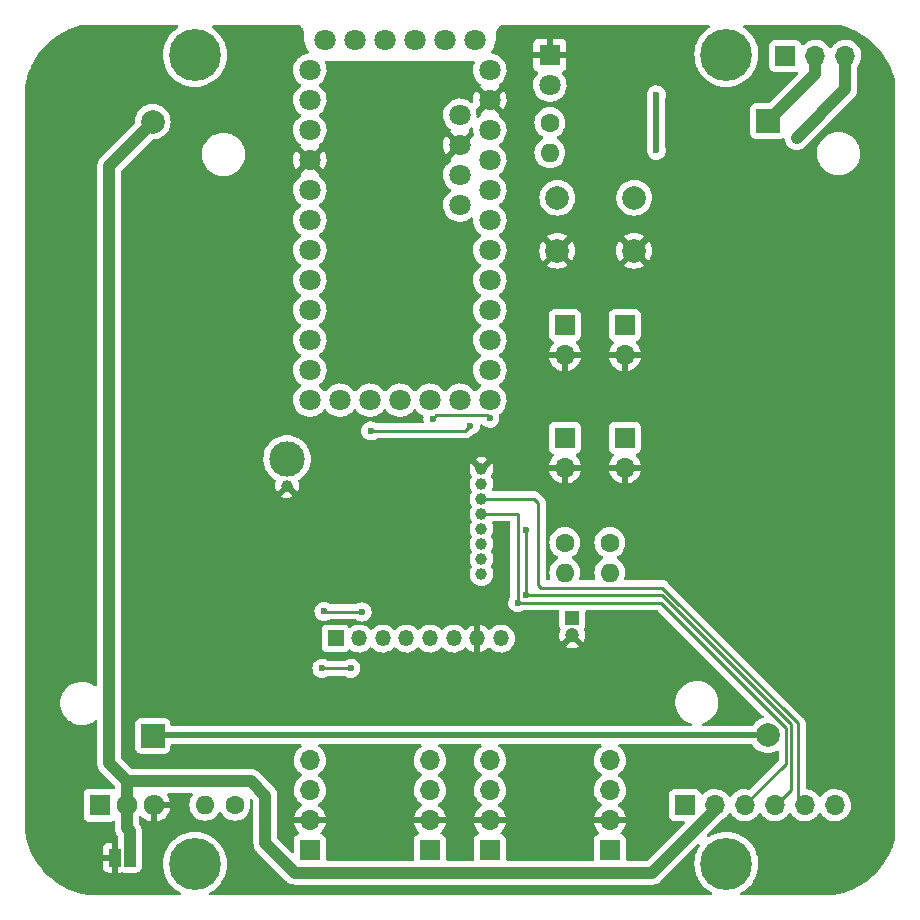
<source format=gbr>
%TF.GenerationSoftware,KiCad,Pcbnew,6.0.11-2627ca5db0~126~ubuntu22.04.1*%
%TF.CreationDate,2023-07-25T17:20:16+02:00*%
%TF.ProjectId,HB-UNI-SEN-BATT_E07-868MS10_FUEL4EP,48422d55-4e49-42d5-9345-4e2d42415454,1.2*%
%TF.SameCoordinates,Original*%
%TF.FileFunction,Copper,L2,Bot*%
%TF.FilePolarity,Positive*%
%FSLAX46Y46*%
G04 Gerber Fmt 4.6, Leading zero omitted, Abs format (unit mm)*
G04 Created by KiCad (PCBNEW 6.0.11-2627ca5db0~126~ubuntu22.04.1) date 2023-07-25 17:20:16*
%MOMM*%
%LPD*%
G01*
G04 APERTURE LIST*
%TA.AperFunction,ComponentPad*%
%ADD10R,1.800000X1.800000*%
%TD*%
%TA.AperFunction,ComponentPad*%
%ADD11C,1.800000*%
%TD*%
%TA.AperFunction,ComponentPad*%
%ADD12R,1.700000X1.700000*%
%TD*%
%TA.AperFunction,ComponentPad*%
%ADD13O,1.700000X1.700000*%
%TD*%
%TA.AperFunction,ComponentPad*%
%ADD14R,2.000000X2.000000*%
%TD*%
%TA.AperFunction,ComponentPad*%
%ADD15C,2.000000*%
%TD*%
%TA.AperFunction,ComponentPad*%
%ADD16R,1.200000X1.200000*%
%TD*%
%TA.AperFunction,ComponentPad*%
%ADD17C,1.200000*%
%TD*%
%TA.AperFunction,ComponentPad*%
%ADD18C,1.600000*%
%TD*%
%TA.AperFunction,ComponentPad*%
%ADD19O,1.600000X1.600000*%
%TD*%
%TA.AperFunction,ComponentPad*%
%ADD20R,1.717500X1.800000*%
%TD*%
%TA.AperFunction,ComponentPad*%
%ADD21O,1.717500X1.800000*%
%TD*%
%TA.AperFunction,SMDPad,CuDef*%
%ADD22R,1.000000X1.500000*%
%TD*%
%TA.AperFunction,ComponentPad*%
%ADD23C,1.000000*%
%TD*%
%TA.AperFunction,ComponentPad*%
%ADD24C,3.000000*%
%TD*%
%TA.AperFunction,ComponentPad*%
%ADD25C,0.700000*%
%TD*%
%TA.AperFunction,ComponentPad*%
%ADD26C,4.400000*%
%TD*%
%TA.AperFunction,ComponentPad*%
%ADD27R,1.350000X1.350000*%
%TD*%
%TA.AperFunction,ComponentPad*%
%ADD28O,1.350000X1.350000*%
%TD*%
%TA.AperFunction,ViaPad*%
%ADD29C,0.600000*%
%TD*%
%TA.AperFunction,ViaPad*%
%ADD30C,1.000000*%
%TD*%
%TA.AperFunction,Conductor*%
%ADD31C,0.250000*%
%TD*%
%TA.AperFunction,Conductor*%
%ADD32C,0.500000*%
%TD*%
%TA.AperFunction,Conductor*%
%ADD33C,1.000000*%
%TD*%
G04 APERTURE END LIST*
D10*
%TO.P,D1,1,K*%
%TO.N,GND*%
X45050000Y-3280000D03*
D11*
%TO.P,D1,2,A*%
%TO.N,Net-(D1-Pad2)*%
X45050000Y-5820000D03*
%TD*%
D12*
%TO.P,J1,1,Pin_1*%
%TO.N,/A0*%
X46320000Y-35665000D03*
D13*
%TO.P,J1,2,Pin_2*%
%TO.N,GND*%
X46320000Y-38205000D03*
%TD*%
D12*
%TO.P,J2,1,Pin_1*%
%TO.N,/A1*%
X51400000Y-35665000D03*
D13*
%TO.P,J2,2,Pin_2*%
%TO.N,GND*%
X51400000Y-38205000D03*
%TD*%
D12*
%TO.P,J7,1,Pin_1*%
%TO.N,VCC*%
X34890000Y-70590000D03*
D13*
%TO.P,J7,2,Pin_2*%
%TO.N,GND*%
X34890000Y-68050000D03*
%TO.P,J7,3,Pin_3*%
%TO.N,/SCL*%
X34890000Y-65510000D03*
%TO.P,J7,4,Pin_4*%
%TO.N,/SDA*%
X34890000Y-62970000D03*
%TD*%
D14*
%TO.P,BT1,1,+*%
%TO.N,/plusBAT*%
X63490000Y-8860000D03*
D15*
%TO.P,BT1,2,-*%
%TO.N,/conBAT*%
X63490000Y-60850000D03*
%TD*%
D12*
%TO.P,J3,1,Pin_1*%
%TO.N,/A2*%
X46320000Y-26140000D03*
D13*
%TO.P,J3,2,Pin_2*%
%TO.N,GND*%
X46320000Y-28680000D03*
%TD*%
D12*
%TO.P,J4,1,Pin_1*%
%TO.N,/A3*%
X51400000Y-26140000D03*
D13*
%TO.P,J4,2,Pin_2*%
%TO.N,GND*%
X51400000Y-28680000D03*
%TD*%
D12*
%TO.P,J5,1,Pin_1*%
%TO.N,VCC*%
X56480000Y-66780000D03*
D13*
%TO.P,J5,2,Pin_2*%
%TO.N,/minusBAT*%
X59020000Y-66780000D03*
%TO.P,J5,3,Pin_3*%
%TO.N,/MOSI*%
X61560000Y-66780000D03*
%TO.P,J5,4,Pin_4*%
%TO.N,/SCK*%
X64100000Y-66780000D03*
%TO.P,J5,5,Pin_5*%
%TO.N,/MISO*%
X66640000Y-66780000D03*
%TO.P,J5,6,Pin_6*%
%TO.N,/RSET*%
X69180000Y-66780000D03*
%TD*%
D12*
%TO.P,J6,1,Pin_1*%
%TO.N,VCC*%
X24730000Y-70590000D03*
D13*
%TO.P,J6,2,Pin_2*%
%TO.N,GND*%
X24730000Y-68050000D03*
%TO.P,J6,3,Pin_3*%
%TO.N,/SCL*%
X24730000Y-65510000D03*
%TO.P,J6,4,Pin_4*%
%TO.N,/SDA*%
X24730000Y-62970000D03*
%TD*%
D16*
%TO.P,C1,1*%
%TO.N,VCC*%
X46955000Y-50905000D03*
D17*
%TO.P,C1,2*%
%TO.N,GND*%
X46955000Y-52405000D03*
%TD*%
D18*
%TO.P,R4,1*%
%TO.N,VCC*%
X50130000Y-44555000D03*
D19*
%TO.P,R4,2*%
%TO.N,/SCL*%
X50130000Y-47095000D03*
%TD*%
D18*
%TO.P,R5,1*%
%TO.N,VCC*%
X46320000Y-44555000D03*
D19*
%TO.P,R5,2*%
%TO.N,/SDA*%
X46320000Y-47095000D03*
%TD*%
D18*
%TO.P,R1,1*%
%TO.N,Net-(D1-Pad2)*%
X45050000Y-8995000D03*
D19*
%TO.P,R1,2*%
%TO.N,Net-(Module2-Pad7C)*%
X45050000Y-11535000D03*
%TD*%
D18*
%TO.P,R3,1*%
%TO.N,VCC*%
X18380000Y-66780000D03*
D19*
%TO.P,R3,2*%
%TO.N,Net-(Q1-Pad1)*%
X15840000Y-66780000D03*
%TD*%
D20*
%TO.P,Q1,1,G*%
%TO.N,Net-(Q1-Pad1)*%
X6950000Y-66780000D03*
D21*
%TO.P,Q1,2,D*%
%TO.N,/minusBAT*%
X9240000Y-66780000D03*
%TO.P,Q1,3,S*%
%TO.N,GND*%
X11530000Y-66780000D03*
%TD*%
D12*
%TO.P,J9,1,Pin_1*%
%TO.N,VCC*%
X50130000Y-70590000D03*
D13*
%TO.P,J9,2,Pin_2*%
%TO.N,GND*%
X50130000Y-68050000D03*
%TO.P,J9,3,Pin_3*%
%TO.N,/SCL*%
X50130000Y-65510000D03*
%TO.P,J9,4,Pin_4*%
%TO.N,/SDA*%
X50130000Y-62970000D03*
%TD*%
D12*
%TO.P,J10,1,Pin_1*%
%TO.N,VCC*%
X64989000Y-3343500D03*
D13*
%TO.P,J10,2,Pin_2*%
%TO.N,/plusBAT*%
X67529000Y-3343500D03*
%TO.P,J10,3,Pin_3*%
%TO.N,/minusBAT*%
X70069000Y-3343500D03*
%TD*%
D22*
%TO.P,JP1,1,A*%
%TO.N,/minusBAT*%
X9500000Y-71225000D03*
%TO.P,JP1,2,B*%
%TO.N,GND*%
X8200000Y-71225000D03*
%TD*%
D11*
%TO.P,Module2,1A,VCC*%
%TO.N,unconnected-(Module2-Pad1A)*%
X39970000Y-4550000D03*
%TO.P,Module2,1B,PC2/TCK*%
%TO.N,unconnected-(Module2-Pad1B)*%
X27270000Y-32490000D03*
%TO.P,Module2,1C,PD1/TXD0*%
%TO.N,unconnected-(Module2-Pad1C)*%
X24730000Y-4550000D03*
%TO.P,Module2,1D,DTR*%
%TO.N,unconnected-(Module2-Pad1D)*%
X26000000Y-2010000D03*
%TO.P,Module2,1E,VCC*%
%TO.N,unconnected-(Module2-Pad1E)*%
X37430000Y-8360000D03*
%TO.P,Module2,2A,GND*%
%TO.N,GND*%
X39970000Y-7090000D03*
%TO.P,Module2,2B,PC4/TD0*%
%TO.N,unconnected-(Module2-Pad2B)*%
X29810000Y-32490000D03*
%TO.P,Module2,2C,PD0/RXD0*%
%TO.N,unconnected-(Module2-Pad2C)*%
X24730000Y-7090000D03*
%TO.P,Module2,2D,PD1/TXD0*%
%TO.N,unconnected-(Module2-Pad2D)*%
X28540000Y-2010000D03*
%TO.P,Module2,2E,GND*%
%TO.N,GND*%
X37430000Y-10900000D03*
%TO.P,Module2,3A,RST*%
%TO.N,/RSET*%
X39970000Y-9630000D03*
%TO.P,Module2,3B,PC5/TDI*%
%TO.N,unconnected-(Module2-Pad3B)*%
X32350000Y-32490000D03*
%TO.P,Module2,3C,RST*%
%TO.N,unconnected-(Module2-Pad3C)*%
X24730000Y-9630000D03*
%TO.P,Module2,3D,PD0/RXD0*%
%TO.N,unconnected-(Module2-Pad3D)*%
X31080000Y-2010000D03*
%TO.P,Module2,3E,PC0/SCL*%
%TO.N,/SCL*%
X37430000Y-13440000D03*
%TO.P,Module2,4A,VCC*%
%TO.N,VCC*%
X39970000Y-12170000D03*
%TO.P,Module2,4B,PB1/T1*%
%TO.N,unconnected-(Module2-Pad4B)*%
X34890000Y-32490000D03*
%TO.P,Module2,4C,GND*%
%TO.N,GND*%
X24730000Y-12170000D03*
%TO.P,Module2,4D,VCC*%
%TO.N,unconnected-(Module2-Pad4D)*%
X33620000Y-2010000D03*
%TO.P,Module2,4E,PC1/SDA*%
%TO.N,/SDA*%
X37430000Y-15980000D03*
%TO.P,Module2,5A,PB2/A3*%
%TO.N,/A3*%
X39970000Y-14710000D03*
%TO.P,Module2,5B,PB0/T0*%
%TO.N,unconnected-(Module2-Pad5B)*%
X37430000Y-32490000D03*
%TO.P,Module2,5C,PD2_2*%
%TO.N,/D2*%
X24730000Y-14710000D03*
%TO.P,Module2,5D,GND*%
%TO.N,unconnected-(Module2-Pad5D)*%
X36160000Y-2010000D03*
%TO.P,Module2,6A,PB3/A2*%
%TO.N,/A2*%
X39970000Y-17250000D03*
%TO.P,Module2,6C,PD3_3*%
%TO.N,unconnected-(Module2-Pad6C)*%
X24730000Y-17250000D03*
%TO.P,Module2,6D,GND*%
%TO.N,unconnected-(Module2-Pad6D)*%
X38700000Y-2010000D03*
%TO.P,Module2,7A,PA1/A1*%
%TO.N,/A1*%
X39970000Y-19790000D03*
%TO.P,Module2,7C,PD4_4*%
%TO.N,Net-(Module2-Pad7C)*%
X24730000Y-19790000D03*
%TO.P,Module2,8A,PA0/A0*%
%TO.N,/A0*%
X39970000Y-22330000D03*
%TO.P,Module2,8C,PD5_5*%
%TO.N,/D5*%
X24730000Y-22330000D03*
%TO.P,Module2,9A,PB7/SCK*%
%TO.N,/SCK*%
X39970000Y-24870000D03*
%TO.P,Module2,9C,PD6_6*%
%TO.N,/D6*%
X24730000Y-24870000D03*
%TO.P,Module2,10A,PB6/MISO*%
%TO.N,/MISO*%
X39970000Y-27410000D03*
%TO.P,Module2,10C,PD7_7*%
%TO.N,/D7*%
X24730000Y-27410000D03*
%TO.P,Module2,11A,PB5/MOSI*%
%TO.N,/MOSI*%
X39970000Y-29950000D03*
%TO.P,Module2,11C,PC6_8L*%
%TO.N,/CONFIG*%
X24730000Y-29950000D03*
%TO.P,Module2,12A,PB4/~{SS}*%
%TO.N,/SS*%
X39970000Y-32490000D03*
%TO.P,Module2,12C,PC3_9/TMS*%
%TO.N,unconnected-(Module2-Pad12C)*%
X24730000Y-32490000D03*
%TD*%
D23*
%TO.P,Module1,1A,GND*%
%TO.N,GND*%
X22800000Y-39750000D03*
%TO.P,Module1,1C,VCC*%
%TO.N,VCC*%
X39260000Y-47200000D03*
D24*
%TO.P,Module1,2A,ANT*%
%TO.N,unconnected-(Module1-Pad2A)*%
X22800000Y-37470000D03*
D23*
%TO.P,Module1,2C,GDO0*%
%TO.N,/D2*%
X39260000Y-45930000D03*
%TO.P,Module1,3C,~{CSN}*%
%TO.N,/SS*%
X39260000Y-44660000D03*
%TO.P,Module1,4C,SCK*%
%TO.N,/SCK*%
X39260000Y-43390000D03*
%TO.P,Module1,5C,MOSI*%
%TO.N,/MOSI*%
X39260000Y-42120000D03*
%TO.P,Module1,6C,MISO/GDO1*%
%TO.N,/MISO*%
X39260000Y-40850000D03*
%TO.P,Module1,7C,GDO2*%
%TO.N,unconnected-(Module1-Pad7C)*%
X39260000Y-39580000D03*
%TO.P,Module1,8C,GND*%
%TO.N,GND*%
X39260000Y-38310000D03*
%TD*%
D15*
%TO.P,SW1,1*%
%TO.N,/CONFIG*%
X45685000Y-15345000D03*
X52185000Y-15345000D03*
%TO.P,SW1,2*%
%TO.N,GND*%
X52185000Y-19845000D03*
X45685000Y-19845000D03*
%TD*%
D12*
%TO.P,J8,1,Pin_1*%
%TO.N,VCC*%
X39970000Y-70590000D03*
D13*
%TO.P,J8,2,Pin_2*%
%TO.N,GND*%
X39970000Y-68050000D03*
%TO.P,J8,3,Pin_3*%
%TO.N,/SCL*%
X39970000Y-65510000D03*
%TO.P,J8,4,Pin_4*%
%TO.N,/SDA*%
X39970000Y-62970000D03*
%TD*%
D25*
%TO.P,H2,1*%
%TO.N,N/C*%
X58200000Y-3250000D03*
X58727200Y-1977200D03*
X61800000Y-3250000D03*
X60000000Y-1450000D03*
D26*
X60000000Y-3250000D03*
D25*
X58727200Y-4522800D03*
X60000000Y-5050000D03*
X61272800Y-1977200D03*
X61272800Y-4522800D03*
%TD*%
%TO.P,H4,1*%
%TO.N,N/C*%
X60000000Y-73550000D03*
X60000000Y-69950000D03*
X58727200Y-70477200D03*
X61800000Y-71750000D03*
D26*
X60000000Y-71750000D03*
D25*
X61272800Y-70477200D03*
X58200000Y-71750000D03*
X58727200Y-73022800D03*
X61272800Y-73022800D03*
%TD*%
%TO.P,H1,1*%
%TO.N,N/C*%
X16272800Y-4522800D03*
X13727200Y-1977200D03*
X13200000Y-3250000D03*
X13727200Y-4522800D03*
X16272800Y-1977200D03*
X15000000Y-1450000D03*
D26*
X15000000Y-3250000D03*
D25*
X15000000Y-5050000D03*
X16800000Y-3250000D03*
%TD*%
%TO.P,H3,1*%
%TO.N,N/C*%
X13727200Y-73022800D03*
X16272800Y-73022800D03*
X13200000Y-71750000D03*
X15000000Y-73550000D03*
X16272800Y-70477200D03*
X15000000Y-69950000D03*
X16800000Y-71750000D03*
D26*
X15000000Y-71750000D03*
D25*
X13727200Y-70477200D03*
%TD*%
D27*
%TO.P,J11,1,Pin_1*%
%TO.N,/D7*%
X26901700Y-52670300D03*
D28*
%TO.P,J11,2,Pin_2*%
%TO.N,/D6*%
X28901700Y-52670300D03*
%TO.P,J11,3,Pin_3*%
%TO.N,/MISO*%
X30901700Y-52670300D03*
%TO.P,J11,4,Pin_4*%
%TO.N,/D5*%
X32901700Y-52670300D03*
%TO.P,J11,5,Pin_5*%
%TO.N,/SCK*%
X34901700Y-52670300D03*
%TO.P,J11,6,Pin_6*%
%TO.N,/MOSI*%
X36901700Y-52670300D03*
%TO.P,J11,7,Pin_7*%
%TO.N,GND*%
X38901700Y-52670300D03*
%TO.P,J11,8,Pin_8*%
%TO.N,VCC*%
X40901700Y-52670300D03*
%TD*%
D14*
%TO.P,BT2,1,+*%
%TO.N,/conBAT*%
X11420000Y-60900000D03*
D15*
%TO.P,BT2,2,-*%
%TO.N,/minusBAT*%
X11420000Y-8910000D03*
%TD*%
D29*
%TO.N,GND*%
X52619200Y-58042400D03*
X11166400Y-57686800D03*
%TO.N,/SS*%
X39970000Y-34013998D03*
X35144000Y-34077514D03*
%TO.N,/MOSI*%
X42340000Y-49630000D03*
%TO.N,/SCK*%
X43070000Y-48960000D03*
X43070000Y-43490000D03*
%TO.N,/MISO*%
X38318999Y-34649001D03*
X29873500Y-35093500D03*
%TO.N,VCC*%
X54067000Y-11344500D03*
X54067000Y-6645500D03*
D30*
%TO.N,/minusBAT*%
X65954200Y-10298640D03*
D29*
%TO.N,/D5*%
X25750000Y-55190000D03*
X28200000Y-55190000D03*
%TO.N,/D6*%
X29149600Y-50422400D03*
X25936500Y-50371600D03*
%TD*%
D31*
%TO.N,/SS*%
X39733517Y-33777515D02*
X35443999Y-33777515D01*
X35443999Y-33777515D02*
X35144000Y-34077514D01*
X39970000Y-34013998D02*
X39733517Y-33777515D01*
%TO.N,/MOSI*%
X54448000Y-49635000D02*
X65052500Y-60239500D01*
X65052500Y-60239500D02*
X65052500Y-63274800D01*
X42340000Y-49630000D02*
X42345000Y-49635000D01*
X42345000Y-49635000D02*
X54448000Y-49635000D01*
X65052500Y-63274800D02*
X61521900Y-66805400D01*
X42340000Y-42110000D02*
X39220000Y-42110000D01*
X42340000Y-49630000D02*
X42340000Y-42110000D01*
%TO.N,/SCK*%
X43070000Y-43490000D02*
X43070000Y-48960000D01*
X54535000Y-48960000D02*
X65502511Y-59927511D01*
X43070000Y-48960000D02*
X54535000Y-48960000D01*
X65502511Y-65466389D02*
X64163500Y-66805400D01*
X65502511Y-59927511D02*
X65502511Y-65466389D01*
%TO.N,/MISO*%
X44080000Y-41210000D02*
X44080000Y-48170000D01*
X66068500Y-59857090D02*
X66068500Y-66132300D01*
X44275000Y-48365000D02*
X54576410Y-48365000D01*
X38318999Y-34649001D02*
X37874500Y-35093500D01*
X37874500Y-35093500D02*
X29873500Y-35093500D01*
X54576410Y-48365000D02*
X66068500Y-59857090D01*
X43700000Y-40830000D02*
X44080000Y-41210000D01*
X44080000Y-48170000D02*
X44275000Y-48365000D01*
X66068500Y-66132300D02*
X66627300Y-66691100D01*
X39280000Y-40830000D02*
X43700000Y-40830000D01*
D32*
%TO.N,VCC*%
X54067000Y-6645500D02*
X54067000Y-10836500D01*
X54067000Y-10836500D02*
X54067000Y-11344500D01*
D33*
%TO.N,/minusBAT*%
X23460000Y-72495000D02*
X53305000Y-72495000D01*
X9500000Y-71225000D02*
X9500000Y-69000000D01*
X19750000Y-64750000D02*
X9250000Y-64750000D01*
X9500000Y-69000000D02*
X9250000Y-68750000D01*
X7750000Y-12652700D02*
X11483900Y-8918800D01*
X20965000Y-65965000D02*
X19750000Y-64750000D01*
X70069000Y-6183840D02*
X65954200Y-10298640D01*
X9250000Y-64750000D02*
X9240000Y-64740000D01*
X7750000Y-63250000D02*
X7750000Y-12652700D01*
X20965000Y-70000000D02*
X20965000Y-65965000D01*
X53305000Y-72495000D02*
X53725002Y-72495000D01*
X20965000Y-70000000D02*
X23460000Y-72495000D01*
X9250000Y-66833350D02*
X9250000Y-68750000D01*
X9240000Y-66780000D02*
X9240000Y-64740000D01*
X70069000Y-3343500D02*
X70069000Y-6183840D01*
X53725002Y-72495000D02*
X59121600Y-67098402D01*
X9240000Y-64740000D02*
X7750000Y-63250000D01*
%TO.N,/plusBAT*%
X67529000Y-4867500D02*
X63592000Y-8804500D01*
X67529000Y-3343500D02*
X67529000Y-4867500D01*
D31*
%TO.N,/D5*%
X28200000Y-55190000D02*
X25750000Y-55190000D01*
%TO.N,/D6*%
X25949200Y-50422400D02*
X25949200Y-50384300D01*
X25949200Y-50422400D02*
X29149600Y-50422400D01*
X25949200Y-50384300D02*
X25936500Y-50371600D01*
D32*
%TO.N,/conBAT*%
X63490000Y-60850000D02*
X11406800Y-60850000D01*
%TD*%
%TA.AperFunction,Conductor*%
%TO.N,GND*%
G36*
X13531412Y-760002D02*
G01*
X13577905Y-813658D01*
X13588009Y-883932D01*
X13558515Y-948512D01*
X13527714Y-974285D01*
X13478074Y-1003817D01*
X13478068Y-1003821D01*
X13474814Y-1005757D01*
X13471812Y-1008073D01*
X13286688Y-1150896D01*
X13216244Y-1205243D01*
X13213534Y-1207911D01*
X13080565Y-1338808D01*
X12983513Y-1434347D01*
X12981149Y-1437314D01*
X12981146Y-1437317D01*
X12824445Y-1633965D01*
X12779991Y-1689751D01*
X12608626Y-1967757D01*
X12607037Y-1971204D01*
X12504737Y-2193112D01*
X12471902Y-2264336D01*
X12470741Y-2267940D01*
X12470741Y-2267941D01*
X12462196Y-2294477D01*
X12371797Y-2575192D01*
X12371079Y-2578903D01*
X12371078Y-2578907D01*
X12310482Y-2892105D01*
X12310481Y-2892114D01*
X12309763Y-2895824D01*
X12309496Y-2899600D01*
X12309495Y-2899605D01*
X12289872Y-3176757D01*
X12286698Y-3221585D01*
X12286887Y-3225377D01*
X12301373Y-3516358D01*
X12302936Y-3547759D01*
X12303577Y-3551490D01*
X12303578Y-3551498D01*
X12356560Y-3859835D01*
X12358241Y-3869619D01*
X12359329Y-3873258D01*
X12359330Y-3873261D01*
X12427004Y-4099544D01*
X12451814Y-4182504D01*
X12453327Y-4185975D01*
X12453329Y-4185981D01*
X12506280Y-4307470D01*
X12582297Y-4481881D01*
X12584220Y-4485152D01*
X12584222Y-4485156D01*
X12626317Y-4556761D01*
X12747802Y-4763414D01*
X12750103Y-4766429D01*
X12943631Y-5020012D01*
X12943636Y-5020017D01*
X12945931Y-5023025D01*
X13005399Y-5084070D01*
X13168063Y-5251049D01*
X13173814Y-5256953D01*
X13246635Y-5315607D01*
X13425196Y-5459431D01*
X13425201Y-5459435D01*
X13428149Y-5461809D01*
X13705253Y-5634627D01*
X14001112Y-5772903D01*
X14055173Y-5790625D01*
X14245852Y-5853133D01*
X14311440Y-5874634D01*
X14631742Y-5938346D01*
X14635514Y-5938633D01*
X14635522Y-5938634D01*
X14953602Y-5962829D01*
X14953607Y-5962829D01*
X14957379Y-5963116D01*
X15283633Y-5948586D01*
X15343425Y-5938634D01*
X15602037Y-5895590D01*
X15602042Y-5895589D01*
X15605778Y-5894967D01*
X15919149Y-5803034D01*
X15922616Y-5801544D01*
X15922620Y-5801543D01*
X16215721Y-5675616D01*
X16215723Y-5675615D01*
X16219205Y-5674119D01*
X16501601Y-5510091D01*
X16762245Y-5313324D01*
X16924544Y-5156868D01*
X16994632Y-5089303D01*
X16994635Y-5089300D01*
X16997363Y-5086670D01*
X17105505Y-4953838D01*
X17201155Y-4836351D01*
X17201158Y-4836347D01*
X17203549Y-4833410D01*
X17288793Y-4698307D01*
X17375788Y-4560428D01*
X17375790Y-4560425D01*
X17377815Y-4557215D01*
X17517638Y-4262084D01*
X17519507Y-4256482D01*
X17619790Y-3955897D01*
X17619792Y-3955891D01*
X17620992Y-3952293D01*
X17686381Y-3632329D01*
X17686861Y-3626439D01*
X17710146Y-3340146D01*
X17712856Y-3306826D01*
X17713451Y-3250000D01*
X17711510Y-3217796D01*
X17694026Y-2927793D01*
X17694026Y-2927789D01*
X17693798Y-2924015D01*
X17689313Y-2899454D01*
X17635805Y-2606473D01*
X17635804Y-2606469D01*
X17635125Y-2602751D01*
X17630617Y-2588231D01*
X17574829Y-2408564D01*
X17538282Y-2290863D01*
X17404670Y-1992869D01*
X17236226Y-1713084D01*
X17233899Y-1710100D01*
X17233894Y-1710093D01*
X17037726Y-1458558D01*
X17037724Y-1458556D01*
X17035390Y-1455563D01*
X16805070Y-1224034D01*
X16548603Y-1021852D01*
X16545378Y-1019887D01*
X16545366Y-1019879D01*
X16469407Y-973604D01*
X16421638Y-921082D01*
X16409849Y-851071D01*
X16437781Y-785800D01*
X16496568Y-745992D01*
X16534961Y-740000D01*
X23834667Y-740000D01*
X23902788Y-760002D01*
X23923762Y-776905D01*
X24001735Y-854878D01*
X24015853Y-871703D01*
X24102340Y-995220D01*
X24113322Y-1014240D01*
X24177046Y-1150896D01*
X24184557Y-1171534D01*
X24223583Y-1317178D01*
X24227397Y-1338806D01*
X24231064Y-1380710D01*
X24237947Y-1459393D01*
X24237393Y-1475871D01*
X24237800Y-1475876D01*
X24237690Y-1484853D01*
X24236309Y-1493724D01*
X24237473Y-1502626D01*
X24237473Y-1502628D01*
X24240436Y-1525283D01*
X24241500Y-1541621D01*
X24241500Y-1700633D01*
X24240000Y-1720018D01*
X24237690Y-1734851D01*
X24237690Y-1734855D01*
X24236309Y-1743724D01*
X24237251Y-1750925D01*
X24237456Y-1754058D01*
X24237453Y-1754333D01*
X24237518Y-1754998D01*
X24253109Y-1992869D01*
X24254410Y-2012724D01*
X24255214Y-2016764D01*
X24255214Y-2016767D01*
X24304459Y-2264336D01*
X24305775Y-2270954D01*
X24307100Y-2274858D01*
X24307101Y-2274861D01*
X24389080Y-2516363D01*
X24390406Y-2520269D01*
X24432917Y-2606473D01*
X24499505Y-2741500D01*
X24506855Y-2756405D01*
X24640494Y-2956409D01*
X24641027Y-2957207D01*
X24662242Y-3024960D01*
X24643459Y-3093427D01*
X24590642Y-3140870D01*
X24555321Y-3151759D01*
X24475948Y-3163905D01*
X24402464Y-3175150D01*
X24182314Y-3247106D01*
X24177726Y-3249494D01*
X24177722Y-3249496D01*
X24063299Y-3309061D01*
X23976872Y-3354052D01*
X23972739Y-3357155D01*
X23972736Y-3357157D01*
X23947625Y-3376011D01*
X23791655Y-3493117D01*
X23749838Y-3536876D01*
X23655056Y-3636060D01*
X23631639Y-3660564D01*
X23628725Y-3664836D01*
X23628724Y-3664837D01*
X23613152Y-3687665D01*
X23501119Y-3851899D01*
X23403602Y-4061981D01*
X23341707Y-4285169D01*
X23317095Y-4515469D01*
X23317392Y-4520622D01*
X23317392Y-4520625D01*
X23325967Y-4669338D01*
X23330427Y-4746697D01*
X23331564Y-4751743D01*
X23331565Y-4751749D01*
X23363741Y-4894523D01*
X23381346Y-4972642D01*
X23383288Y-4977424D01*
X23383289Y-4977428D01*
X23466540Y-5182450D01*
X23468484Y-5187237D01*
X23589501Y-5384719D01*
X23741147Y-5559784D01*
X23919349Y-5707730D01*
X23923819Y-5710342D01*
X23927511Y-5712500D01*
X23976232Y-5764140D01*
X23989301Y-5833924D01*
X23962566Y-5899694D01*
X23939589Y-5922045D01*
X23806796Y-6021749D01*
X23791655Y-6033117D01*
X23788083Y-6036855D01*
X23638387Y-6193503D01*
X23631639Y-6200564D01*
X23628725Y-6204836D01*
X23628724Y-6204837D01*
X23578944Y-6277812D01*
X23501119Y-6391899D01*
X23403602Y-6601981D01*
X23341707Y-6825169D01*
X23317095Y-7055469D01*
X23317392Y-7060622D01*
X23317392Y-7060625D01*
X23324008Y-7175364D01*
X23330427Y-7286697D01*
X23331564Y-7291743D01*
X23331565Y-7291749D01*
X23354893Y-7395263D01*
X23381346Y-7512642D01*
X23383288Y-7517424D01*
X23383289Y-7517428D01*
X23449913Y-7681502D01*
X23468484Y-7727237D01*
X23589501Y-7924719D01*
X23741147Y-8099784D01*
X23919349Y-8247730D01*
X23923819Y-8250342D01*
X23927511Y-8252500D01*
X23976232Y-8304140D01*
X23989301Y-8373924D01*
X23962566Y-8439694D01*
X23939589Y-8462045D01*
X23799448Y-8567266D01*
X23791655Y-8573117D01*
X23631639Y-8740564D01*
X23628725Y-8744836D01*
X23628724Y-8744837D01*
X23585430Y-8808304D01*
X23501119Y-8931899D01*
X23403602Y-9141981D01*
X23341707Y-9365169D01*
X23317095Y-9595469D01*
X23317392Y-9600622D01*
X23317392Y-9600625D01*
X23323067Y-9699041D01*
X23330427Y-9826697D01*
X23331564Y-9831743D01*
X23331565Y-9831749D01*
X23358959Y-9953302D01*
X23381346Y-10052642D01*
X23383288Y-10057424D01*
X23383289Y-10057428D01*
X23466540Y-10262450D01*
X23468484Y-10267237D01*
X23589501Y-10464719D01*
X23741147Y-10639784D01*
X23919349Y-10787730D01*
X23923814Y-10790339D01*
X23927979Y-10792773D01*
X23976700Y-10844414D01*
X23989767Y-10914198D01*
X23963033Y-10979968D01*
X23946323Y-10996221D01*
X23935508Y-11010711D01*
X23942251Y-11023040D01*
X24717189Y-11797979D01*
X24731132Y-11805592D01*
X24732966Y-11805461D01*
X24739580Y-11801210D01*
X25518994Y-11021795D01*
X25526011Y-11008944D01*
X25518237Y-10998275D01*
X25516655Y-10997025D01*
X25475592Y-10939109D01*
X25472471Y-10870638D01*
X36017893Y-10870638D01*
X36030627Y-11091468D01*
X36032061Y-11101670D01*
X36080685Y-11317439D01*
X36083773Y-11327292D01*
X36166986Y-11532220D01*
X36171634Y-11541421D01*
X36260097Y-11685781D01*
X36270553Y-11695242D01*
X36279331Y-11691458D01*
X37057979Y-10912811D01*
X37065592Y-10898868D01*
X37065461Y-10897034D01*
X37061210Y-10890420D01*
X36283862Y-10113073D01*
X36272330Y-10106776D01*
X36260048Y-10116399D01*
X36204467Y-10197877D01*
X36199379Y-10206833D01*
X36106252Y-10407459D01*
X36102689Y-10417146D01*
X36043581Y-10630280D01*
X36041650Y-10640400D01*
X36018145Y-10860349D01*
X36017893Y-10870638D01*
X25472471Y-10870638D01*
X25472359Y-10868186D01*
X25507983Y-10806774D01*
X25521578Y-10795563D01*
X25537193Y-10784425D01*
X25642243Y-10709494D01*
X25806303Y-10546005D01*
X25825059Y-10519904D01*
X25841034Y-10497672D01*
X25941458Y-10357917D01*
X25945243Y-10350260D01*
X26041784Y-10154922D01*
X26041785Y-10154920D01*
X26044078Y-10150280D01*
X26111408Y-9928671D01*
X26141640Y-9699041D01*
X26142206Y-9675886D01*
X26143245Y-9633365D01*
X26143245Y-9633361D01*
X26143327Y-9630000D01*
X26127911Y-9442492D01*
X26124773Y-9404318D01*
X26124772Y-9404312D01*
X26124349Y-9399167D01*
X26080121Y-9223087D01*
X26069184Y-9179544D01*
X26069183Y-9179540D01*
X26067925Y-9174533D01*
X26065866Y-9169797D01*
X25977630Y-8966868D01*
X25977628Y-8966865D01*
X25975570Y-8962131D01*
X25849764Y-8767665D01*
X25844244Y-8761598D01*
X25768378Y-8678223D01*
X25693887Y-8596358D01*
X25689836Y-8593159D01*
X25689832Y-8593155D01*
X25517077Y-8456722D01*
X25476014Y-8398805D01*
X25472782Y-8327882D01*
X25508407Y-8266470D01*
X25522001Y-8255261D01*
X25527406Y-8251406D01*
X25642243Y-8169494D01*
X25806303Y-8006005D01*
X25941458Y-7817917D01*
X25943879Y-7813020D01*
X26041784Y-7614922D01*
X26041785Y-7614920D01*
X26044078Y-7610280D01*
X26111408Y-7388671D01*
X26141640Y-7159041D01*
X26142003Y-7144187D01*
X26143245Y-7093365D01*
X26143245Y-7093361D01*
X26143327Y-7090000D01*
X26134707Y-6985150D01*
X26124773Y-6864318D01*
X26124772Y-6864312D01*
X26124349Y-6859167D01*
X26090797Y-6725592D01*
X26069184Y-6639544D01*
X26069183Y-6639540D01*
X26067925Y-6634533D01*
X26056017Y-6607146D01*
X25977630Y-6426868D01*
X25977628Y-6426865D01*
X25975570Y-6422131D01*
X25849764Y-6227665D01*
X25693887Y-6056358D01*
X25689836Y-6053159D01*
X25689832Y-6053155D01*
X25517077Y-5916722D01*
X25476014Y-5858805D01*
X25472782Y-5787882D01*
X25508407Y-5726470D01*
X25522001Y-5715261D01*
X25525872Y-5712500D01*
X25642243Y-5629494D01*
X25806303Y-5466005D01*
X25941458Y-5277917D01*
X25944328Y-5272111D01*
X26041784Y-5074922D01*
X26041785Y-5074920D01*
X26044078Y-5070280D01*
X26111408Y-4848671D01*
X26141640Y-4619041D01*
X26141722Y-4615691D01*
X26143245Y-4553365D01*
X26143245Y-4553361D01*
X26143327Y-4550000D01*
X26132059Y-4412945D01*
X26124773Y-4324318D01*
X26124772Y-4324312D01*
X26124349Y-4319167D01*
X26090022Y-4182504D01*
X26069184Y-4099544D01*
X26069183Y-4099540D01*
X26067925Y-4094533D01*
X26055934Y-4066954D01*
X25996506Y-3930281D01*
X25987686Y-3859835D01*
X26018353Y-3795803D01*
X26078769Y-3758515D01*
X26120297Y-3754309D01*
X26215609Y-3760556D01*
X26228269Y-3762032D01*
X26232639Y-3762767D01*
X26232641Y-3762767D01*
X26237448Y-3763576D01*
X26243966Y-3763655D01*
X26245140Y-3763670D01*
X26245143Y-3763670D01*
X26250000Y-3763729D01*
X26277624Y-3759773D01*
X26295486Y-3758500D01*
X38446750Y-3758500D01*
X38467655Y-3760246D01*
X38482656Y-3762770D01*
X38482659Y-3762770D01*
X38487448Y-3763576D01*
X38493763Y-3763653D01*
X38495142Y-3763670D01*
X38495145Y-3763670D01*
X38500000Y-3763729D01*
X38507054Y-3762718D01*
X38516665Y-3761717D01*
X38579372Y-3757607D01*
X38648654Y-3773110D01*
X38698557Y-3823610D01*
X38713235Y-3893073D01*
X38701900Y-3936387D01*
X38645776Y-4057296D01*
X38645774Y-4057301D01*
X38643602Y-4061981D01*
X38581707Y-4285169D01*
X38557095Y-4515469D01*
X38557392Y-4520622D01*
X38557392Y-4520625D01*
X38565967Y-4669338D01*
X38570427Y-4746697D01*
X38571564Y-4751743D01*
X38571565Y-4751749D01*
X38603741Y-4894523D01*
X38621346Y-4972642D01*
X38623288Y-4977424D01*
X38623289Y-4977428D01*
X38706540Y-5182450D01*
X38708484Y-5187237D01*
X38829501Y-5384719D01*
X38981147Y-5559784D01*
X39159349Y-5707730D01*
X39163814Y-5710339D01*
X39167979Y-5712773D01*
X39216700Y-5764414D01*
X39229767Y-5834198D01*
X39203033Y-5899968D01*
X39186323Y-5916221D01*
X39175508Y-5930711D01*
X39182251Y-5943040D01*
X39957189Y-6717979D01*
X39971132Y-6725592D01*
X39972966Y-6725461D01*
X39979580Y-6721210D01*
X40758994Y-5941795D01*
X40766011Y-5928944D01*
X40758237Y-5918275D01*
X40756655Y-5917025D01*
X40715592Y-5859109D01*
X40712359Y-5788186D01*
X40713935Y-5785469D01*
X43637095Y-5785469D01*
X43637392Y-5790622D01*
X43637392Y-5790625D01*
X43646464Y-5947962D01*
X43650427Y-6016697D01*
X43651564Y-6021743D01*
X43651565Y-6021749D01*
X43678605Y-6141731D01*
X43701346Y-6242642D01*
X43703288Y-6247424D01*
X43703289Y-6247428D01*
X43774229Y-6422131D01*
X43788484Y-6457237D01*
X43823814Y-6514890D01*
X43906280Y-6649462D01*
X43909501Y-6654719D01*
X44061147Y-6829784D01*
X44239349Y-6977730D01*
X44439322Y-7094584D01*
X44655694Y-7177209D01*
X44660760Y-7178240D01*
X44660761Y-7178240D01*
X44698957Y-7186011D01*
X44882656Y-7223385D01*
X45013324Y-7228176D01*
X45108949Y-7231683D01*
X45108953Y-7231683D01*
X45114113Y-7231872D01*
X45119233Y-7231216D01*
X45119235Y-7231216D01*
X45192270Y-7221860D01*
X45343847Y-7202442D01*
X45348795Y-7200957D01*
X45348802Y-7200956D01*
X45560747Y-7137369D01*
X45565690Y-7135886D01*
X45646236Y-7096427D01*
X45769049Y-7036262D01*
X45769052Y-7036260D01*
X45773684Y-7033991D01*
X45962243Y-6899494D01*
X46126303Y-6736005D01*
X46261458Y-6547917D01*
X46304329Y-6461175D01*
X46361784Y-6344922D01*
X46361785Y-6344920D01*
X46364078Y-6340280D01*
X46431408Y-6118671D01*
X46461640Y-5889041D01*
X46462206Y-5865886D01*
X46463245Y-5823365D01*
X46463245Y-5823361D01*
X46463327Y-5820000D01*
X46454489Y-5712500D01*
X46444773Y-5594318D01*
X46444772Y-5594312D01*
X46444349Y-5589167D01*
X46408073Y-5444744D01*
X46389184Y-5369544D01*
X46389183Y-5369540D01*
X46387925Y-5364533D01*
X46385866Y-5359797D01*
X46297630Y-5156868D01*
X46297628Y-5156865D01*
X46295570Y-5152131D01*
X46169764Y-4957665D01*
X46079486Y-4858450D01*
X46048434Y-4794605D01*
X46056829Y-4724106D01*
X46102005Y-4669338D01*
X46128449Y-4655669D01*
X46188054Y-4633324D01*
X46203649Y-4624786D01*
X46305724Y-4548285D01*
X46318285Y-4535724D01*
X46394786Y-4433649D01*
X46403324Y-4418054D01*
X46448478Y-4297606D01*
X46452105Y-4282351D01*
X46457631Y-4231486D01*
X46458000Y-4224672D01*
X46458000Y-3552115D01*
X46453525Y-3536876D01*
X46452135Y-3535671D01*
X46444452Y-3534000D01*
X43660116Y-3534000D01*
X43644877Y-3538475D01*
X43643672Y-3539865D01*
X43642001Y-3547548D01*
X43642001Y-4224669D01*
X43642371Y-4231490D01*
X43647895Y-4282352D01*
X43651521Y-4297604D01*
X43696676Y-4418054D01*
X43705214Y-4433649D01*
X43781715Y-4535724D01*
X43794276Y-4548285D01*
X43896351Y-4624786D01*
X43911946Y-4633324D01*
X43971540Y-4655665D01*
X44028304Y-4698307D01*
X44053004Y-4764868D01*
X44037796Y-4834217D01*
X44018404Y-4860698D01*
X43951639Y-4930564D01*
X43948725Y-4934836D01*
X43948724Y-4934837D01*
X43890622Y-5020012D01*
X43821119Y-5121899D01*
X43723602Y-5331981D01*
X43661707Y-5555169D01*
X43637095Y-5785469D01*
X40713935Y-5785469D01*
X40747983Y-5726774D01*
X40761578Y-5715563D01*
X40817582Y-5675616D01*
X40882243Y-5629494D01*
X41046303Y-5466005D01*
X41181458Y-5277917D01*
X41184328Y-5272111D01*
X41281784Y-5074922D01*
X41281785Y-5074920D01*
X41284078Y-5070280D01*
X41351408Y-4848671D01*
X41381640Y-4619041D01*
X41381722Y-4615691D01*
X41383245Y-4553365D01*
X41383245Y-4553361D01*
X41383327Y-4550000D01*
X41372059Y-4412945D01*
X41364773Y-4324318D01*
X41364772Y-4324312D01*
X41364349Y-4319167D01*
X41330022Y-4182504D01*
X41309184Y-4099544D01*
X41309183Y-4099540D01*
X41307925Y-4094533D01*
X41305866Y-4089797D01*
X41217630Y-3886868D01*
X41217628Y-3886865D01*
X41215570Y-3882131D01*
X41089764Y-3687665D01*
X40933887Y-3516358D01*
X40929836Y-3513159D01*
X40929832Y-3513155D01*
X40756177Y-3376011D01*
X40756172Y-3376008D01*
X40752123Y-3372810D01*
X40747607Y-3370317D01*
X40747604Y-3370315D01*
X40553879Y-3263373D01*
X40553875Y-3263371D01*
X40549355Y-3260876D01*
X40544486Y-3259152D01*
X40544482Y-3259150D01*
X40335903Y-3185288D01*
X40335899Y-3185287D01*
X40331028Y-3183562D01*
X40325935Y-3182655D01*
X40325932Y-3182654D01*
X40187177Y-3157938D01*
X40123619Y-3126300D01*
X40087256Y-3065323D01*
X40089180Y-3007885D01*
X43642000Y-3007885D01*
X43646475Y-3023124D01*
X43647865Y-3024329D01*
X43655548Y-3026000D01*
X44777885Y-3026000D01*
X44793124Y-3021525D01*
X44794329Y-3020135D01*
X44796000Y-3012452D01*
X44796000Y-3007885D01*
X45304000Y-3007885D01*
X45308475Y-3023124D01*
X45309865Y-3024329D01*
X45317548Y-3026000D01*
X46439884Y-3026000D01*
X46455123Y-3021525D01*
X46456328Y-3020135D01*
X46457999Y-3012452D01*
X46457999Y-2335331D01*
X46457629Y-2328510D01*
X46452105Y-2277648D01*
X46448479Y-2262396D01*
X46403324Y-2141946D01*
X46394786Y-2126351D01*
X46318285Y-2024276D01*
X46305724Y-2011715D01*
X46203649Y-1935214D01*
X46188054Y-1926676D01*
X46067606Y-1881522D01*
X46052351Y-1877895D01*
X46001486Y-1872369D01*
X45994672Y-1872000D01*
X45322115Y-1872000D01*
X45306876Y-1876475D01*
X45305671Y-1877865D01*
X45304000Y-1885548D01*
X45304000Y-3007885D01*
X44796000Y-3007885D01*
X44796000Y-1890116D01*
X44791525Y-1874877D01*
X44790135Y-1873672D01*
X44782452Y-1872001D01*
X44105331Y-1872001D01*
X44098510Y-1872371D01*
X44047648Y-1877895D01*
X44032396Y-1881521D01*
X43911946Y-1926676D01*
X43896351Y-1935214D01*
X43794276Y-2011715D01*
X43781715Y-2024276D01*
X43705214Y-2126351D01*
X43696676Y-2141946D01*
X43651522Y-2262394D01*
X43647895Y-2277649D01*
X43642369Y-2328514D01*
X43642000Y-2335328D01*
X43642000Y-3007885D01*
X40089180Y-3007885D01*
X40089633Y-2994366D01*
X40104506Y-2963892D01*
X40243145Y-2756405D01*
X40250496Y-2741500D01*
X40317083Y-2606473D01*
X40359594Y-2520269D01*
X40360920Y-2516363D01*
X40442899Y-2274861D01*
X40442900Y-2274858D01*
X40444225Y-2270954D01*
X40445542Y-2264336D01*
X40494786Y-2016767D01*
X40494786Y-2016764D01*
X40495590Y-2012724D01*
X40496783Y-1994529D01*
X40510556Y-1784391D01*
X40512032Y-1771731D01*
X40512767Y-1767361D01*
X40512767Y-1767359D01*
X40513576Y-1762552D01*
X40513729Y-1750000D01*
X40509773Y-1722376D01*
X40508500Y-1704514D01*
X40508500Y-1553250D01*
X40510246Y-1532345D01*
X40512770Y-1517344D01*
X40512770Y-1517341D01*
X40513576Y-1512552D01*
X40513729Y-1500000D01*
X40512542Y-1491709D01*
X40511748Y-1462870D01*
X40512053Y-1459393D01*
X40522603Y-1338804D01*
X40526417Y-1317178D01*
X40565443Y-1171534D01*
X40572954Y-1150896D01*
X40636678Y-1014240D01*
X40647660Y-995220D01*
X40734147Y-871703D01*
X40748265Y-854878D01*
X40826238Y-776905D01*
X40888550Y-742879D01*
X40915333Y-740000D01*
X58463291Y-740000D01*
X58531412Y-760002D01*
X58577905Y-813658D01*
X58588009Y-883932D01*
X58558515Y-948512D01*
X58527714Y-974285D01*
X58478074Y-1003817D01*
X58478068Y-1003821D01*
X58474814Y-1005757D01*
X58471812Y-1008073D01*
X58286688Y-1150896D01*
X58216244Y-1205243D01*
X58213534Y-1207911D01*
X58080565Y-1338808D01*
X57983513Y-1434347D01*
X57981149Y-1437314D01*
X57981146Y-1437317D01*
X57824445Y-1633965D01*
X57779991Y-1689751D01*
X57608626Y-1967757D01*
X57607037Y-1971204D01*
X57504737Y-2193112D01*
X57471902Y-2264336D01*
X57470741Y-2267940D01*
X57470741Y-2267941D01*
X57462196Y-2294477D01*
X57371797Y-2575192D01*
X57371079Y-2578903D01*
X57371078Y-2578907D01*
X57310482Y-2892105D01*
X57310481Y-2892114D01*
X57309763Y-2895824D01*
X57309496Y-2899600D01*
X57309495Y-2899605D01*
X57289872Y-3176757D01*
X57286698Y-3221585D01*
X57286887Y-3225377D01*
X57301373Y-3516358D01*
X57302936Y-3547759D01*
X57303577Y-3551490D01*
X57303578Y-3551498D01*
X57356560Y-3859835D01*
X57358241Y-3869619D01*
X57359329Y-3873258D01*
X57359330Y-3873261D01*
X57427004Y-4099544D01*
X57451814Y-4182504D01*
X57453327Y-4185975D01*
X57453329Y-4185981D01*
X57506280Y-4307470D01*
X57582297Y-4481881D01*
X57584220Y-4485152D01*
X57584222Y-4485156D01*
X57626317Y-4556761D01*
X57747802Y-4763414D01*
X57750103Y-4766429D01*
X57943631Y-5020012D01*
X57943636Y-5020017D01*
X57945931Y-5023025D01*
X58005399Y-5084070D01*
X58168063Y-5251049D01*
X58173814Y-5256953D01*
X58246635Y-5315607D01*
X58425196Y-5459431D01*
X58425201Y-5459435D01*
X58428149Y-5461809D01*
X58705253Y-5634627D01*
X59001112Y-5772903D01*
X59055173Y-5790625D01*
X59245852Y-5853133D01*
X59311440Y-5874634D01*
X59631742Y-5938346D01*
X59635514Y-5938633D01*
X59635522Y-5938634D01*
X59953602Y-5962829D01*
X59953607Y-5962829D01*
X59957379Y-5963116D01*
X60283633Y-5948586D01*
X60343425Y-5938634D01*
X60602037Y-5895590D01*
X60602042Y-5895589D01*
X60605778Y-5894967D01*
X60919149Y-5803034D01*
X60922616Y-5801544D01*
X60922620Y-5801543D01*
X61215721Y-5675616D01*
X61215723Y-5675615D01*
X61219205Y-5674119D01*
X61501601Y-5510091D01*
X61762245Y-5313324D01*
X61924544Y-5156868D01*
X61994632Y-5089303D01*
X61994635Y-5089300D01*
X61997363Y-5086670D01*
X62105505Y-4953838D01*
X62201155Y-4836351D01*
X62201158Y-4836347D01*
X62203549Y-4833410D01*
X62288793Y-4698307D01*
X62375788Y-4560428D01*
X62375790Y-4560425D01*
X62377815Y-4557215D01*
X62517638Y-4262084D01*
X62519507Y-4256482D01*
X62619790Y-3955897D01*
X62619792Y-3955891D01*
X62620992Y-3952293D01*
X62686381Y-3632329D01*
X62686861Y-3626439D01*
X62710146Y-3340146D01*
X62712856Y-3306826D01*
X62713451Y-3250000D01*
X62711510Y-3217796D01*
X62694026Y-2927793D01*
X62694026Y-2927789D01*
X62693798Y-2924015D01*
X62689313Y-2899454D01*
X62635805Y-2606473D01*
X62635804Y-2606469D01*
X62635125Y-2602751D01*
X62630617Y-2588231D01*
X62574829Y-2408564D01*
X62538282Y-2290863D01*
X62404670Y-1992869D01*
X62236226Y-1713084D01*
X62233899Y-1710100D01*
X62233894Y-1710093D01*
X62037726Y-1458558D01*
X62037724Y-1458556D01*
X62035390Y-1455563D01*
X61805070Y-1224034D01*
X61548603Y-1021852D01*
X61545378Y-1019887D01*
X61545366Y-1019879D01*
X61469407Y-973604D01*
X61421638Y-921082D01*
X61409849Y-851071D01*
X61437781Y-785800D01*
X61496568Y-745992D01*
X61534961Y-740000D01*
X69684465Y-740000D01*
X69717075Y-744293D01*
X69775702Y-760002D01*
X69908857Y-795681D01*
X69917861Y-798459D01*
X70367168Y-955678D01*
X70375908Y-959108D01*
X70745969Y-1120564D01*
X70812229Y-1149473D01*
X70820718Y-1153561D01*
X71014185Y-1255811D01*
X71241598Y-1376002D01*
X71249743Y-1380705D01*
X71652804Y-1633965D01*
X71660578Y-1639265D01*
X72043602Y-1921950D01*
X72050947Y-1927807D01*
X72380371Y-2211300D01*
X72411769Y-2238320D01*
X72418676Y-2244729D01*
X72755271Y-2581324D01*
X72761673Y-2588223D01*
X73072190Y-2949050D01*
X73078050Y-2956398D01*
X73360735Y-3339422D01*
X73366029Y-3347187D01*
X73616363Y-3745590D01*
X73619291Y-3750250D01*
X73623998Y-3758402D01*
X73728377Y-3955897D01*
X73846439Y-4179282D01*
X73850525Y-4187768D01*
X74040884Y-4624072D01*
X74044322Y-4632832D01*
X74125528Y-4864907D01*
X74201541Y-5082139D01*
X74204319Y-5091143D01*
X74251275Y-5266382D01*
X74255707Y-5282924D01*
X74260000Y-5315535D01*
X74260000Y-69684465D01*
X74255707Y-69717075D01*
X74253123Y-69726720D01*
X74204319Y-69908857D01*
X74201541Y-69917861D01*
X74072386Y-70286967D01*
X74044326Y-70367157D01*
X74040892Y-70375908D01*
X73850527Y-70812229D01*
X73846439Y-70820718D01*
X73755312Y-70993140D01*
X73699290Y-71099140D01*
X73624003Y-71241590D01*
X73619295Y-71249743D01*
X73366029Y-71652813D01*
X73360735Y-71660578D01*
X73078050Y-72043602D01*
X73072193Y-72050947D01*
X72831425Y-72330724D01*
X72761680Y-72411769D01*
X72755271Y-72418676D01*
X72418676Y-72755271D01*
X72411770Y-72761679D01*
X72050947Y-73072193D01*
X72043602Y-73078050D01*
X71660578Y-73360735D01*
X71652813Y-73366029D01*
X71249743Y-73619295D01*
X71241598Y-73623998D01*
X71014185Y-73744189D01*
X70820718Y-73846439D01*
X70812232Y-73850525D01*
X70375908Y-74040892D01*
X70367168Y-74044322D01*
X70022158Y-74165046D01*
X69917861Y-74201541D01*
X69908857Y-74204319D01*
X69540450Y-74303034D01*
X69449041Y-74327527D01*
X69439857Y-74329623D01*
X69079511Y-74397803D01*
X69056087Y-74400000D01*
X61298110Y-74400000D01*
X61229989Y-74379998D01*
X61183496Y-74326342D01*
X61173392Y-74256068D01*
X61202886Y-74191488D01*
X61234825Y-74165046D01*
X61501601Y-74010091D01*
X61762245Y-73813324D01*
X61997363Y-73586670D01*
X62126796Y-73427686D01*
X62201155Y-73336351D01*
X62201158Y-73336347D01*
X62203549Y-73333410D01*
X62207470Y-73327195D01*
X62375788Y-73060428D01*
X62375790Y-73060425D01*
X62377815Y-73057215D01*
X62517638Y-72762084D01*
X62620992Y-72452293D01*
X62686381Y-72132329D01*
X62692956Y-72051498D01*
X62712674Y-71809061D01*
X62712856Y-71806826D01*
X62713451Y-71750000D01*
X62711510Y-71717796D01*
X62694026Y-71427793D01*
X62694026Y-71427789D01*
X62693798Y-71424015D01*
X62691758Y-71412842D01*
X62635805Y-71106473D01*
X62635804Y-71106469D01*
X62635125Y-71102751D01*
X62627722Y-71078907D01*
X62539404Y-70794477D01*
X62538282Y-70790863D01*
X62404670Y-70492869D01*
X62236226Y-70213084D01*
X62233899Y-70210100D01*
X62233894Y-70210093D01*
X62037726Y-69958558D01*
X62037724Y-69958556D01*
X62035390Y-69955563D01*
X61805070Y-69724034D01*
X61548603Y-69521852D01*
X61269705Y-69351945D01*
X61266261Y-69350379D01*
X61266257Y-69350377D01*
X61120375Y-69284049D01*
X60972414Y-69216775D01*
X60661037Y-69118300D01*
X60360799Y-69061840D01*
X60343809Y-69058645D01*
X60343807Y-69058645D01*
X60340086Y-69057945D01*
X60014208Y-69036586D01*
X60010428Y-69036794D01*
X60010427Y-69036794D01*
X59912897Y-69042162D01*
X59688124Y-69054532D01*
X59684397Y-69055193D01*
X59684393Y-69055193D01*
X59646888Y-69061840D01*
X59366557Y-69111522D01*
X59362941Y-69112624D01*
X59362933Y-69112626D01*
X59057789Y-69205627D01*
X59054167Y-69206731D01*
X58755477Y-69338781D01*
X58624992Y-69416411D01*
X58515706Y-69481429D01*
X58446935Y-69499069D01*
X58379545Y-69476728D01*
X58334932Y-69421500D01*
X58327259Y-69350920D01*
X58362188Y-69284049D01*
X59658753Y-67987484D01*
X59692414Y-67963428D01*
X59693747Y-67962775D01*
X59717994Y-67950896D01*
X59899860Y-67821173D01*
X59931788Y-67789357D01*
X60025323Y-67696148D01*
X60058096Y-67663489D01*
X60089498Y-67619789D01*
X60188453Y-67482077D01*
X60189776Y-67483028D01*
X60236645Y-67439857D01*
X60306580Y-67427625D01*
X60372026Y-67455144D01*
X60399875Y-67486994D01*
X60459987Y-67585088D01*
X60606250Y-67753938D01*
X60778126Y-67896632D01*
X60971000Y-68009338D01*
X60975825Y-68011180D01*
X60975826Y-68011181D01*
X61001385Y-68020941D01*
X61179692Y-68089030D01*
X61184760Y-68090061D01*
X61184763Y-68090062D01*
X61292017Y-68111883D01*
X61398597Y-68133567D01*
X61403772Y-68133757D01*
X61403774Y-68133757D01*
X61616673Y-68141564D01*
X61616677Y-68141564D01*
X61621837Y-68141753D01*
X61626957Y-68141097D01*
X61626959Y-68141097D01*
X61838288Y-68114025D01*
X61838289Y-68114025D01*
X61843416Y-68113368D01*
X61848366Y-68111883D01*
X62052429Y-68050661D01*
X62052434Y-68050659D01*
X62057384Y-68049174D01*
X62257994Y-67950896D01*
X62439860Y-67821173D01*
X62471788Y-67789357D01*
X62565323Y-67696148D01*
X62598096Y-67663489D01*
X62629498Y-67619789D01*
X62728453Y-67482077D01*
X62729776Y-67483028D01*
X62776645Y-67439857D01*
X62846580Y-67427625D01*
X62912026Y-67455144D01*
X62939875Y-67486994D01*
X62999987Y-67585088D01*
X63146250Y-67753938D01*
X63318126Y-67896632D01*
X63511000Y-68009338D01*
X63515825Y-68011180D01*
X63515826Y-68011181D01*
X63541385Y-68020941D01*
X63719692Y-68089030D01*
X63724760Y-68090061D01*
X63724763Y-68090062D01*
X63832017Y-68111883D01*
X63938597Y-68133567D01*
X63943772Y-68133757D01*
X63943774Y-68133757D01*
X64156673Y-68141564D01*
X64156677Y-68141564D01*
X64161837Y-68141753D01*
X64166957Y-68141097D01*
X64166959Y-68141097D01*
X64378288Y-68114025D01*
X64378289Y-68114025D01*
X64383416Y-68113368D01*
X64388366Y-68111883D01*
X64592429Y-68050661D01*
X64592434Y-68050659D01*
X64597384Y-68049174D01*
X64797994Y-67950896D01*
X64979860Y-67821173D01*
X65011788Y-67789357D01*
X65105323Y-67696148D01*
X65138096Y-67663489D01*
X65169498Y-67619789D01*
X65268453Y-67482077D01*
X65269776Y-67483028D01*
X65316645Y-67439857D01*
X65386580Y-67427625D01*
X65452026Y-67455144D01*
X65479875Y-67486994D01*
X65539987Y-67585088D01*
X65686250Y-67753938D01*
X65858126Y-67896632D01*
X66051000Y-68009338D01*
X66055825Y-68011180D01*
X66055826Y-68011181D01*
X66081385Y-68020941D01*
X66259692Y-68089030D01*
X66264760Y-68090061D01*
X66264763Y-68090062D01*
X66372017Y-68111883D01*
X66478597Y-68133567D01*
X66483772Y-68133757D01*
X66483774Y-68133757D01*
X66696673Y-68141564D01*
X66696677Y-68141564D01*
X66701837Y-68141753D01*
X66706957Y-68141097D01*
X66706959Y-68141097D01*
X66918288Y-68114025D01*
X66918289Y-68114025D01*
X66923416Y-68113368D01*
X66928366Y-68111883D01*
X67132429Y-68050661D01*
X67132434Y-68050659D01*
X67137384Y-68049174D01*
X67337994Y-67950896D01*
X67519860Y-67821173D01*
X67551788Y-67789357D01*
X67645323Y-67696148D01*
X67678096Y-67663489D01*
X67709498Y-67619789D01*
X67808453Y-67482077D01*
X67809776Y-67483028D01*
X67856645Y-67439857D01*
X67926580Y-67427625D01*
X67992026Y-67455144D01*
X68019875Y-67486994D01*
X68079987Y-67585088D01*
X68226250Y-67753938D01*
X68398126Y-67896632D01*
X68591000Y-68009338D01*
X68595825Y-68011180D01*
X68595826Y-68011181D01*
X68621385Y-68020941D01*
X68799692Y-68089030D01*
X68804760Y-68090061D01*
X68804763Y-68090062D01*
X68912017Y-68111883D01*
X69018597Y-68133567D01*
X69023772Y-68133757D01*
X69023774Y-68133757D01*
X69236673Y-68141564D01*
X69236677Y-68141564D01*
X69241837Y-68141753D01*
X69246957Y-68141097D01*
X69246959Y-68141097D01*
X69458288Y-68114025D01*
X69458289Y-68114025D01*
X69463416Y-68113368D01*
X69468366Y-68111883D01*
X69672429Y-68050661D01*
X69672434Y-68050659D01*
X69677384Y-68049174D01*
X69877994Y-67950896D01*
X70059860Y-67821173D01*
X70091788Y-67789357D01*
X70185323Y-67696148D01*
X70218096Y-67663489D01*
X70249498Y-67619789D01*
X70345435Y-67486277D01*
X70348453Y-67482077D01*
X70368628Y-67441257D01*
X70445136Y-67286453D01*
X70445137Y-67286451D01*
X70447430Y-67281811D01*
X70512370Y-67068069D01*
X70541529Y-66846590D01*
X70541649Y-66841687D01*
X70543074Y-66783365D01*
X70543074Y-66783361D01*
X70543156Y-66780000D01*
X70524852Y-66557361D01*
X70470431Y-66340702D01*
X70381354Y-66135840D01*
X70265509Y-65956771D01*
X70262822Y-65952617D01*
X70262820Y-65952614D01*
X70260014Y-65948277D01*
X70109670Y-65783051D01*
X70105619Y-65779852D01*
X70105615Y-65779848D01*
X69938414Y-65647800D01*
X69938410Y-65647798D01*
X69934359Y-65644598D01*
X69738789Y-65536638D01*
X69733920Y-65534914D01*
X69733916Y-65534912D01*
X69533087Y-65463795D01*
X69533083Y-65463794D01*
X69528212Y-65462069D01*
X69523119Y-65461162D01*
X69523116Y-65461161D01*
X69313373Y-65423800D01*
X69313367Y-65423799D01*
X69308284Y-65422894D01*
X69234452Y-65421992D01*
X69090081Y-65420228D01*
X69090079Y-65420228D01*
X69084911Y-65420165D01*
X68864091Y-65453955D01*
X68651756Y-65523357D01*
X68621443Y-65539137D01*
X68526159Y-65588739D01*
X68453607Y-65626507D01*
X68449474Y-65629610D01*
X68449471Y-65629612D01*
X68349374Y-65704767D01*
X68274965Y-65760635D01*
X68262382Y-65773802D01*
X68129748Y-65912596D01*
X68120629Y-65922138D01*
X68013201Y-66079621D01*
X67958293Y-66124621D01*
X67887768Y-66132792D01*
X67824021Y-66101538D01*
X67803324Y-66077054D01*
X67722822Y-65952617D01*
X67722820Y-65952614D01*
X67720014Y-65948277D01*
X67569670Y-65783051D01*
X67565619Y-65779852D01*
X67565615Y-65779848D01*
X67398414Y-65647800D01*
X67398410Y-65647798D01*
X67394359Y-65644598D01*
X67198789Y-65536638D01*
X67193920Y-65534914D01*
X67193916Y-65534912D01*
X66993087Y-65463795D01*
X66993083Y-65463794D01*
X66988212Y-65462069D01*
X66983119Y-65461162D01*
X66983116Y-65461161D01*
X66805904Y-65429595D01*
X66742346Y-65397957D01*
X66705983Y-65336980D01*
X66702000Y-65305548D01*
X66702000Y-59935858D01*
X66702527Y-59924675D01*
X66704202Y-59917182D01*
X66703349Y-59890023D01*
X66702062Y-59849092D01*
X66702000Y-59845134D01*
X66702000Y-59817234D01*
X66701496Y-59813243D01*
X66700563Y-59801401D01*
X66700010Y-59783787D01*
X66699174Y-59757201D01*
X66695631Y-59745005D01*
X66693521Y-59737742D01*
X66689512Y-59718383D01*
X66689346Y-59717073D01*
X66686974Y-59698293D01*
X66684058Y-59690927D01*
X66684056Y-59690921D01*
X66670700Y-59657188D01*
X66666855Y-59645958D01*
X66656730Y-59611107D01*
X66656730Y-59611106D01*
X66654519Y-59603497D01*
X66644205Y-59586056D01*
X66635508Y-59568303D01*
X66630972Y-59556848D01*
X66628052Y-59549473D01*
X66602063Y-59513702D01*
X66595547Y-59503782D01*
X66594351Y-59501760D01*
X66573042Y-59465728D01*
X66558721Y-59451407D01*
X66545880Y-59436373D01*
X66538631Y-59426396D01*
X66533972Y-59419983D01*
X66499895Y-59391792D01*
X66491116Y-59383802D01*
X55080062Y-47972747D01*
X55072522Y-47964461D01*
X55068410Y-47957982D01*
X55018758Y-47911356D01*
X55015917Y-47908602D01*
X54996180Y-47888865D01*
X54992983Y-47886385D01*
X54983961Y-47878680D01*
X54957510Y-47853841D01*
X54951731Y-47848414D01*
X54944785Y-47844595D01*
X54944782Y-47844593D01*
X54933976Y-47838652D01*
X54917457Y-47827801D01*
X54916993Y-47827441D01*
X54901451Y-47815386D01*
X54894182Y-47812241D01*
X54894178Y-47812238D01*
X54860873Y-47797826D01*
X54850223Y-47792609D01*
X54811470Y-47771305D01*
X54791847Y-47766267D01*
X54773144Y-47759863D01*
X54761830Y-47754967D01*
X54761829Y-47754967D01*
X54754555Y-47751819D01*
X54746732Y-47750580D01*
X54746722Y-47750577D01*
X54710886Y-47744901D01*
X54699266Y-47742495D01*
X54664121Y-47733472D01*
X54664120Y-47733472D01*
X54656440Y-47731500D01*
X54636186Y-47731500D01*
X54616475Y-47729949D01*
X54604296Y-47728020D01*
X54596467Y-47726780D01*
X54588575Y-47727526D01*
X54552449Y-47730941D01*
X54540591Y-47731500D01*
X51474745Y-47731500D01*
X51406624Y-47711498D01*
X51360131Y-47657842D01*
X51350027Y-47587568D01*
X51360552Y-47552247D01*
X51361959Y-47549230D01*
X51361961Y-47549225D01*
X51364284Y-47544243D01*
X51409153Y-47376793D01*
X51422119Y-47328402D01*
X51422119Y-47328400D01*
X51423543Y-47323087D01*
X51443498Y-47095000D01*
X51423543Y-46866913D01*
X51407397Y-46806656D01*
X51365707Y-46651067D01*
X51365706Y-46651065D01*
X51364284Y-46645757D01*
X51355759Y-46627474D01*
X51269849Y-46443238D01*
X51269846Y-46443233D01*
X51267523Y-46438251D01*
X51136198Y-46250700D01*
X50974300Y-46088802D01*
X50969792Y-46085645D01*
X50969789Y-46085643D01*
X50792921Y-45961799D01*
X50786749Y-45957477D01*
X50781767Y-45955154D01*
X50781762Y-45955151D01*
X50747543Y-45939195D01*
X50694258Y-45892278D01*
X50674797Y-45824001D01*
X50695339Y-45756041D01*
X50747543Y-45710805D01*
X50781762Y-45694849D01*
X50781767Y-45694846D01*
X50786749Y-45692523D01*
X50891611Y-45619098D01*
X50969789Y-45564357D01*
X50969792Y-45564355D01*
X50974300Y-45561198D01*
X51136198Y-45399300D01*
X51153461Y-45374647D01*
X51208965Y-45295378D01*
X51267523Y-45211749D01*
X51269846Y-45206767D01*
X51269849Y-45206762D01*
X51361961Y-45009225D01*
X51361961Y-45009224D01*
X51364284Y-45004243D01*
X51409153Y-44836793D01*
X51422119Y-44788402D01*
X51422119Y-44788400D01*
X51423543Y-44783087D01*
X51443498Y-44555000D01*
X51423543Y-44326913D01*
X51407397Y-44266656D01*
X51365707Y-44111067D01*
X51365706Y-44111065D01*
X51364284Y-44105757D01*
X51355759Y-44087474D01*
X51269849Y-43903238D01*
X51269846Y-43903233D01*
X51267523Y-43898251D01*
X51136198Y-43710700D01*
X50974300Y-43548802D01*
X50969792Y-43545645D01*
X50969789Y-43545643D01*
X50792921Y-43421799D01*
X50786749Y-43417477D01*
X50781767Y-43415154D01*
X50781762Y-43415151D01*
X50584225Y-43323039D01*
X50584224Y-43323039D01*
X50579243Y-43320716D01*
X50573935Y-43319294D01*
X50573933Y-43319293D01*
X50363402Y-43262881D01*
X50363400Y-43262881D01*
X50358087Y-43261457D01*
X50130000Y-43241502D01*
X49901913Y-43261457D01*
X49896600Y-43262881D01*
X49896598Y-43262881D01*
X49686067Y-43319293D01*
X49686065Y-43319294D01*
X49680757Y-43320716D01*
X49675776Y-43323039D01*
X49675775Y-43323039D01*
X49478238Y-43415151D01*
X49478233Y-43415154D01*
X49473251Y-43417477D01*
X49467079Y-43421799D01*
X49290211Y-43545643D01*
X49290208Y-43545645D01*
X49285700Y-43548802D01*
X49123802Y-43710700D01*
X48992477Y-43898251D01*
X48990154Y-43903233D01*
X48990151Y-43903238D01*
X48904241Y-44087474D01*
X48895716Y-44105757D01*
X48894294Y-44111065D01*
X48894293Y-44111067D01*
X48852603Y-44266656D01*
X48836457Y-44326913D01*
X48816502Y-44555000D01*
X48836457Y-44783087D01*
X48837881Y-44788400D01*
X48837881Y-44788402D01*
X48850848Y-44836793D01*
X48895716Y-45004243D01*
X48898039Y-45009224D01*
X48898039Y-45009225D01*
X48990151Y-45206762D01*
X48990154Y-45206767D01*
X48992477Y-45211749D01*
X49051035Y-45295378D01*
X49106540Y-45374647D01*
X49123802Y-45399300D01*
X49285700Y-45561198D01*
X49290208Y-45564355D01*
X49290211Y-45564357D01*
X49368389Y-45619098D01*
X49473251Y-45692523D01*
X49478233Y-45694846D01*
X49478238Y-45694849D01*
X49512457Y-45710805D01*
X49565742Y-45757722D01*
X49585203Y-45825999D01*
X49564661Y-45893959D01*
X49512457Y-45939195D01*
X49478238Y-45955151D01*
X49478233Y-45955154D01*
X49473251Y-45957477D01*
X49467079Y-45961799D01*
X49290211Y-46085643D01*
X49290208Y-46085645D01*
X49285700Y-46088802D01*
X49123802Y-46250700D01*
X48992477Y-46438251D01*
X48990154Y-46443233D01*
X48990151Y-46443238D01*
X48904241Y-46627474D01*
X48895716Y-46645757D01*
X48894294Y-46651065D01*
X48894293Y-46651067D01*
X48852603Y-46806656D01*
X48836457Y-46866913D01*
X48816502Y-47095000D01*
X48836457Y-47323087D01*
X48837881Y-47328400D01*
X48837881Y-47328402D01*
X48850848Y-47376793D01*
X48895716Y-47544243D01*
X48898039Y-47549225D01*
X48898041Y-47549230D01*
X48899448Y-47552247D01*
X48899669Y-47553704D01*
X48899922Y-47554398D01*
X48899782Y-47554449D01*
X48910111Y-47622438D01*
X48881133Y-47687252D01*
X48821715Y-47726110D01*
X48785255Y-47731500D01*
X47664745Y-47731500D01*
X47596624Y-47711498D01*
X47550131Y-47657842D01*
X47540027Y-47587568D01*
X47550552Y-47552247D01*
X47551959Y-47549230D01*
X47551961Y-47549225D01*
X47554284Y-47544243D01*
X47599153Y-47376793D01*
X47612119Y-47328402D01*
X47612119Y-47328400D01*
X47613543Y-47323087D01*
X47633498Y-47095000D01*
X47613543Y-46866913D01*
X47597397Y-46806656D01*
X47555707Y-46651067D01*
X47555706Y-46651065D01*
X47554284Y-46645757D01*
X47545759Y-46627474D01*
X47459849Y-46443238D01*
X47459846Y-46443233D01*
X47457523Y-46438251D01*
X47326198Y-46250700D01*
X47164300Y-46088802D01*
X47159792Y-46085645D01*
X47159789Y-46085643D01*
X46982921Y-45961799D01*
X46976749Y-45957477D01*
X46971767Y-45955154D01*
X46971762Y-45955151D01*
X46937543Y-45939195D01*
X46884258Y-45892278D01*
X46864797Y-45824001D01*
X46885339Y-45756041D01*
X46937543Y-45710805D01*
X46971762Y-45694849D01*
X46971767Y-45694846D01*
X46976749Y-45692523D01*
X47081611Y-45619098D01*
X47159789Y-45564357D01*
X47159792Y-45564355D01*
X47164300Y-45561198D01*
X47326198Y-45399300D01*
X47343461Y-45374647D01*
X47398965Y-45295378D01*
X47457523Y-45211749D01*
X47459846Y-45206767D01*
X47459849Y-45206762D01*
X47551961Y-45009225D01*
X47551961Y-45009224D01*
X47554284Y-45004243D01*
X47599153Y-44836793D01*
X47612119Y-44788402D01*
X47612119Y-44788400D01*
X47613543Y-44783087D01*
X47633498Y-44555000D01*
X47613543Y-44326913D01*
X47597397Y-44266656D01*
X47555707Y-44111067D01*
X47555706Y-44111065D01*
X47554284Y-44105757D01*
X47545759Y-44087474D01*
X47459849Y-43903238D01*
X47459846Y-43903233D01*
X47457523Y-43898251D01*
X47326198Y-43710700D01*
X47164300Y-43548802D01*
X47159792Y-43545645D01*
X47159789Y-43545643D01*
X46982921Y-43421799D01*
X46976749Y-43417477D01*
X46971767Y-43415154D01*
X46971762Y-43415151D01*
X46774225Y-43323039D01*
X46774224Y-43323039D01*
X46769243Y-43320716D01*
X46763935Y-43319294D01*
X46763933Y-43319293D01*
X46553402Y-43262881D01*
X46553400Y-43262881D01*
X46548087Y-43261457D01*
X46320000Y-43241502D01*
X46091913Y-43261457D01*
X46086600Y-43262881D01*
X46086598Y-43262881D01*
X45876067Y-43319293D01*
X45876065Y-43319294D01*
X45870757Y-43320716D01*
X45865776Y-43323039D01*
X45865775Y-43323039D01*
X45668238Y-43415151D01*
X45668233Y-43415154D01*
X45663251Y-43417477D01*
X45657079Y-43421799D01*
X45480211Y-43545643D01*
X45480208Y-43545645D01*
X45475700Y-43548802D01*
X45313802Y-43710700D01*
X45182477Y-43898251D01*
X45180154Y-43903233D01*
X45180151Y-43903238D01*
X45094241Y-44087474D01*
X45085716Y-44105757D01*
X45084294Y-44111065D01*
X45084293Y-44111067D01*
X45042603Y-44266656D01*
X45026457Y-44326913D01*
X45006502Y-44555000D01*
X45026457Y-44783087D01*
X45027881Y-44788400D01*
X45027881Y-44788402D01*
X45040848Y-44836793D01*
X45085716Y-45004243D01*
X45088039Y-45009224D01*
X45088039Y-45009225D01*
X45180151Y-45206762D01*
X45180154Y-45206767D01*
X45182477Y-45211749D01*
X45241035Y-45295378D01*
X45296540Y-45374647D01*
X45313802Y-45399300D01*
X45475700Y-45561198D01*
X45480208Y-45564355D01*
X45480211Y-45564357D01*
X45558389Y-45619098D01*
X45663251Y-45692523D01*
X45668233Y-45694846D01*
X45668238Y-45694849D01*
X45702457Y-45710805D01*
X45755742Y-45757722D01*
X45775203Y-45825999D01*
X45754661Y-45893959D01*
X45702457Y-45939195D01*
X45668238Y-45955151D01*
X45668233Y-45955154D01*
X45663251Y-45957477D01*
X45657079Y-45961799D01*
X45480211Y-46085643D01*
X45480208Y-46085645D01*
X45475700Y-46088802D01*
X45313802Y-46250700D01*
X45182477Y-46438251D01*
X45180154Y-46443233D01*
X45180151Y-46443238D01*
X45094241Y-46627474D01*
X45085716Y-46645757D01*
X45084294Y-46651065D01*
X45084293Y-46651067D01*
X45042603Y-46806656D01*
X45026457Y-46866913D01*
X45006502Y-47095000D01*
X45026457Y-47323087D01*
X45027881Y-47328400D01*
X45027881Y-47328402D01*
X45040848Y-47376793D01*
X45085716Y-47544243D01*
X45088039Y-47549225D01*
X45088041Y-47549230D01*
X45089448Y-47552247D01*
X45089669Y-47553704D01*
X45089922Y-47554398D01*
X45089782Y-47554449D01*
X45100111Y-47622438D01*
X45071133Y-47687252D01*
X45011715Y-47726110D01*
X44975255Y-47731500D01*
X44839500Y-47731500D01*
X44771379Y-47711498D01*
X44724886Y-47657842D01*
X44713500Y-47605500D01*
X44713500Y-41288767D01*
X44714027Y-41277584D01*
X44715702Y-41270091D01*
X44713562Y-41202014D01*
X44713500Y-41198055D01*
X44713500Y-41170144D01*
X44712995Y-41166144D01*
X44712062Y-41154301D01*
X44710922Y-41118029D01*
X44710673Y-41110110D01*
X44705022Y-41090658D01*
X44701014Y-41071306D01*
X44699467Y-41059063D01*
X44698474Y-41051203D01*
X44695556Y-41043832D01*
X44682200Y-41010097D01*
X44678355Y-40998870D01*
X44677721Y-40996687D01*
X44666018Y-40956407D01*
X44655707Y-40938972D01*
X44647012Y-40921224D01*
X44639552Y-40902383D01*
X44613564Y-40866613D01*
X44607048Y-40856693D01*
X44594722Y-40835851D01*
X44584542Y-40818638D01*
X44578936Y-40813031D01*
X44570220Y-40804315D01*
X44557379Y-40789281D01*
X44550131Y-40779305D01*
X44550130Y-40779304D01*
X44545472Y-40772893D01*
X44511407Y-40744712D01*
X44502626Y-40736722D01*
X44203647Y-40437742D01*
X44196113Y-40429463D01*
X44192000Y-40422982D01*
X44142347Y-40376355D01*
X44139506Y-40373601D01*
X44119770Y-40353865D01*
X44116573Y-40351385D01*
X44107551Y-40343680D01*
X44081100Y-40318841D01*
X44075321Y-40313414D01*
X44068375Y-40309595D01*
X44068372Y-40309593D01*
X44057566Y-40303652D01*
X44041047Y-40292801D01*
X44040583Y-40292441D01*
X44025041Y-40280386D01*
X44017772Y-40277241D01*
X44017768Y-40277238D01*
X43984463Y-40262826D01*
X43973813Y-40257609D01*
X43935060Y-40236305D01*
X43915437Y-40231267D01*
X43896734Y-40224863D01*
X43885420Y-40219967D01*
X43885419Y-40219967D01*
X43878145Y-40216819D01*
X43870322Y-40215580D01*
X43870312Y-40215577D01*
X43834476Y-40209901D01*
X43822856Y-40207495D01*
X43787711Y-40198472D01*
X43787710Y-40198472D01*
X43780030Y-40196500D01*
X43759776Y-40196500D01*
X43740065Y-40194949D01*
X43727886Y-40193020D01*
X43720057Y-40191780D01*
X43712165Y-40192526D01*
X43676039Y-40195941D01*
X43664181Y-40196500D01*
X40286188Y-40196500D01*
X40218067Y-40176498D01*
X40171574Y-40122842D01*
X40161470Y-40052568D01*
X40176632Y-40008263D01*
X40182722Y-39997542D01*
X40185769Y-39992179D01*
X40248197Y-39804513D01*
X40272985Y-39608295D01*
X40273380Y-39580000D01*
X40254080Y-39383167D01*
X40248111Y-39363395D01*
X40213510Y-39248792D01*
X40196916Y-39193831D01*
X40104066Y-39019204D01*
X40100170Y-39014427D01*
X40099404Y-39013274D01*
X40078366Y-38945466D01*
X40094795Y-38881308D01*
X40182262Y-38727337D01*
X40187256Y-38716121D01*
X40245759Y-38540253D01*
X40248479Y-38528281D01*
X40255467Y-38472966D01*
X44988257Y-38472966D01*
X45018565Y-38607446D01*
X45021645Y-38617275D01*
X45101770Y-38814603D01*
X45106413Y-38823794D01*
X45217694Y-39005388D01*
X45223777Y-39013699D01*
X45363213Y-39174667D01*
X45370580Y-39181883D01*
X45534434Y-39317916D01*
X45542881Y-39323831D01*
X45726756Y-39431279D01*
X45736042Y-39435729D01*
X45935001Y-39511703D01*
X45944899Y-39514579D01*
X46048250Y-39535606D01*
X46062299Y-39534410D01*
X46066000Y-39524065D01*
X46066000Y-39523517D01*
X46574000Y-39523517D01*
X46578064Y-39537359D01*
X46591478Y-39539393D01*
X46598184Y-39538534D01*
X46608262Y-39536392D01*
X46812255Y-39475191D01*
X46821842Y-39471433D01*
X47013095Y-39377739D01*
X47021945Y-39372464D01*
X47195328Y-39248792D01*
X47203200Y-39242139D01*
X47354052Y-39091812D01*
X47360730Y-39083965D01*
X47485003Y-38911020D01*
X47490313Y-38902183D01*
X47584670Y-38711267D01*
X47588469Y-38701672D01*
X47650377Y-38497910D01*
X47652555Y-38487837D01*
X47653986Y-38476962D01*
X47653363Y-38472966D01*
X50068257Y-38472966D01*
X50098565Y-38607446D01*
X50101645Y-38617275D01*
X50181770Y-38814603D01*
X50186413Y-38823794D01*
X50297694Y-39005388D01*
X50303777Y-39013699D01*
X50443213Y-39174667D01*
X50450580Y-39181883D01*
X50614434Y-39317916D01*
X50622881Y-39323831D01*
X50806756Y-39431279D01*
X50816042Y-39435729D01*
X51015001Y-39511703D01*
X51024899Y-39514579D01*
X51128250Y-39535606D01*
X51142299Y-39534410D01*
X51146000Y-39524065D01*
X51146000Y-39523517D01*
X51654000Y-39523517D01*
X51658064Y-39537359D01*
X51671478Y-39539393D01*
X51678184Y-39538534D01*
X51688262Y-39536392D01*
X51892255Y-39475191D01*
X51901842Y-39471433D01*
X52093095Y-39377739D01*
X52101945Y-39372464D01*
X52275328Y-39248792D01*
X52283200Y-39242139D01*
X52434052Y-39091812D01*
X52440730Y-39083965D01*
X52565003Y-38911020D01*
X52570313Y-38902183D01*
X52664670Y-38711267D01*
X52668469Y-38701672D01*
X52730377Y-38497910D01*
X52732555Y-38487837D01*
X52733986Y-38476962D01*
X52731775Y-38462778D01*
X52718617Y-38459000D01*
X51672115Y-38459000D01*
X51656876Y-38463475D01*
X51655671Y-38464865D01*
X51654000Y-38472548D01*
X51654000Y-39523517D01*
X51146000Y-39523517D01*
X51146000Y-38477115D01*
X51141525Y-38461876D01*
X51140135Y-38460671D01*
X51132452Y-38459000D01*
X50083225Y-38459000D01*
X50069694Y-38462973D01*
X50068257Y-38472966D01*
X47653363Y-38472966D01*
X47651775Y-38462778D01*
X47638617Y-38459000D01*
X46592115Y-38459000D01*
X46576876Y-38463475D01*
X46575671Y-38464865D01*
X46574000Y-38472548D01*
X46574000Y-39523517D01*
X46066000Y-39523517D01*
X46066000Y-38477115D01*
X46061525Y-38461876D01*
X46060135Y-38460671D01*
X46052452Y-38459000D01*
X45003225Y-38459000D01*
X44989694Y-38462973D01*
X44988257Y-38472966D01*
X40255467Y-38472966D01*
X40272039Y-38341784D01*
X40272531Y-38334757D01*
X40272828Y-38313523D01*
X40272533Y-38306494D01*
X40254188Y-38119397D01*
X40251805Y-38107362D01*
X40198233Y-37929924D01*
X40193559Y-37918584D01*
X40138562Y-37815148D01*
X40128702Y-37805067D01*
X40121575Y-37807635D01*
X39395980Y-38533230D01*
X39333668Y-38567256D01*
X39293715Y-38569445D01*
X39279352Y-38567935D01*
X39273203Y-38567289D01*
X39273202Y-38567289D01*
X39267075Y-38566645D01*
X39225357Y-38570442D01*
X39155706Y-38556695D01*
X39124845Y-38534055D01*
X38403121Y-37812331D01*
X38390741Y-37805571D01*
X38384353Y-37810353D01*
X38331997Y-37905586D01*
X38327166Y-37916858D01*
X38271120Y-38093538D01*
X38268570Y-38105532D01*
X38247909Y-38289733D01*
X38247738Y-38302002D01*
X38263247Y-38486701D01*
X38265461Y-38498764D01*
X38316554Y-38676945D01*
X38321066Y-38688342D01*
X38405794Y-38853207D01*
X38412432Y-38863507D01*
X38414131Y-38865650D01*
X38414667Y-38866975D01*
X38415774Y-38868692D01*
X38415448Y-38868902D01*
X38440770Y-38931460D01*
X38427600Y-39001224D01*
X38423979Y-39007316D01*
X38423846Y-39007474D01*
X38423370Y-39008341D01*
X38423364Y-39008350D01*
X38372435Y-39100991D01*
X38328567Y-39180787D01*
X38326706Y-39186654D01*
X38326705Y-39186656D01*
X38276772Y-39344065D01*
X38268765Y-39369306D01*
X38246719Y-39565851D01*
X38247235Y-39571995D01*
X38262478Y-39753523D01*
X38263268Y-39762934D01*
X38264967Y-39768858D01*
X38313687Y-39938764D01*
X38317783Y-39953050D01*
X38320602Y-39958535D01*
X38400778Y-40114539D01*
X38408187Y-40128956D01*
X38412016Y-40133787D01*
X38413839Y-40136088D01*
X38414414Y-40137509D01*
X38415353Y-40138966D01*
X38415076Y-40139144D01*
X38440474Y-40201898D01*
X38427301Y-40271662D01*
X38423846Y-40277474D01*
X38328567Y-40450787D01*
X38268765Y-40639306D01*
X38246719Y-40835851D01*
X38247235Y-40841995D01*
X38260408Y-40998870D01*
X38263268Y-41032934D01*
X38274271Y-41071306D01*
X38311186Y-41200042D01*
X38317783Y-41223050D01*
X38408187Y-41398956D01*
X38412016Y-41403787D01*
X38413839Y-41406088D01*
X38414414Y-41407509D01*
X38415353Y-41408966D01*
X38415076Y-41409144D01*
X38440474Y-41471898D01*
X38427301Y-41541662D01*
X38423846Y-41547474D01*
X38328567Y-41720787D01*
X38326706Y-41726654D01*
X38326705Y-41726656D01*
X38293469Y-41831428D01*
X38268765Y-41909306D01*
X38246719Y-42105851D01*
X38263268Y-42302934D01*
X38317783Y-42493050D01*
X38408187Y-42668956D01*
X38412016Y-42673787D01*
X38413839Y-42676088D01*
X38414414Y-42677509D01*
X38415353Y-42678966D01*
X38415076Y-42679144D01*
X38440474Y-42741898D01*
X38427301Y-42811662D01*
X38423846Y-42817474D01*
X38328567Y-42990787D01*
X38326706Y-42996654D01*
X38326705Y-42996656D01*
X38270627Y-43173436D01*
X38268765Y-43179306D01*
X38246719Y-43375851D01*
X38247235Y-43381995D01*
X38261242Y-43548802D01*
X38263268Y-43572934D01*
X38317783Y-43763050D01*
X38320602Y-43768535D01*
X38384951Y-43893743D01*
X38408187Y-43938956D01*
X38412016Y-43943787D01*
X38413839Y-43946088D01*
X38414414Y-43947509D01*
X38415353Y-43948966D01*
X38415076Y-43949144D01*
X38440474Y-44011898D01*
X38427301Y-44081662D01*
X38423846Y-44087474D01*
X38328567Y-44260787D01*
X38326706Y-44266654D01*
X38326705Y-44266656D01*
X38305852Y-44332393D01*
X38268765Y-44449306D01*
X38246719Y-44645851D01*
X38247235Y-44651995D01*
X38258243Y-44783087D01*
X38263268Y-44842934D01*
X38264967Y-44848858D01*
X38309523Y-45004243D01*
X38317783Y-45033050D01*
X38408187Y-45208956D01*
X38412016Y-45213787D01*
X38413839Y-45216088D01*
X38414414Y-45217509D01*
X38415353Y-45218966D01*
X38415076Y-45219144D01*
X38440474Y-45281898D01*
X38427301Y-45351662D01*
X38423846Y-45357474D01*
X38328567Y-45530787D01*
X38326706Y-45536654D01*
X38326705Y-45536656D01*
X38277261Y-45692523D01*
X38268765Y-45719306D01*
X38246719Y-45915851D01*
X38247235Y-45921995D01*
X38261242Y-46088802D01*
X38263268Y-46112934D01*
X38317783Y-46303050D01*
X38320602Y-46308535D01*
X38384951Y-46433743D01*
X38408187Y-46478956D01*
X38412016Y-46483787D01*
X38413839Y-46486088D01*
X38414414Y-46487509D01*
X38415353Y-46488966D01*
X38415076Y-46489144D01*
X38440474Y-46551898D01*
X38427301Y-46621662D01*
X38423846Y-46627474D01*
X38328567Y-46800787D01*
X38326706Y-46806654D01*
X38326705Y-46806656D01*
X38305852Y-46872393D01*
X38268765Y-46989306D01*
X38246719Y-47185851D01*
X38247235Y-47191995D01*
X38258243Y-47323087D01*
X38263268Y-47382934D01*
X38264967Y-47388858D01*
X38312435Y-47554398D01*
X38317783Y-47573050D01*
X38408187Y-47748956D01*
X38531035Y-47903953D01*
X38535728Y-47907947D01*
X38535729Y-47907948D01*
X38601553Y-47963968D01*
X38681650Y-48032136D01*
X38854294Y-48128624D01*
X39042392Y-48189740D01*
X39238777Y-48213158D01*
X39244912Y-48212686D01*
X39244914Y-48212686D01*
X39429830Y-48198457D01*
X39429834Y-48198456D01*
X39435972Y-48197984D01*
X39626463Y-48144798D01*
X39631967Y-48142018D01*
X39631969Y-48142017D01*
X39797495Y-48058404D01*
X39797497Y-48058403D01*
X39802996Y-48055625D01*
X39958847Y-47933861D01*
X40078305Y-47795467D01*
X40084049Y-47788813D01*
X40084050Y-47788811D01*
X40088078Y-47784145D01*
X40185769Y-47612179D01*
X40248197Y-47424513D01*
X40272985Y-47228295D01*
X40273380Y-47200000D01*
X40254080Y-47003167D01*
X40196916Y-46813831D01*
X40104066Y-46639204D01*
X40100167Y-46634424D01*
X40099715Y-46633743D01*
X40078676Y-46565935D01*
X40095105Y-46501775D01*
X40182723Y-46347542D01*
X40182725Y-46347537D01*
X40185769Y-46342179D01*
X40248197Y-46154513D01*
X40272985Y-45958295D01*
X40273380Y-45930000D01*
X40254080Y-45733167D01*
X40196916Y-45543831D01*
X40104066Y-45369204D01*
X40100167Y-45364424D01*
X40099715Y-45363743D01*
X40078676Y-45295935D01*
X40095105Y-45231775D01*
X40182723Y-45077542D01*
X40182725Y-45077537D01*
X40185769Y-45072179D01*
X40248197Y-44884513D01*
X40272985Y-44688295D01*
X40273380Y-44660000D01*
X40254080Y-44463167D01*
X40196916Y-44273831D01*
X40104066Y-44099204D01*
X40100167Y-44094424D01*
X40099715Y-44093743D01*
X40078676Y-44025935D01*
X40095105Y-43961775D01*
X40182723Y-43807542D01*
X40182725Y-43807537D01*
X40185769Y-43802179D01*
X40248197Y-43614513D01*
X40272985Y-43418295D01*
X40273380Y-43390000D01*
X40254080Y-43193167D01*
X40196916Y-43003831D01*
X40194024Y-42998392D01*
X40194022Y-42998387D01*
X40156944Y-42928652D01*
X40142625Y-42859115D01*
X40168173Y-42792875D01*
X40225478Y-42750962D01*
X40268196Y-42743500D01*
X41580500Y-42743500D01*
X41648621Y-42763502D01*
X41695114Y-42817158D01*
X41706500Y-42869500D01*
X41706500Y-49083331D01*
X41686411Y-49151586D01*
X41615054Y-49262310D01*
X41615050Y-49262319D01*
X41611235Y-49268238D01*
X41549197Y-49438685D01*
X41526463Y-49618640D01*
X41544163Y-49799160D01*
X41601418Y-49971273D01*
X41605065Y-49977295D01*
X41605066Y-49977297D01*
X41628785Y-50016461D01*
X41695380Y-50126424D01*
X41700269Y-50131487D01*
X41700270Y-50131488D01*
X41777121Y-50211068D01*
X41821382Y-50256902D01*
X41973159Y-50356222D01*
X41979763Y-50358678D01*
X41979765Y-50358679D01*
X42136558Y-50416990D01*
X42136560Y-50416990D01*
X42143168Y-50419448D01*
X42226995Y-50430633D01*
X42315980Y-50442507D01*
X42315984Y-50442507D01*
X42322961Y-50443438D01*
X42329972Y-50442800D01*
X42329976Y-50442800D01*
X42472459Y-50429832D01*
X42503600Y-50426998D01*
X42510302Y-50424820D01*
X42510304Y-50424820D01*
X42669409Y-50373124D01*
X42669412Y-50373123D01*
X42676108Y-50370947D01*
X42818154Y-50286270D01*
X42882670Y-50268500D01*
X45720500Y-50268500D01*
X45788621Y-50288502D01*
X45835114Y-50342158D01*
X45846500Y-50394500D01*
X45846500Y-51553134D01*
X45853255Y-51615316D01*
X45904385Y-51751705D01*
X45940192Y-51799482D01*
X45965038Y-51865987D01*
X45950873Y-51933712D01*
X45929647Y-51974056D01*
X45925240Y-51984695D01*
X45868281Y-52168132D01*
X45865891Y-52179376D01*
X45843313Y-52370137D01*
X45843012Y-52381638D01*
X45855575Y-52573304D01*
X45857376Y-52584674D01*
X45904657Y-52770843D01*
X45908498Y-52781690D01*
X45988916Y-52956130D01*
X45994664Y-52966086D01*
X46000788Y-52974751D01*
X46011377Y-52983140D01*
X46024676Y-52976113D01*
X46865905Y-52134885D01*
X46928217Y-52100860D01*
X46999033Y-52105925D01*
X47044095Y-52134885D01*
X47885239Y-52976028D01*
X47897614Y-52982785D01*
X47904194Y-52977859D01*
X47968726Y-52862628D01*
X47973400Y-52852131D01*
X48035144Y-52670240D01*
X48037832Y-52659045D01*
X48065689Y-52466911D01*
X48066319Y-52459528D01*
X48067650Y-52408704D01*
X48067407Y-52401305D01*
X48049643Y-52207975D01*
X48047545Y-52196654D01*
X47995408Y-52011791D01*
X47991285Y-52001049D01*
X47957026Y-51931579D01*
X47944836Y-51861636D01*
X47969206Y-51800285D01*
X48005615Y-51751705D01*
X48056745Y-51615316D01*
X48063500Y-51553134D01*
X48063500Y-50394500D01*
X48083502Y-50326379D01*
X48137158Y-50279886D01*
X48189500Y-50268500D01*
X54133406Y-50268500D01*
X54201527Y-50288502D01*
X54222501Y-50305405D01*
X63109738Y-59192643D01*
X63143764Y-59254955D01*
X63138699Y-59325770D01*
X63096152Y-59382606D01*
X63050055Y-59404257D01*
X63027223Y-59409738D01*
X63027217Y-59409740D01*
X63022406Y-59410895D01*
X63017835Y-59412788D01*
X63017833Y-59412789D01*
X62807611Y-59499865D01*
X62807607Y-59499867D01*
X62803037Y-59501760D01*
X62798817Y-59504346D01*
X62604798Y-59623241D01*
X62604792Y-59623245D01*
X62600584Y-59625824D01*
X62420031Y-59780031D01*
X62416823Y-59783787D01*
X62269535Y-59956239D01*
X62265824Y-59960584D01*
X62230736Y-60017842D01*
X62222467Y-60031336D01*
X62169819Y-60078967D01*
X62115035Y-60091500D01*
X58061850Y-60091500D01*
X57993729Y-60071498D01*
X57947236Y-60017842D01*
X57937132Y-59947568D01*
X57966626Y-59882988D01*
X58025010Y-59845006D01*
X58026543Y-59844537D01*
X58031101Y-59843506D01*
X58035454Y-59841813D01*
X58035458Y-59841812D01*
X58280044Y-59746698D01*
X58280046Y-59746697D01*
X58284397Y-59745005D01*
X58313760Y-59728223D01*
X58379024Y-59690921D01*
X58520351Y-59610146D01*
X58733780Y-59441892D01*
X58919996Y-59243939D01*
X58922662Y-59240096D01*
X59072244Y-59024474D01*
X59072247Y-59024469D01*
X59074906Y-59020636D01*
X59093531Y-58982869D01*
X59193044Y-58781077D01*
X59193045Y-58781074D01*
X59195109Y-58776889D01*
X59277964Y-58518052D01*
X59319674Y-58261940D01*
X59320898Y-58254424D01*
X59320898Y-58254421D01*
X59321649Y-58249811D01*
X59325207Y-57978060D01*
X59288558Y-57708768D01*
X59212507Y-57447850D01*
X59098726Y-57201040D01*
X59064726Y-57149181D01*
X58952280Y-56977672D01*
X58952276Y-56977667D01*
X58949714Y-56973759D01*
X58792940Y-56798108D01*
X58771861Y-56774491D01*
X58771859Y-56774489D01*
X58768744Y-56770999D01*
X58559793Y-56597216D01*
X58395158Y-56497313D01*
X58331446Y-56458651D01*
X58331441Y-56458649D01*
X58327449Y-56456226D01*
X58076818Y-56351128D01*
X57813406Y-56284230D01*
X57587678Y-56261500D01*
X57426009Y-56261500D01*
X57423684Y-56261673D01*
X57423678Y-56261673D01*
X57228625Y-56276168D01*
X57228621Y-56276169D01*
X57223973Y-56276514D01*
X56958899Y-56336494D01*
X56954547Y-56338186D01*
X56954545Y-56338187D01*
X56709956Y-56433302D01*
X56709954Y-56433303D01*
X56705603Y-56434995D01*
X56701549Y-56437312D01*
X56701547Y-56437313D01*
X56617859Y-56485145D01*
X56469649Y-56569854D01*
X56256220Y-56738108D01*
X56070004Y-56936061D01*
X56067338Y-56939904D01*
X55917756Y-57155526D01*
X55917753Y-57155531D01*
X55915094Y-57159364D01*
X55913028Y-57163553D01*
X55913027Y-57163555D01*
X55892448Y-57205286D01*
X55794891Y-57403111D01*
X55712036Y-57661948D01*
X55668351Y-57930189D01*
X55664793Y-58201940D01*
X55701442Y-58471232D01*
X55777493Y-58732150D01*
X55891274Y-58978960D01*
X55893837Y-58982869D01*
X56037720Y-59202328D01*
X56037724Y-59202333D01*
X56040286Y-59206241D01*
X56043403Y-59209733D01*
X56214141Y-59401029D01*
X56221256Y-59409001D01*
X56430207Y-59582784D01*
X56529084Y-59642784D01*
X56658554Y-59721349D01*
X56658559Y-59721351D01*
X56662551Y-59723774D01*
X56666865Y-59725583D01*
X56856266Y-59805005D01*
X56913182Y-59828872D01*
X56964134Y-59841812D01*
X56970296Y-59843377D01*
X57031397Y-59879531D01*
X57063252Y-59942981D01*
X57055747Y-60013579D01*
X57011265Y-60068913D01*
X56939281Y-60091500D01*
X13054500Y-60091500D01*
X12986379Y-60071498D01*
X12939886Y-60017842D01*
X12928500Y-59965500D01*
X12928500Y-59851866D01*
X12921745Y-59789684D01*
X12870615Y-59653295D01*
X12783261Y-59536739D01*
X12666705Y-59449385D01*
X12530316Y-59398255D01*
X12468134Y-59391500D01*
X10371866Y-59391500D01*
X10309684Y-59398255D01*
X10173295Y-59449385D01*
X10056739Y-59536739D01*
X9969385Y-59653295D01*
X9918255Y-59789684D01*
X9911500Y-59851866D01*
X9911500Y-61948134D01*
X9918255Y-62010316D01*
X9969385Y-62146705D01*
X10056739Y-62263261D01*
X10173295Y-62350615D01*
X10309684Y-62401745D01*
X10371866Y-62408500D01*
X12468134Y-62408500D01*
X12530316Y-62401745D01*
X12666705Y-62350615D01*
X12783261Y-62263261D01*
X12870615Y-62146705D01*
X12921745Y-62010316D01*
X12928500Y-61948134D01*
X12928500Y-61734500D01*
X12948502Y-61666379D01*
X13002158Y-61619886D01*
X13054500Y-61608500D01*
X23902977Y-61608500D01*
X23971098Y-61628502D01*
X24017591Y-61682158D01*
X24027695Y-61752432D01*
X23998201Y-61817012D01*
X23978630Y-61835260D01*
X23861536Y-61923177D01*
X23824965Y-61950635D01*
X23670629Y-62112138D01*
X23667715Y-62116410D01*
X23667714Y-62116411D01*
X23593617Y-62225033D01*
X23544743Y-62296680D01*
X23450688Y-62499305D01*
X23390989Y-62714570D01*
X23367251Y-62936695D01*
X23367548Y-62941848D01*
X23367548Y-62941851D01*
X23379812Y-63154547D01*
X23380110Y-63159715D01*
X23381247Y-63164761D01*
X23381248Y-63164767D01*
X23389586Y-63201764D01*
X23429222Y-63377639D01*
X23513266Y-63584616D01*
X23541732Y-63631068D01*
X23620299Y-63759278D01*
X23629987Y-63775088D01*
X23776250Y-63943938D01*
X23948126Y-64086632D01*
X24018595Y-64127811D01*
X24021445Y-64129476D01*
X24070169Y-64181114D01*
X24083240Y-64250897D01*
X24056509Y-64316669D01*
X24016055Y-64350027D01*
X24003607Y-64356507D01*
X23999474Y-64359610D01*
X23999471Y-64359612D01*
X23975247Y-64377800D01*
X23824965Y-64490635D01*
X23670629Y-64652138D01*
X23544743Y-64836680D01*
X23450688Y-65039305D01*
X23390989Y-65254570D01*
X23367251Y-65476695D01*
X23367548Y-65481848D01*
X23367548Y-65481851D01*
X23375751Y-65624118D01*
X23380110Y-65699715D01*
X23381247Y-65704761D01*
X23381248Y-65704767D01*
X23401119Y-65792939D01*
X23429222Y-65917639D01*
X23513266Y-66124616D01*
X23515965Y-66129020D01*
X23615475Y-66291406D01*
X23629987Y-66315088D01*
X23776250Y-66483938D01*
X23948126Y-66626632D01*
X24021955Y-66669774D01*
X24070679Y-66721412D01*
X24083750Y-66791195D01*
X24057019Y-66856967D01*
X24016562Y-66890327D01*
X24008457Y-66894546D01*
X23999738Y-66900036D01*
X23829433Y-67027905D01*
X23821726Y-67034748D01*
X23674590Y-67188717D01*
X23668104Y-67196727D01*
X23548098Y-67372649D01*
X23543000Y-67381623D01*
X23453338Y-67574783D01*
X23449775Y-67584470D01*
X23394389Y-67784183D01*
X23395912Y-67792607D01*
X23408292Y-67796000D01*
X26048344Y-67796000D01*
X26061875Y-67792027D01*
X26063180Y-67782947D01*
X26021214Y-67615875D01*
X26017894Y-67606124D01*
X25932972Y-67410814D01*
X25928105Y-67401739D01*
X25812426Y-67222926D01*
X25806136Y-67214757D01*
X25662806Y-67057240D01*
X25655273Y-67050215D01*
X25488139Y-66918222D01*
X25479556Y-66912520D01*
X25442602Y-66892120D01*
X25392631Y-66841687D01*
X25377859Y-66772245D01*
X25402975Y-66705839D01*
X25430327Y-66679232D01*
X25468505Y-66652000D01*
X25609860Y-66551173D01*
X25658734Y-66502470D01*
X25764435Y-66397137D01*
X25768096Y-66393489D01*
X25775824Y-66382735D01*
X25895435Y-66216277D01*
X25898453Y-66212077D01*
X25936132Y-66135840D01*
X25995136Y-66016453D01*
X25995137Y-66016451D01*
X25997430Y-66011811D01*
X26034592Y-65889497D01*
X26060865Y-65803023D01*
X26060865Y-65803021D01*
X26062370Y-65798069D01*
X26091529Y-65576590D01*
X26092505Y-65536638D01*
X26093074Y-65513365D01*
X26093074Y-65513361D01*
X26093156Y-65510000D01*
X26074852Y-65287361D01*
X26020431Y-65070702D01*
X25931354Y-64865840D01*
X25810014Y-64678277D01*
X25659670Y-64513051D01*
X25655619Y-64509852D01*
X25655615Y-64509848D01*
X25488414Y-64377800D01*
X25488410Y-64377798D01*
X25484359Y-64374598D01*
X25443053Y-64351796D01*
X25393084Y-64301364D01*
X25378312Y-64231921D01*
X25403428Y-64165516D01*
X25430780Y-64138909D01*
X25474603Y-64107650D01*
X25609860Y-64011173D01*
X25624012Y-63997071D01*
X25712965Y-63908428D01*
X25768096Y-63853489D01*
X25802567Y-63805518D01*
X25895435Y-63676277D01*
X25898453Y-63672077D01*
X25915796Y-63636987D01*
X25995136Y-63476453D01*
X25995137Y-63476451D01*
X25997430Y-63471811D01*
X26062370Y-63258069D01*
X26091529Y-63036590D01*
X26093156Y-62970000D01*
X26074852Y-62747361D01*
X26020431Y-62530702D01*
X25931354Y-62325840D01*
X25847130Y-62195649D01*
X25812822Y-62142617D01*
X25812820Y-62142614D01*
X25810014Y-62138277D01*
X25659670Y-61973051D01*
X25655619Y-61969852D01*
X25655615Y-61969848D01*
X25484359Y-61834598D01*
X25485550Y-61833090D01*
X25445221Y-61785084D01*
X25436192Y-61714664D01*
X25466669Y-61650541D01*
X25526975Y-61613075D01*
X25560621Y-61608500D01*
X34062977Y-61608500D01*
X34131098Y-61628502D01*
X34177591Y-61682158D01*
X34187695Y-61752432D01*
X34158201Y-61817012D01*
X34138630Y-61835260D01*
X34021536Y-61923177D01*
X33984965Y-61950635D01*
X33830629Y-62112138D01*
X33827715Y-62116410D01*
X33827714Y-62116411D01*
X33753617Y-62225033D01*
X33704743Y-62296680D01*
X33610688Y-62499305D01*
X33550989Y-62714570D01*
X33527251Y-62936695D01*
X33527548Y-62941848D01*
X33527548Y-62941851D01*
X33539812Y-63154547D01*
X33540110Y-63159715D01*
X33541247Y-63164761D01*
X33541248Y-63164767D01*
X33549586Y-63201764D01*
X33589222Y-63377639D01*
X33673266Y-63584616D01*
X33701732Y-63631068D01*
X33780299Y-63759278D01*
X33789987Y-63775088D01*
X33936250Y-63943938D01*
X34108126Y-64086632D01*
X34178595Y-64127811D01*
X34181445Y-64129476D01*
X34230169Y-64181114D01*
X34243240Y-64250897D01*
X34216509Y-64316669D01*
X34176055Y-64350027D01*
X34163607Y-64356507D01*
X34159474Y-64359610D01*
X34159471Y-64359612D01*
X34135247Y-64377800D01*
X33984965Y-64490635D01*
X33830629Y-64652138D01*
X33704743Y-64836680D01*
X33610688Y-65039305D01*
X33550989Y-65254570D01*
X33527251Y-65476695D01*
X33527548Y-65481848D01*
X33527548Y-65481851D01*
X33535751Y-65624118D01*
X33540110Y-65699715D01*
X33541247Y-65704761D01*
X33541248Y-65704767D01*
X33561119Y-65792939D01*
X33589222Y-65917639D01*
X33673266Y-66124616D01*
X33675965Y-66129020D01*
X33775475Y-66291406D01*
X33789987Y-66315088D01*
X33936250Y-66483938D01*
X34108126Y-66626632D01*
X34181955Y-66669774D01*
X34230679Y-66721412D01*
X34243750Y-66791195D01*
X34217019Y-66856967D01*
X34176562Y-66890327D01*
X34168457Y-66894546D01*
X34159738Y-66900036D01*
X33989433Y-67027905D01*
X33981726Y-67034748D01*
X33834590Y-67188717D01*
X33828104Y-67196727D01*
X33708098Y-67372649D01*
X33703000Y-67381623D01*
X33613338Y-67574783D01*
X33609775Y-67584470D01*
X33554389Y-67784183D01*
X33555912Y-67792607D01*
X33568292Y-67796000D01*
X36208344Y-67796000D01*
X36221875Y-67792027D01*
X36223180Y-67782947D01*
X36181214Y-67615875D01*
X36177894Y-67606124D01*
X36092972Y-67410814D01*
X36088105Y-67401739D01*
X35972426Y-67222926D01*
X35966136Y-67214757D01*
X35822806Y-67057240D01*
X35815273Y-67050215D01*
X35648139Y-66918222D01*
X35639556Y-66912520D01*
X35602602Y-66892120D01*
X35552631Y-66841687D01*
X35537859Y-66772245D01*
X35562975Y-66705839D01*
X35590327Y-66679232D01*
X35628505Y-66652000D01*
X35769860Y-66551173D01*
X35818734Y-66502470D01*
X35924435Y-66397137D01*
X35928096Y-66393489D01*
X35935824Y-66382735D01*
X36055435Y-66216277D01*
X36058453Y-66212077D01*
X36096132Y-66135840D01*
X36155136Y-66016453D01*
X36155137Y-66016451D01*
X36157430Y-66011811D01*
X36194592Y-65889497D01*
X36220865Y-65803023D01*
X36220865Y-65803021D01*
X36222370Y-65798069D01*
X36251529Y-65576590D01*
X36252505Y-65536638D01*
X36253074Y-65513365D01*
X36253074Y-65513361D01*
X36253156Y-65510000D01*
X36234852Y-65287361D01*
X36180431Y-65070702D01*
X36091354Y-64865840D01*
X35970014Y-64678277D01*
X35819670Y-64513051D01*
X35815619Y-64509852D01*
X35815615Y-64509848D01*
X35648414Y-64377800D01*
X35648410Y-64377798D01*
X35644359Y-64374598D01*
X35603053Y-64351796D01*
X35553084Y-64301364D01*
X35538312Y-64231921D01*
X35563428Y-64165516D01*
X35590780Y-64138909D01*
X35634603Y-64107650D01*
X35769860Y-64011173D01*
X35784012Y-63997071D01*
X35872965Y-63908428D01*
X35928096Y-63853489D01*
X35962567Y-63805518D01*
X36055435Y-63676277D01*
X36058453Y-63672077D01*
X36075796Y-63636987D01*
X36155136Y-63476453D01*
X36155137Y-63476451D01*
X36157430Y-63471811D01*
X36222370Y-63258069D01*
X36251529Y-63036590D01*
X36253156Y-62970000D01*
X36234852Y-62747361D01*
X36180431Y-62530702D01*
X36091354Y-62325840D01*
X36007130Y-62195649D01*
X35972822Y-62142617D01*
X35972820Y-62142614D01*
X35970014Y-62138277D01*
X35819670Y-61973051D01*
X35815619Y-61969852D01*
X35815615Y-61969848D01*
X35644359Y-61834598D01*
X35645550Y-61833090D01*
X35605221Y-61785084D01*
X35596192Y-61714664D01*
X35626669Y-61650541D01*
X35686975Y-61613075D01*
X35720621Y-61608500D01*
X39142977Y-61608500D01*
X39211098Y-61628502D01*
X39257591Y-61682158D01*
X39267695Y-61752432D01*
X39238201Y-61817012D01*
X39218630Y-61835260D01*
X39101536Y-61923177D01*
X39064965Y-61950635D01*
X38910629Y-62112138D01*
X38907715Y-62116410D01*
X38907714Y-62116411D01*
X38833617Y-62225033D01*
X38784743Y-62296680D01*
X38690688Y-62499305D01*
X38630989Y-62714570D01*
X38607251Y-62936695D01*
X38607548Y-62941848D01*
X38607548Y-62941851D01*
X38619812Y-63154547D01*
X38620110Y-63159715D01*
X38621247Y-63164761D01*
X38621248Y-63164767D01*
X38629586Y-63201764D01*
X38669222Y-63377639D01*
X38753266Y-63584616D01*
X38781732Y-63631068D01*
X38860299Y-63759278D01*
X38869987Y-63775088D01*
X39016250Y-63943938D01*
X39188126Y-64086632D01*
X39258595Y-64127811D01*
X39261445Y-64129476D01*
X39310169Y-64181114D01*
X39323240Y-64250897D01*
X39296509Y-64316669D01*
X39256055Y-64350027D01*
X39243607Y-64356507D01*
X39239474Y-64359610D01*
X39239471Y-64359612D01*
X39215247Y-64377800D01*
X39064965Y-64490635D01*
X38910629Y-64652138D01*
X38784743Y-64836680D01*
X38690688Y-65039305D01*
X38630989Y-65254570D01*
X38607251Y-65476695D01*
X38607548Y-65481848D01*
X38607548Y-65481851D01*
X38615751Y-65624118D01*
X38620110Y-65699715D01*
X38621247Y-65704761D01*
X38621248Y-65704767D01*
X38641119Y-65792939D01*
X38669222Y-65917639D01*
X38753266Y-66124616D01*
X38755965Y-66129020D01*
X38855475Y-66291406D01*
X38869987Y-66315088D01*
X39016250Y-66483938D01*
X39188126Y-66626632D01*
X39261955Y-66669774D01*
X39310679Y-66721412D01*
X39323750Y-66791195D01*
X39297019Y-66856967D01*
X39256562Y-66890327D01*
X39248457Y-66894546D01*
X39239738Y-66900036D01*
X39069433Y-67027905D01*
X39061726Y-67034748D01*
X38914590Y-67188717D01*
X38908104Y-67196727D01*
X38788098Y-67372649D01*
X38783000Y-67381623D01*
X38693338Y-67574783D01*
X38689775Y-67584470D01*
X38634389Y-67784183D01*
X38635912Y-67792607D01*
X38648292Y-67796000D01*
X41288344Y-67796000D01*
X41301875Y-67792027D01*
X41303180Y-67782947D01*
X41261214Y-67615875D01*
X41257894Y-67606124D01*
X41172972Y-67410814D01*
X41168105Y-67401739D01*
X41052426Y-67222926D01*
X41046136Y-67214757D01*
X40902806Y-67057240D01*
X40895273Y-67050215D01*
X40728139Y-66918222D01*
X40719556Y-66912520D01*
X40682602Y-66892120D01*
X40632631Y-66841687D01*
X40617859Y-66772245D01*
X40642975Y-66705839D01*
X40670327Y-66679232D01*
X40708505Y-66652000D01*
X40849860Y-66551173D01*
X40898734Y-66502470D01*
X41004435Y-66397137D01*
X41008096Y-66393489D01*
X41015824Y-66382735D01*
X41135435Y-66216277D01*
X41138453Y-66212077D01*
X41176132Y-66135840D01*
X41235136Y-66016453D01*
X41235137Y-66016451D01*
X41237430Y-66011811D01*
X41274592Y-65889497D01*
X41300865Y-65803023D01*
X41300865Y-65803021D01*
X41302370Y-65798069D01*
X41331529Y-65576590D01*
X41332505Y-65536638D01*
X41333074Y-65513365D01*
X41333074Y-65513361D01*
X41333156Y-65510000D01*
X41314852Y-65287361D01*
X41260431Y-65070702D01*
X41171354Y-64865840D01*
X41050014Y-64678277D01*
X40899670Y-64513051D01*
X40895619Y-64509852D01*
X40895615Y-64509848D01*
X40728414Y-64377800D01*
X40728410Y-64377798D01*
X40724359Y-64374598D01*
X40683053Y-64351796D01*
X40633084Y-64301364D01*
X40618312Y-64231921D01*
X40643428Y-64165516D01*
X40670780Y-64138909D01*
X40714603Y-64107650D01*
X40849860Y-64011173D01*
X40864012Y-63997071D01*
X40952965Y-63908428D01*
X41008096Y-63853489D01*
X41042567Y-63805518D01*
X41135435Y-63676277D01*
X41138453Y-63672077D01*
X41155796Y-63636987D01*
X41235136Y-63476453D01*
X41235137Y-63476451D01*
X41237430Y-63471811D01*
X41302370Y-63258069D01*
X41331529Y-63036590D01*
X41333156Y-62970000D01*
X41314852Y-62747361D01*
X41260431Y-62530702D01*
X41171354Y-62325840D01*
X41087130Y-62195649D01*
X41052822Y-62142617D01*
X41052820Y-62142614D01*
X41050014Y-62138277D01*
X40899670Y-61973051D01*
X40895619Y-61969852D01*
X40895615Y-61969848D01*
X40724359Y-61834598D01*
X40725550Y-61833090D01*
X40685221Y-61785084D01*
X40676192Y-61714664D01*
X40706669Y-61650541D01*
X40766975Y-61613075D01*
X40800621Y-61608500D01*
X49302977Y-61608500D01*
X49371098Y-61628502D01*
X49417591Y-61682158D01*
X49427695Y-61752432D01*
X49398201Y-61817012D01*
X49378630Y-61835260D01*
X49261536Y-61923177D01*
X49224965Y-61950635D01*
X49070629Y-62112138D01*
X49067715Y-62116410D01*
X49067714Y-62116411D01*
X48993617Y-62225033D01*
X48944743Y-62296680D01*
X48850688Y-62499305D01*
X48790989Y-62714570D01*
X48767251Y-62936695D01*
X48767548Y-62941848D01*
X48767548Y-62941851D01*
X48779812Y-63154547D01*
X48780110Y-63159715D01*
X48781247Y-63164761D01*
X48781248Y-63164767D01*
X48789586Y-63201764D01*
X48829222Y-63377639D01*
X48913266Y-63584616D01*
X48941732Y-63631068D01*
X49020299Y-63759278D01*
X49029987Y-63775088D01*
X49176250Y-63943938D01*
X49348126Y-64086632D01*
X49418595Y-64127811D01*
X49421445Y-64129476D01*
X49470169Y-64181114D01*
X49483240Y-64250897D01*
X49456509Y-64316669D01*
X49416055Y-64350027D01*
X49403607Y-64356507D01*
X49399474Y-64359610D01*
X49399471Y-64359612D01*
X49375247Y-64377800D01*
X49224965Y-64490635D01*
X49070629Y-64652138D01*
X48944743Y-64836680D01*
X48850688Y-65039305D01*
X48790989Y-65254570D01*
X48767251Y-65476695D01*
X48767548Y-65481848D01*
X48767548Y-65481851D01*
X48775751Y-65624118D01*
X48780110Y-65699715D01*
X48781247Y-65704761D01*
X48781248Y-65704767D01*
X48801119Y-65792939D01*
X48829222Y-65917639D01*
X48913266Y-66124616D01*
X48915965Y-66129020D01*
X49015475Y-66291406D01*
X49029987Y-66315088D01*
X49176250Y-66483938D01*
X49348126Y-66626632D01*
X49421955Y-66669774D01*
X49470679Y-66721412D01*
X49483750Y-66791195D01*
X49457019Y-66856967D01*
X49416562Y-66890327D01*
X49408457Y-66894546D01*
X49399738Y-66900036D01*
X49229433Y-67027905D01*
X49221726Y-67034748D01*
X49074590Y-67188717D01*
X49068104Y-67196727D01*
X48948098Y-67372649D01*
X48943000Y-67381623D01*
X48853338Y-67574783D01*
X48849775Y-67584470D01*
X48794389Y-67784183D01*
X48795912Y-67792607D01*
X48808292Y-67796000D01*
X51448344Y-67796000D01*
X51461875Y-67792027D01*
X51463180Y-67782947D01*
X51421214Y-67615875D01*
X51417894Y-67606124D01*
X51332972Y-67410814D01*
X51328105Y-67401739D01*
X51212426Y-67222926D01*
X51206136Y-67214757D01*
X51062806Y-67057240D01*
X51055273Y-67050215D01*
X50888139Y-66918222D01*
X50879556Y-66912520D01*
X50842602Y-66892120D01*
X50792631Y-66841687D01*
X50777859Y-66772245D01*
X50802975Y-66705839D01*
X50830327Y-66679232D01*
X50868505Y-66652000D01*
X51009860Y-66551173D01*
X51058734Y-66502470D01*
X51164435Y-66397137D01*
X51168096Y-66393489D01*
X51175824Y-66382735D01*
X51295435Y-66216277D01*
X51298453Y-66212077D01*
X51336132Y-66135840D01*
X51395136Y-66016453D01*
X51395137Y-66016451D01*
X51397430Y-66011811D01*
X51434592Y-65889497D01*
X51460865Y-65803023D01*
X51460865Y-65803021D01*
X51462370Y-65798069D01*
X51491529Y-65576590D01*
X51492505Y-65536638D01*
X51493074Y-65513365D01*
X51493074Y-65513361D01*
X51493156Y-65510000D01*
X51474852Y-65287361D01*
X51420431Y-65070702D01*
X51331354Y-64865840D01*
X51210014Y-64678277D01*
X51059670Y-64513051D01*
X51055619Y-64509852D01*
X51055615Y-64509848D01*
X50888414Y-64377800D01*
X50888410Y-64377798D01*
X50884359Y-64374598D01*
X50843053Y-64351796D01*
X50793084Y-64301364D01*
X50778312Y-64231921D01*
X50803428Y-64165516D01*
X50830780Y-64138909D01*
X50874603Y-64107650D01*
X51009860Y-64011173D01*
X51024012Y-63997071D01*
X51112965Y-63908428D01*
X51168096Y-63853489D01*
X51202567Y-63805518D01*
X51295435Y-63676277D01*
X51298453Y-63672077D01*
X51315796Y-63636987D01*
X51395136Y-63476453D01*
X51395137Y-63476451D01*
X51397430Y-63471811D01*
X51462370Y-63258069D01*
X51491529Y-63036590D01*
X51493156Y-62970000D01*
X51474852Y-62747361D01*
X51420431Y-62530702D01*
X51331354Y-62325840D01*
X51247130Y-62195649D01*
X51212822Y-62142617D01*
X51212820Y-62142614D01*
X51210014Y-62138277D01*
X51059670Y-61973051D01*
X51055619Y-61969852D01*
X51055615Y-61969848D01*
X50884359Y-61834598D01*
X50885550Y-61833090D01*
X50845221Y-61785084D01*
X50836192Y-61714664D01*
X50866669Y-61650541D01*
X50926975Y-61613075D01*
X50960621Y-61608500D01*
X62115035Y-61608500D01*
X62183156Y-61628502D01*
X62222466Y-61668663D01*
X62265824Y-61739416D01*
X62420031Y-61919969D01*
X62600584Y-62074176D01*
X62604792Y-62076755D01*
X62604798Y-62076759D01*
X62798809Y-62195649D01*
X62803037Y-62198240D01*
X62807607Y-62200133D01*
X62807611Y-62200135D01*
X63017833Y-62287211D01*
X63022406Y-62289105D01*
X63102609Y-62308360D01*
X63248476Y-62343380D01*
X63248482Y-62343381D01*
X63253289Y-62344535D01*
X63490000Y-62363165D01*
X63726711Y-62344535D01*
X63731518Y-62343381D01*
X63731524Y-62343380D01*
X63877391Y-62308360D01*
X63957594Y-62289105D01*
X63962167Y-62287211D01*
X64172389Y-62200135D01*
X64172393Y-62200133D01*
X64176963Y-62198240D01*
X64181183Y-62195654D01*
X64181193Y-62195649D01*
X64227165Y-62167477D01*
X64295698Y-62148938D01*
X64363375Y-62170394D01*
X64408708Y-62225033D01*
X64419000Y-62274909D01*
X64419000Y-62960205D01*
X64398998Y-63028326D01*
X64382095Y-63049300D01*
X62006565Y-65424830D01*
X61944253Y-65458856D01*
X61895374Y-65459782D01*
X61693373Y-65423800D01*
X61693367Y-65423799D01*
X61688284Y-65422894D01*
X61614452Y-65421992D01*
X61470081Y-65420228D01*
X61470079Y-65420228D01*
X61464911Y-65420165D01*
X61244091Y-65453955D01*
X61031756Y-65523357D01*
X61001443Y-65539137D01*
X60906159Y-65588739D01*
X60833607Y-65626507D01*
X60829474Y-65629610D01*
X60829471Y-65629612D01*
X60729374Y-65704767D01*
X60654965Y-65760635D01*
X60642382Y-65773802D01*
X60509748Y-65912596D01*
X60500629Y-65922138D01*
X60393201Y-66079621D01*
X60338293Y-66124621D01*
X60267768Y-66132792D01*
X60204021Y-66101538D01*
X60183324Y-66077054D01*
X60102822Y-65952617D01*
X60102820Y-65952614D01*
X60100014Y-65948277D01*
X59949670Y-65783051D01*
X59945619Y-65779852D01*
X59945615Y-65779848D01*
X59778414Y-65647800D01*
X59778410Y-65647798D01*
X59774359Y-65644598D01*
X59578789Y-65536638D01*
X59573920Y-65534914D01*
X59573916Y-65534912D01*
X59373087Y-65463795D01*
X59373083Y-65463794D01*
X59368212Y-65462069D01*
X59363119Y-65461162D01*
X59363116Y-65461161D01*
X59153373Y-65423800D01*
X59153367Y-65423799D01*
X59148284Y-65422894D01*
X59074452Y-65421992D01*
X58930081Y-65420228D01*
X58930079Y-65420228D01*
X58924911Y-65420165D01*
X58704091Y-65453955D01*
X58491756Y-65523357D01*
X58461443Y-65539137D01*
X58366159Y-65588739D01*
X58293607Y-65626507D01*
X58289474Y-65629610D01*
X58289471Y-65629612D01*
X58189374Y-65704767D01*
X58114965Y-65760635D01*
X58050142Y-65828469D01*
X58034283Y-65845064D01*
X57972759Y-65880494D01*
X57901846Y-65877037D01*
X57844060Y-65835791D01*
X57825207Y-65802243D01*
X57783767Y-65691703D01*
X57780615Y-65683295D01*
X57693261Y-65566739D01*
X57576705Y-65479385D01*
X57440316Y-65428255D01*
X57378134Y-65421500D01*
X55581866Y-65421500D01*
X55519684Y-65428255D01*
X55383295Y-65479385D01*
X55266739Y-65566739D01*
X55179385Y-65683295D01*
X55128255Y-65819684D01*
X55121500Y-65881866D01*
X55121500Y-67678134D01*
X55128255Y-67740316D01*
X55179385Y-67876705D01*
X55266739Y-67993261D01*
X55383295Y-68080615D01*
X55519684Y-68131745D01*
X55581866Y-68138500D01*
X56351077Y-68138500D01*
X56419198Y-68158502D01*
X56465691Y-68212158D01*
X56475795Y-68282432D01*
X56446301Y-68347012D01*
X56440172Y-68353595D01*
X53344173Y-71449595D01*
X53281861Y-71483621D01*
X53255078Y-71486500D01*
X51614500Y-71486500D01*
X51546379Y-71466498D01*
X51499886Y-71412842D01*
X51488500Y-71360500D01*
X51488500Y-69691866D01*
X51481745Y-69629684D01*
X51430615Y-69493295D01*
X51343261Y-69376739D01*
X51226705Y-69289385D01*
X51107687Y-69244767D01*
X51050923Y-69202125D01*
X51026223Y-69135564D01*
X51041430Y-69066215D01*
X51062977Y-69037535D01*
X51164052Y-68936812D01*
X51170730Y-68928965D01*
X51295003Y-68756020D01*
X51300313Y-68747183D01*
X51394670Y-68556267D01*
X51398469Y-68546672D01*
X51460377Y-68342910D01*
X51462555Y-68332837D01*
X51463986Y-68321962D01*
X51461775Y-68307778D01*
X51448617Y-68304000D01*
X48813225Y-68304000D01*
X48799694Y-68307973D01*
X48798257Y-68317966D01*
X48828565Y-68452446D01*
X48831645Y-68462275D01*
X48911770Y-68659603D01*
X48916413Y-68668794D01*
X49027694Y-68850388D01*
X49033777Y-68858699D01*
X49173213Y-69019667D01*
X49180577Y-69026879D01*
X49185522Y-69030985D01*
X49225156Y-69089889D01*
X49226653Y-69160870D01*
X49189537Y-69221392D01*
X49149264Y-69245910D01*
X49041705Y-69286232D01*
X49041704Y-69286233D01*
X49033295Y-69289385D01*
X48916739Y-69376739D01*
X48829385Y-69493295D01*
X48778255Y-69629684D01*
X48771500Y-69691866D01*
X48771500Y-71360500D01*
X48751498Y-71428621D01*
X48697842Y-71475114D01*
X48645500Y-71486500D01*
X41454500Y-71486500D01*
X41386379Y-71466498D01*
X41339886Y-71412842D01*
X41328500Y-71360500D01*
X41328500Y-69691866D01*
X41321745Y-69629684D01*
X41270615Y-69493295D01*
X41183261Y-69376739D01*
X41066705Y-69289385D01*
X40947687Y-69244767D01*
X40890923Y-69202125D01*
X40866223Y-69135564D01*
X40881430Y-69066215D01*
X40902977Y-69037535D01*
X41004052Y-68936812D01*
X41010730Y-68928965D01*
X41135003Y-68756020D01*
X41140313Y-68747183D01*
X41234670Y-68556267D01*
X41238469Y-68546672D01*
X41300377Y-68342910D01*
X41302555Y-68332837D01*
X41303986Y-68321962D01*
X41301775Y-68307778D01*
X41288617Y-68304000D01*
X38653225Y-68304000D01*
X38639694Y-68307973D01*
X38638257Y-68317966D01*
X38668565Y-68452446D01*
X38671645Y-68462275D01*
X38751770Y-68659603D01*
X38756413Y-68668794D01*
X38867694Y-68850388D01*
X38873777Y-68858699D01*
X39013213Y-69019667D01*
X39020577Y-69026879D01*
X39025522Y-69030985D01*
X39065156Y-69089889D01*
X39066653Y-69160870D01*
X39029537Y-69221392D01*
X38989264Y-69245910D01*
X38881705Y-69286232D01*
X38881704Y-69286233D01*
X38873295Y-69289385D01*
X38756739Y-69376739D01*
X38669385Y-69493295D01*
X38618255Y-69629684D01*
X38611500Y-69691866D01*
X38611500Y-71360500D01*
X38591498Y-71428621D01*
X38537842Y-71475114D01*
X38485500Y-71486500D01*
X36374500Y-71486500D01*
X36306379Y-71466498D01*
X36259886Y-71412842D01*
X36248500Y-71360500D01*
X36248500Y-69691866D01*
X36241745Y-69629684D01*
X36190615Y-69493295D01*
X36103261Y-69376739D01*
X35986705Y-69289385D01*
X35867687Y-69244767D01*
X35810923Y-69202125D01*
X35786223Y-69135564D01*
X35801430Y-69066215D01*
X35822977Y-69037535D01*
X35924052Y-68936812D01*
X35930730Y-68928965D01*
X36055003Y-68756020D01*
X36060313Y-68747183D01*
X36154670Y-68556267D01*
X36158469Y-68546672D01*
X36220377Y-68342910D01*
X36222555Y-68332837D01*
X36223986Y-68321962D01*
X36221775Y-68307778D01*
X36208617Y-68304000D01*
X33573225Y-68304000D01*
X33559694Y-68307973D01*
X33558257Y-68317966D01*
X33588565Y-68452446D01*
X33591645Y-68462275D01*
X33671770Y-68659603D01*
X33676413Y-68668794D01*
X33787694Y-68850388D01*
X33793777Y-68858699D01*
X33933213Y-69019667D01*
X33940577Y-69026879D01*
X33945522Y-69030985D01*
X33985156Y-69089889D01*
X33986653Y-69160870D01*
X33949537Y-69221392D01*
X33909264Y-69245910D01*
X33801705Y-69286232D01*
X33801704Y-69286233D01*
X33793295Y-69289385D01*
X33676739Y-69376739D01*
X33589385Y-69493295D01*
X33538255Y-69629684D01*
X33531500Y-69691866D01*
X33531500Y-71360500D01*
X33511498Y-71428621D01*
X33457842Y-71475114D01*
X33405500Y-71486500D01*
X26214500Y-71486500D01*
X26146379Y-71466498D01*
X26099886Y-71412842D01*
X26088500Y-71360500D01*
X26088500Y-69691866D01*
X26081745Y-69629684D01*
X26030615Y-69493295D01*
X25943261Y-69376739D01*
X25826705Y-69289385D01*
X25707687Y-69244767D01*
X25650923Y-69202125D01*
X25626223Y-69135564D01*
X25641430Y-69066215D01*
X25662977Y-69037535D01*
X25764052Y-68936812D01*
X25770730Y-68928965D01*
X25895003Y-68756020D01*
X25900313Y-68747183D01*
X25994670Y-68556267D01*
X25998469Y-68546672D01*
X26060377Y-68342910D01*
X26062555Y-68332837D01*
X26063986Y-68321962D01*
X26061775Y-68307778D01*
X26048617Y-68304000D01*
X23413225Y-68304000D01*
X23399694Y-68307973D01*
X23398257Y-68317966D01*
X23428565Y-68452446D01*
X23431645Y-68462275D01*
X23511770Y-68659603D01*
X23516413Y-68668794D01*
X23627694Y-68850388D01*
X23633777Y-68858699D01*
X23773213Y-69019667D01*
X23780577Y-69026879D01*
X23785522Y-69030985D01*
X23825156Y-69089889D01*
X23826653Y-69160870D01*
X23789537Y-69221392D01*
X23749264Y-69245910D01*
X23641705Y-69286232D01*
X23641704Y-69286233D01*
X23633295Y-69289385D01*
X23516739Y-69376739D01*
X23429385Y-69493295D01*
X23378255Y-69629684D01*
X23371500Y-69691866D01*
X23371500Y-70676075D01*
X23351498Y-70744196D01*
X23297842Y-70790689D01*
X23227568Y-70800793D01*
X23162988Y-70771299D01*
X23156405Y-70765170D01*
X22010405Y-69619171D01*
X21976380Y-69556859D01*
X21973500Y-69530076D01*
X21973500Y-66026840D01*
X21974237Y-66013232D01*
X21977659Y-65981736D01*
X21977659Y-65981732D01*
X21978324Y-65975611D01*
X21975933Y-65948277D01*
X21973950Y-65925609D01*
X21973621Y-65920784D01*
X21973500Y-65918313D01*
X21973500Y-65915231D01*
X21971297Y-65892763D01*
X21969309Y-65872489D01*
X21969187Y-65871174D01*
X21966047Y-65835283D01*
X21961087Y-65778587D01*
X21959600Y-65773468D01*
X21959080Y-65768167D01*
X21932199Y-65679133D01*
X21931864Y-65678000D01*
X21907627Y-65594578D01*
X21907625Y-65594574D01*
X21905908Y-65588663D01*
X21903457Y-65583934D01*
X21901916Y-65578831D01*
X21858230Y-65496669D01*
X21857683Y-65495627D01*
X21817728Y-65418545D01*
X21817727Y-65418544D01*
X21814892Y-65413074D01*
X21811569Y-65408911D01*
X21809066Y-65404204D01*
X21787903Y-65378255D01*
X21750263Y-65332105D01*
X21749500Y-65331160D01*
X21718261Y-65292027D01*
X21715770Y-65289536D01*
X21715120Y-65288809D01*
X21711408Y-65284463D01*
X21687955Y-65255708D01*
X21684065Y-65250938D01*
X21679323Y-65247015D01*
X21679321Y-65247013D01*
X21648727Y-65221703D01*
X21639947Y-65213713D01*
X20506855Y-64080621D01*
X20497753Y-64070478D01*
X20477897Y-64045782D01*
X20474032Y-64040975D01*
X20435544Y-64008680D01*
X20431926Y-64005523D01*
X20430111Y-64003877D01*
X20427925Y-64001691D01*
X20425543Y-63999735D01*
X20425536Y-63999728D01*
X20394754Y-63974443D01*
X20393739Y-63973600D01*
X20327251Y-63917810D01*
X20327246Y-63917807D01*
X20322526Y-63913846D01*
X20317856Y-63911278D01*
X20313739Y-63907897D01*
X20231914Y-63864023D01*
X20230755Y-63863394D01*
X20154619Y-63821538D01*
X20154611Y-63821535D01*
X20149213Y-63818567D01*
X20144131Y-63816955D01*
X20139437Y-63814438D01*
X20050469Y-63787238D01*
X20049441Y-63786918D01*
X19960694Y-63758765D01*
X19955398Y-63758171D01*
X19950302Y-63756613D01*
X19857743Y-63747210D01*
X19856607Y-63747089D01*
X19822992Y-63743319D01*
X19810270Y-63741892D01*
X19810266Y-63741892D01*
X19806773Y-63741500D01*
X19803246Y-63741500D01*
X19802261Y-63741445D01*
X19796581Y-63740998D01*
X19767175Y-63738011D01*
X19759663Y-63737248D01*
X19759661Y-63737248D01*
X19753538Y-63736626D01*
X19711259Y-63740623D01*
X19707891Y-63740941D01*
X19696033Y-63741500D01*
X9719926Y-63741500D01*
X9651805Y-63721498D01*
X9630831Y-63704596D01*
X8795405Y-62869171D01*
X8761380Y-62806858D01*
X8758500Y-62780075D01*
X8758500Y-55178640D01*
X24936463Y-55178640D01*
X24954163Y-55359160D01*
X25011418Y-55531273D01*
X25015065Y-55537295D01*
X25015066Y-55537297D01*
X25025978Y-55555314D01*
X25105380Y-55686424D01*
X25231382Y-55816902D01*
X25383159Y-55916222D01*
X25389763Y-55918678D01*
X25389765Y-55918679D01*
X25546558Y-55976990D01*
X25546560Y-55976990D01*
X25553168Y-55979448D01*
X25636995Y-55990633D01*
X25725980Y-56002507D01*
X25725984Y-56002507D01*
X25732961Y-56003438D01*
X25739972Y-56002800D01*
X25739976Y-56002800D01*
X25882459Y-55989832D01*
X25913600Y-55986998D01*
X25920302Y-55984820D01*
X25920304Y-55984820D01*
X26079409Y-55933124D01*
X26079412Y-55933123D01*
X26086108Y-55930947D01*
X26236540Y-55841271D01*
X26301058Y-55823500D01*
X27653903Y-55823500D01*
X27722896Y-55844068D01*
X27833159Y-55916222D01*
X27839763Y-55918678D01*
X27839765Y-55918679D01*
X27996558Y-55976990D01*
X27996560Y-55976990D01*
X28003168Y-55979448D01*
X28086995Y-55990633D01*
X28175980Y-56002507D01*
X28175984Y-56002507D01*
X28182961Y-56003438D01*
X28189972Y-56002800D01*
X28189976Y-56002800D01*
X28332459Y-55989832D01*
X28363600Y-55986998D01*
X28370302Y-55984820D01*
X28370304Y-55984820D01*
X28529409Y-55933124D01*
X28529412Y-55933123D01*
X28536108Y-55930947D01*
X28691912Y-55838069D01*
X28823266Y-55712982D01*
X28923643Y-55561902D01*
X28988055Y-55392338D01*
X28989035Y-55385366D01*
X29012748Y-55216639D01*
X29012748Y-55216636D01*
X29013299Y-55212717D01*
X29013616Y-55190000D01*
X28993397Y-55009745D01*
X28991080Y-55003091D01*
X28936064Y-54845106D01*
X28936062Y-54845103D01*
X28933745Y-54838448D01*
X28837626Y-54684624D01*
X28823941Y-54670843D01*
X28714778Y-54560915D01*
X28714774Y-54560912D01*
X28709815Y-54555918D01*
X28698697Y-54548862D01*
X28650538Y-54518300D01*
X28556666Y-54458727D01*
X28527463Y-54448328D01*
X28392425Y-54400243D01*
X28392420Y-54400242D01*
X28385790Y-54397881D01*
X28378802Y-54397048D01*
X28378799Y-54397047D01*
X28255698Y-54382368D01*
X28205680Y-54376404D01*
X28198677Y-54377140D01*
X28198676Y-54377140D01*
X28032288Y-54394628D01*
X28032286Y-54394629D01*
X28025288Y-54395364D01*
X27853579Y-54453818D01*
X27717039Y-54537819D01*
X27651019Y-54556500D01*
X26297338Y-54556500D01*
X26229824Y-54536885D01*
X26196583Y-54515790D01*
X26106666Y-54458727D01*
X26077463Y-54448328D01*
X25942425Y-54400243D01*
X25942420Y-54400242D01*
X25935790Y-54397881D01*
X25928802Y-54397048D01*
X25928799Y-54397047D01*
X25805698Y-54382368D01*
X25755680Y-54376404D01*
X25748677Y-54377140D01*
X25748676Y-54377140D01*
X25582288Y-54394628D01*
X25582286Y-54394629D01*
X25575288Y-54395364D01*
X25403579Y-54453818D01*
X25397575Y-54457512D01*
X25255095Y-54545166D01*
X25255092Y-54545168D01*
X25249088Y-54548862D01*
X25244053Y-54553793D01*
X25244050Y-54553795D01*
X25124525Y-54670843D01*
X25119493Y-54675771D01*
X25021235Y-54828238D01*
X25018826Y-54834858D01*
X25018824Y-54834861D01*
X24961606Y-54992066D01*
X24959197Y-54998685D01*
X24936463Y-55178640D01*
X8758500Y-55178640D01*
X8758500Y-53393434D01*
X25718200Y-53393434D01*
X25724955Y-53455616D01*
X25776085Y-53592005D01*
X25863439Y-53708561D01*
X25979995Y-53795915D01*
X26116384Y-53847045D01*
X26178566Y-53853800D01*
X27624834Y-53853800D01*
X27687016Y-53847045D01*
X27823405Y-53795915D01*
X27939961Y-53708561D01*
X27996914Y-53632569D01*
X28053773Y-53590054D01*
X28124592Y-53585028D01*
X28167742Y-53603369D01*
X28240888Y-53652244D01*
X28334563Y-53714836D01*
X28339871Y-53717117D01*
X28339872Y-53717117D01*
X28529109Y-53798419D01*
X28529112Y-53798420D01*
X28534412Y-53800697D01*
X28540042Y-53801971D01*
X28647608Y-53826311D01*
X28746560Y-53848702D01*
X28752331Y-53848929D01*
X28752333Y-53848929D01*
X28825320Y-53851796D01*
X28963905Y-53857241D01*
X29179166Y-53826030D01*
X29184630Y-53824175D01*
X29184635Y-53824174D01*
X29379663Y-53757971D01*
X29379668Y-53757969D01*
X29385135Y-53756113D01*
X29390996Y-53752831D01*
X29482866Y-53701381D01*
X29574913Y-53649832D01*
X29742146Y-53510746D01*
X29801952Y-53438837D01*
X29860889Y-53399253D01*
X29931871Y-53397817D01*
X29994613Y-53437558D01*
X29997904Y-53442214D01*
X30002046Y-53446249D01*
X30002048Y-53446251D01*
X30064360Y-53506952D01*
X30153709Y-53593992D01*
X30158513Y-53597202D01*
X30211443Y-53632569D01*
X30334563Y-53714836D01*
X30339871Y-53717117D01*
X30339872Y-53717117D01*
X30529109Y-53798419D01*
X30529112Y-53798420D01*
X30534412Y-53800697D01*
X30540042Y-53801971D01*
X30647608Y-53826311D01*
X30746560Y-53848702D01*
X30752331Y-53848929D01*
X30752333Y-53848929D01*
X30825320Y-53851796D01*
X30963905Y-53857241D01*
X31179166Y-53826030D01*
X31184630Y-53824175D01*
X31184635Y-53824174D01*
X31379663Y-53757971D01*
X31379668Y-53757969D01*
X31385135Y-53756113D01*
X31390996Y-53752831D01*
X31482866Y-53701381D01*
X31574913Y-53649832D01*
X31742146Y-53510746D01*
X31801952Y-53438837D01*
X31860889Y-53399253D01*
X31931871Y-53397817D01*
X31994613Y-53437558D01*
X31997904Y-53442214D01*
X32002046Y-53446249D01*
X32002048Y-53446251D01*
X32064360Y-53506952D01*
X32153709Y-53593992D01*
X32158513Y-53597202D01*
X32211443Y-53632569D01*
X32334563Y-53714836D01*
X32339871Y-53717117D01*
X32339872Y-53717117D01*
X32529109Y-53798419D01*
X32529112Y-53798420D01*
X32534412Y-53800697D01*
X32540042Y-53801971D01*
X32647608Y-53826311D01*
X32746560Y-53848702D01*
X32752331Y-53848929D01*
X32752333Y-53848929D01*
X32825320Y-53851796D01*
X32963905Y-53857241D01*
X33179166Y-53826030D01*
X33184630Y-53824175D01*
X33184635Y-53824174D01*
X33379663Y-53757971D01*
X33379668Y-53757969D01*
X33385135Y-53756113D01*
X33390996Y-53752831D01*
X33482866Y-53701381D01*
X33574913Y-53649832D01*
X33742146Y-53510746D01*
X33801952Y-53438837D01*
X33860889Y-53399253D01*
X33931871Y-53397817D01*
X33994613Y-53437558D01*
X33997904Y-53442214D01*
X34002046Y-53446249D01*
X34002048Y-53446251D01*
X34064360Y-53506952D01*
X34153709Y-53593992D01*
X34158513Y-53597202D01*
X34211443Y-53632569D01*
X34334563Y-53714836D01*
X34339871Y-53717117D01*
X34339872Y-53717117D01*
X34529109Y-53798419D01*
X34529112Y-53798420D01*
X34534412Y-53800697D01*
X34540042Y-53801971D01*
X34647608Y-53826311D01*
X34746560Y-53848702D01*
X34752331Y-53848929D01*
X34752333Y-53848929D01*
X34825320Y-53851796D01*
X34963905Y-53857241D01*
X35179166Y-53826030D01*
X35184630Y-53824175D01*
X35184635Y-53824174D01*
X35379663Y-53757971D01*
X35379668Y-53757969D01*
X35385135Y-53756113D01*
X35390996Y-53752831D01*
X35482866Y-53701381D01*
X35574913Y-53649832D01*
X35742146Y-53510746D01*
X35801952Y-53438837D01*
X35860889Y-53399253D01*
X35931871Y-53397817D01*
X35994613Y-53437558D01*
X35997904Y-53442214D01*
X36002046Y-53446249D01*
X36002048Y-53446251D01*
X36064360Y-53506952D01*
X36153709Y-53593992D01*
X36158513Y-53597202D01*
X36211443Y-53632569D01*
X36334563Y-53714836D01*
X36339871Y-53717117D01*
X36339872Y-53717117D01*
X36529109Y-53798419D01*
X36529112Y-53798420D01*
X36534412Y-53800697D01*
X36540042Y-53801971D01*
X36647608Y-53826311D01*
X36746560Y-53848702D01*
X36752331Y-53848929D01*
X36752333Y-53848929D01*
X36825320Y-53851796D01*
X36963905Y-53857241D01*
X37179166Y-53826030D01*
X37184630Y-53824175D01*
X37184635Y-53824174D01*
X37379663Y-53757971D01*
X37379668Y-53757969D01*
X37385135Y-53756113D01*
X37390996Y-53752831D01*
X37482866Y-53701381D01*
X37574913Y-53649832D01*
X37742146Y-53510746D01*
X37802278Y-53438445D01*
X37861215Y-53398861D01*
X37932197Y-53397425D01*
X37994964Y-53437185D01*
X38002420Y-53445915D01*
X38149891Y-53589575D01*
X38158824Y-53596809D01*
X38329999Y-53711184D01*
X38340109Y-53716674D01*
X38529266Y-53797942D01*
X38540199Y-53801494D01*
X38630032Y-53821821D01*
X38644105Y-53820932D01*
X38647700Y-53811533D01*
X38647700Y-53810812D01*
X39155700Y-53810812D01*
X39159666Y-53824318D01*
X39173583Y-53826311D01*
X39184517Y-53823686D01*
X39379463Y-53757510D01*
X39389972Y-53752831D01*
X39569582Y-53652244D01*
X39579075Y-53645720D01*
X39737353Y-53514082D01*
X39745482Y-53505953D01*
X39801623Y-53438451D01*
X39860561Y-53398867D01*
X39931543Y-53397431D01*
X39994307Y-53437188D01*
X39994568Y-53437493D01*
X39997904Y-53442214D01*
X40153709Y-53593992D01*
X40158513Y-53597202D01*
X40211443Y-53632569D01*
X40334563Y-53714836D01*
X40339871Y-53717117D01*
X40339872Y-53717117D01*
X40529109Y-53798419D01*
X40529112Y-53798420D01*
X40534412Y-53800697D01*
X40540042Y-53801971D01*
X40647608Y-53826311D01*
X40746560Y-53848702D01*
X40752331Y-53848929D01*
X40752333Y-53848929D01*
X40825320Y-53851796D01*
X40963905Y-53857241D01*
X41179166Y-53826030D01*
X41184630Y-53824175D01*
X41184635Y-53824174D01*
X41379663Y-53757971D01*
X41379668Y-53757969D01*
X41385135Y-53756113D01*
X41390996Y-53752831D01*
X41482866Y-53701381D01*
X41574913Y-53649832D01*
X41742146Y-53510746D01*
X41878919Y-53346294D01*
X46378066Y-53346294D01*
X46387948Y-53358783D01*
X46419239Y-53379691D01*
X46429349Y-53385181D01*
X46605835Y-53461005D01*
X46616778Y-53464560D01*
X46804120Y-53506952D01*
X46815530Y-53508454D01*
X47007469Y-53515995D01*
X47018951Y-53515393D01*
X47209045Y-53487832D01*
X47220240Y-53485144D01*
X47402131Y-53423400D01*
X47412628Y-53418726D01*
X47523032Y-53356898D01*
X47532895Y-53346821D01*
X47529940Y-53339151D01*
X46967811Y-52777021D01*
X46953868Y-52769408D01*
X46952034Y-52769539D01*
X46945420Y-52773790D01*
X46384259Y-53334952D01*
X46378066Y-53346294D01*
X41878919Y-53346294D01*
X41881232Y-53343513D01*
X41987513Y-53153735D01*
X41989369Y-53148268D01*
X41989371Y-53148263D01*
X42055574Y-52953235D01*
X42055575Y-52953230D01*
X42057430Y-52947766D01*
X42088641Y-52732505D01*
X42090270Y-52670300D01*
X42070367Y-52453700D01*
X42011326Y-52244355D01*
X41915123Y-52049274D01*
X41837225Y-51944955D01*
X41788433Y-51879615D01*
X41788432Y-51879614D01*
X41784980Y-51874991D01*
X41770533Y-51861636D01*
X41629496Y-51731263D01*
X41629493Y-51731261D01*
X41625256Y-51727344D01*
X41441299Y-51611276D01*
X41239272Y-51530676D01*
X41025939Y-51488241D01*
X41020164Y-51488165D01*
X41020160Y-51488165D01*
X40911119Y-51486738D01*
X40808446Y-51485394D01*
X40802749Y-51486373D01*
X40802748Y-51486373D01*
X40599765Y-51521252D01*
X40599762Y-51521253D01*
X40594075Y-51522230D01*
X40390007Y-51597514D01*
X40203076Y-51708727D01*
X40039542Y-51852142D01*
X40035970Y-51856673D01*
X40001388Y-51900540D01*
X39943507Y-51941653D01*
X39872587Y-51944947D01*
X39811144Y-51909375D01*
X39801480Y-51897922D01*
X39788064Y-51879955D01*
X39780371Y-51871411D01*
X39629190Y-51731661D01*
X39620065Y-51724660D01*
X39445955Y-51614805D01*
X39435708Y-51609584D01*
X39244493Y-51533297D01*
X39233467Y-51530030D01*
X39173470Y-51518097D01*
X39160594Y-51519249D01*
X39155700Y-51534402D01*
X39155700Y-53810812D01*
X38647700Y-53810812D01*
X38647700Y-51531637D01*
X38643894Y-51518675D01*
X38628978Y-51516739D01*
X38599902Y-51521735D01*
X38588782Y-51524715D01*
X38395640Y-51595969D01*
X38385262Y-51600919D01*
X38208339Y-51706177D01*
X38199027Y-51712943D01*
X38044247Y-51848681D01*
X38036329Y-51857025D01*
X38002017Y-51900549D01*
X37944136Y-51941661D01*
X37873216Y-51944955D01*
X37811773Y-51909383D01*
X37802110Y-51897931D01*
X37788433Y-51879615D01*
X37788432Y-51879614D01*
X37784980Y-51874991D01*
X37770533Y-51861636D01*
X37629496Y-51731263D01*
X37629493Y-51731261D01*
X37625256Y-51727344D01*
X37441299Y-51611276D01*
X37239272Y-51530676D01*
X37025939Y-51488241D01*
X37020164Y-51488165D01*
X37020160Y-51488165D01*
X36911119Y-51486738D01*
X36808446Y-51485394D01*
X36802749Y-51486373D01*
X36802748Y-51486373D01*
X36599765Y-51521252D01*
X36599762Y-51521253D01*
X36594075Y-51522230D01*
X36390007Y-51597514D01*
X36203076Y-51708727D01*
X36039542Y-51852142D01*
X36035970Y-51856672D01*
X36035969Y-51856674D01*
X36001707Y-51900134D01*
X35943825Y-51941247D01*
X35872905Y-51944539D01*
X35811463Y-51908967D01*
X35801800Y-51897515D01*
X35788437Y-51879619D01*
X35788430Y-51879612D01*
X35784980Y-51874991D01*
X35770533Y-51861636D01*
X35629496Y-51731263D01*
X35629493Y-51731261D01*
X35625256Y-51727344D01*
X35441299Y-51611276D01*
X35239272Y-51530676D01*
X35025939Y-51488241D01*
X35020164Y-51488165D01*
X35020160Y-51488165D01*
X34911119Y-51486738D01*
X34808446Y-51485394D01*
X34802749Y-51486373D01*
X34802748Y-51486373D01*
X34599765Y-51521252D01*
X34599762Y-51521253D01*
X34594075Y-51522230D01*
X34390007Y-51597514D01*
X34203076Y-51708727D01*
X34039542Y-51852142D01*
X34035970Y-51856672D01*
X34035969Y-51856674D01*
X34001707Y-51900134D01*
X33943825Y-51941247D01*
X33872905Y-51944539D01*
X33811463Y-51908967D01*
X33801800Y-51897515D01*
X33788437Y-51879619D01*
X33788430Y-51879612D01*
X33784980Y-51874991D01*
X33770533Y-51861636D01*
X33629496Y-51731263D01*
X33629493Y-51731261D01*
X33625256Y-51727344D01*
X33441299Y-51611276D01*
X33239272Y-51530676D01*
X33025939Y-51488241D01*
X33020164Y-51488165D01*
X33020160Y-51488165D01*
X32911119Y-51486738D01*
X32808446Y-51485394D01*
X32802749Y-51486373D01*
X32802748Y-51486373D01*
X32599765Y-51521252D01*
X32599762Y-51521253D01*
X32594075Y-51522230D01*
X32390007Y-51597514D01*
X32203076Y-51708727D01*
X32039542Y-51852142D01*
X32035970Y-51856672D01*
X32035969Y-51856674D01*
X32001707Y-51900134D01*
X31943825Y-51941247D01*
X31872905Y-51944539D01*
X31811463Y-51908967D01*
X31801800Y-51897515D01*
X31788437Y-51879619D01*
X31788430Y-51879612D01*
X31784980Y-51874991D01*
X31770533Y-51861636D01*
X31629496Y-51731263D01*
X31629493Y-51731261D01*
X31625256Y-51727344D01*
X31441299Y-51611276D01*
X31239272Y-51530676D01*
X31025939Y-51488241D01*
X31020164Y-51488165D01*
X31020160Y-51488165D01*
X30911119Y-51486738D01*
X30808446Y-51485394D01*
X30802749Y-51486373D01*
X30802748Y-51486373D01*
X30599765Y-51521252D01*
X30599762Y-51521253D01*
X30594075Y-51522230D01*
X30390007Y-51597514D01*
X30203076Y-51708727D01*
X30039542Y-51852142D01*
X30035970Y-51856672D01*
X30035969Y-51856674D01*
X30001707Y-51900134D01*
X29943825Y-51941247D01*
X29872905Y-51944539D01*
X29811463Y-51908967D01*
X29801800Y-51897515D01*
X29788437Y-51879619D01*
X29788430Y-51879612D01*
X29784980Y-51874991D01*
X29770533Y-51861636D01*
X29629496Y-51731263D01*
X29629493Y-51731261D01*
X29625256Y-51727344D01*
X29441299Y-51611276D01*
X29239272Y-51530676D01*
X29025939Y-51488241D01*
X29020164Y-51488165D01*
X29020160Y-51488165D01*
X28911119Y-51486738D01*
X28808446Y-51485394D01*
X28802749Y-51486373D01*
X28802748Y-51486373D01*
X28599765Y-51521252D01*
X28599762Y-51521253D01*
X28594075Y-51522230D01*
X28390007Y-51597514D01*
X28203076Y-51708727D01*
X28198732Y-51712537D01*
X28181292Y-51727831D01*
X28116888Y-51757708D01*
X28046555Y-51748022D01*
X27997389Y-51708665D01*
X27995222Y-51705773D01*
X27939961Y-51632039D01*
X27823405Y-51544685D01*
X27687016Y-51493555D01*
X27624834Y-51486800D01*
X26178566Y-51486800D01*
X26116384Y-51493555D01*
X25979995Y-51544685D01*
X25863439Y-51632039D01*
X25776085Y-51748595D01*
X25724955Y-51884984D01*
X25718200Y-51947166D01*
X25718200Y-53393434D01*
X8758500Y-53393434D01*
X8758500Y-50360240D01*
X25122963Y-50360240D01*
X25140663Y-50540760D01*
X25197918Y-50712873D01*
X25201565Y-50718895D01*
X25201566Y-50718897D01*
X25247233Y-50794302D01*
X25291880Y-50868024D01*
X25417882Y-50998502D01*
X25423778Y-51002360D01*
X25537027Y-51076468D01*
X25569659Y-51097822D01*
X25576263Y-51100278D01*
X25576265Y-51100279D01*
X25733058Y-51158590D01*
X25733060Y-51158590D01*
X25739668Y-51161048D01*
X25823495Y-51172233D01*
X25912480Y-51184107D01*
X25912484Y-51184107D01*
X25919461Y-51185038D01*
X25926472Y-51184400D01*
X25926476Y-51184400D01*
X26068959Y-51171432D01*
X26100100Y-51168598D01*
X26106802Y-51166420D01*
X26106804Y-51166420D01*
X26265909Y-51114724D01*
X26265912Y-51114723D01*
X26272608Y-51112547D01*
X26278659Y-51108940D01*
X26278661Y-51108939D01*
X26337824Y-51073671D01*
X26402341Y-51055900D01*
X28603503Y-51055900D01*
X28672496Y-51076468D01*
X28727631Y-51112547D01*
X28782759Y-51148622D01*
X28789363Y-51151078D01*
X28789365Y-51151079D01*
X28946158Y-51209390D01*
X28946160Y-51209390D01*
X28952768Y-51211848D01*
X29036595Y-51223033D01*
X29125580Y-51234907D01*
X29125584Y-51234907D01*
X29132561Y-51235838D01*
X29139572Y-51235200D01*
X29139576Y-51235200D01*
X29282059Y-51222232D01*
X29313200Y-51219398D01*
X29319902Y-51217220D01*
X29319904Y-51217220D01*
X29479009Y-51165524D01*
X29479012Y-51165523D01*
X29485708Y-51163347D01*
X29641512Y-51070469D01*
X29772866Y-50945382D01*
X29873243Y-50794302D01*
X29937655Y-50624738D01*
X29949457Y-50540760D01*
X29962348Y-50449039D01*
X29962348Y-50449036D01*
X29962899Y-50445117D01*
X29963216Y-50422400D01*
X29942997Y-50242145D01*
X29902699Y-50126424D01*
X29885664Y-50077506D01*
X29885662Y-50077503D01*
X29883345Y-50070848D01*
X29787226Y-49917024D01*
X29727988Y-49857371D01*
X29664378Y-49793315D01*
X29664374Y-49793312D01*
X29659415Y-49788318D01*
X29648297Y-49781262D01*
X29562424Y-49726766D01*
X29506266Y-49691127D01*
X29477063Y-49680728D01*
X29342025Y-49632643D01*
X29342020Y-49632642D01*
X29335390Y-49630281D01*
X29328402Y-49629448D01*
X29328399Y-49629447D01*
X29205298Y-49614768D01*
X29155280Y-49608804D01*
X29148277Y-49609540D01*
X29148276Y-49609540D01*
X28981888Y-49627028D01*
X28981886Y-49627029D01*
X28974888Y-49627764D01*
X28803179Y-49686218D01*
X28666639Y-49770219D01*
X28600619Y-49788900D01*
X26549789Y-49788900D01*
X26481668Y-49768898D01*
X26460385Y-49751686D01*
X26451279Y-49742516D01*
X26451275Y-49742513D01*
X26446315Y-49737518D01*
X26435197Y-49730462D01*
X26371295Y-49689909D01*
X26293166Y-49640327D01*
X26255818Y-49627028D01*
X26128925Y-49581843D01*
X26128920Y-49581842D01*
X26122290Y-49579481D01*
X26115302Y-49578648D01*
X26115299Y-49578647D01*
X25992198Y-49563968D01*
X25942180Y-49558004D01*
X25935177Y-49558740D01*
X25935176Y-49558740D01*
X25768788Y-49576228D01*
X25768786Y-49576229D01*
X25761788Y-49576964D01*
X25590079Y-49635418D01*
X25584075Y-49639112D01*
X25441595Y-49726766D01*
X25441592Y-49726768D01*
X25435588Y-49730462D01*
X25430553Y-49735393D01*
X25430550Y-49735395D01*
X25311025Y-49852443D01*
X25305993Y-49857371D01*
X25207735Y-50009838D01*
X25205326Y-50016458D01*
X25205324Y-50016461D01*
X25167493Y-50120401D01*
X25145697Y-50180285D01*
X25122963Y-50360240D01*
X8758500Y-50360240D01*
X8758500Y-40619132D01*
X22295698Y-40619132D01*
X22300607Y-40625690D01*
X22389118Y-40675157D01*
X22400357Y-40680067D01*
X22576641Y-40737345D01*
X22588615Y-40739978D01*
X22772676Y-40761926D01*
X22784925Y-40762183D01*
X22969742Y-40747962D01*
X22981822Y-40745831D01*
X23160345Y-40695986D01*
X23171778Y-40691552D01*
X23295507Y-40629052D01*
X23305791Y-40619407D01*
X23303553Y-40612763D01*
X22812812Y-40122022D01*
X22798868Y-40114408D01*
X22797035Y-40114539D01*
X22790420Y-40118790D01*
X22302458Y-40606752D01*
X22295698Y-40619132D01*
X8758500Y-40619132D01*
X8758500Y-37448918D01*
X20786917Y-37448918D01*
X20802682Y-37722320D01*
X20803507Y-37726525D01*
X20803508Y-37726533D01*
X20810295Y-37761124D01*
X20855405Y-37991053D01*
X20856792Y-37995103D01*
X20856793Y-37995108D01*
X20899347Y-38119397D01*
X20944112Y-38250144D01*
X20946039Y-38253975D01*
X21050602Y-38461876D01*
X21067160Y-38494799D01*
X21069586Y-38498328D01*
X21069589Y-38498334D01*
X21151336Y-38617275D01*
X21222274Y-38720490D01*
X21406582Y-38923043D01*
X21616675Y-39098707D01*
X21620316Y-39100991D01*
X21811248Y-39220763D01*
X21858326Y-39273906D01*
X21869198Y-39344065D01*
X21864394Y-39365599D01*
X21811119Y-39533541D01*
X21808570Y-39545532D01*
X21787909Y-39729733D01*
X21787738Y-39742002D01*
X21803248Y-39926705D01*
X21805461Y-39938764D01*
X21856554Y-40116945D01*
X21861066Y-40128342D01*
X21921148Y-40245250D01*
X21930865Y-40255468D01*
X21937666Y-40253124D01*
X22675645Y-39515145D01*
X22737957Y-39481119D01*
X22766718Y-39478256D01*
X22793384Y-39478675D01*
X22838364Y-39479381D01*
X22906162Y-39500450D01*
X22925480Y-39516270D01*
X23656661Y-40247451D01*
X23669041Y-40254211D01*
X23675775Y-40249170D01*
X23722262Y-40167337D01*
X23727256Y-40156121D01*
X23785759Y-39980253D01*
X23788479Y-39968281D01*
X23812039Y-39781784D01*
X23812531Y-39774757D01*
X23812828Y-39753523D01*
X23812533Y-39746494D01*
X23794188Y-39559397D01*
X23791805Y-39547362D01*
X23736451Y-39364023D01*
X23738531Y-39363395D01*
X23732101Y-39302546D01*
X23763995Y-39239117D01*
X23792487Y-39216354D01*
X23927879Y-39137237D01*
X23927880Y-39137236D01*
X23931582Y-39135073D01*
X24147089Y-38966094D01*
X24188809Y-38923043D01*
X24271059Y-38838167D01*
X24337669Y-38769431D01*
X24340202Y-38765983D01*
X24340206Y-38765978D01*
X24497257Y-38552178D01*
X24499795Y-38548723D01*
X24527384Y-38497910D01*
X24628418Y-38311830D01*
X24628419Y-38311828D01*
X24630468Y-38308054D01*
X24678869Y-38179965D01*
X24725751Y-38055895D01*
X24725752Y-38055891D01*
X24727269Y-38051877D01*
X24783208Y-37807635D01*
X24787449Y-37789117D01*
X24787450Y-37789113D01*
X24788407Y-37784933D01*
X24792465Y-37739470D01*
X24812531Y-37514627D01*
X24812531Y-37514625D01*
X24812751Y-37512161D01*
X24813193Y-37470000D01*
X24811223Y-37441101D01*
X38754820Y-37441101D01*
X38757274Y-37448064D01*
X39247188Y-37937978D01*
X39261132Y-37945592D01*
X39262965Y-37945461D01*
X39269580Y-37941210D01*
X39757834Y-37452956D01*
X39764594Y-37440576D01*
X39759935Y-37434353D01*
X39657924Y-37379196D01*
X39646619Y-37374444D01*
X39469554Y-37319633D01*
X39457541Y-37317167D01*
X39273199Y-37297792D01*
X39260931Y-37297707D01*
X39076345Y-37314505D01*
X39064296Y-37316803D01*
X38886483Y-37369137D01*
X38875108Y-37373732D01*
X38764969Y-37431312D01*
X38754820Y-37441101D01*
X24811223Y-37441101D01*
X24806630Y-37373732D01*
X24794859Y-37201055D01*
X24794858Y-37201049D01*
X24794567Y-37196778D01*
X24784431Y-37147831D01*
X24764661Y-37052367D01*
X24739032Y-36928612D01*
X24647617Y-36670465D01*
X24592219Y-36563134D01*
X44961500Y-36563134D01*
X44968255Y-36625316D01*
X45019385Y-36761705D01*
X45106739Y-36878261D01*
X45223295Y-36965615D01*
X45231704Y-36968767D01*
X45231705Y-36968768D01*
X45340960Y-37009726D01*
X45397725Y-37052367D01*
X45422425Y-37118929D01*
X45407218Y-37188278D01*
X45387825Y-37214759D01*
X45264590Y-37343717D01*
X45258104Y-37351727D01*
X45138098Y-37527649D01*
X45133000Y-37536623D01*
X45043338Y-37729783D01*
X45039775Y-37739470D01*
X44984389Y-37939183D01*
X44985912Y-37947607D01*
X44998292Y-37951000D01*
X47638344Y-37951000D01*
X47651875Y-37947027D01*
X47653180Y-37937947D01*
X47611214Y-37770875D01*
X47607894Y-37761124D01*
X47522972Y-37565814D01*
X47518105Y-37556739D01*
X47402426Y-37377926D01*
X47396136Y-37369757D01*
X47252293Y-37211677D01*
X47221241Y-37147831D01*
X47229635Y-37077333D01*
X47274812Y-37022564D01*
X47301256Y-37008895D01*
X47408297Y-36968767D01*
X47416705Y-36965615D01*
X47533261Y-36878261D01*
X47620615Y-36761705D01*
X47671745Y-36625316D01*
X47678500Y-36563134D01*
X50041500Y-36563134D01*
X50048255Y-36625316D01*
X50099385Y-36761705D01*
X50186739Y-36878261D01*
X50303295Y-36965615D01*
X50311704Y-36968767D01*
X50311705Y-36968768D01*
X50420960Y-37009726D01*
X50477725Y-37052367D01*
X50502425Y-37118929D01*
X50487218Y-37188278D01*
X50467825Y-37214759D01*
X50344590Y-37343717D01*
X50338104Y-37351727D01*
X50218098Y-37527649D01*
X50213000Y-37536623D01*
X50123338Y-37729783D01*
X50119775Y-37739470D01*
X50064389Y-37939183D01*
X50065912Y-37947607D01*
X50078292Y-37951000D01*
X52718344Y-37951000D01*
X52731875Y-37947027D01*
X52733180Y-37937947D01*
X52691214Y-37770875D01*
X52687894Y-37761124D01*
X52602972Y-37565814D01*
X52598105Y-37556739D01*
X52482426Y-37377926D01*
X52476136Y-37369757D01*
X52332293Y-37211677D01*
X52301241Y-37147831D01*
X52309635Y-37077333D01*
X52354812Y-37022564D01*
X52381256Y-37008895D01*
X52488297Y-36968767D01*
X52496705Y-36965615D01*
X52613261Y-36878261D01*
X52700615Y-36761705D01*
X52751745Y-36625316D01*
X52758500Y-36563134D01*
X52758500Y-34766866D01*
X52751745Y-34704684D01*
X52700615Y-34568295D01*
X52613261Y-34451739D01*
X52496705Y-34364385D01*
X52360316Y-34313255D01*
X52298134Y-34306500D01*
X50501866Y-34306500D01*
X50439684Y-34313255D01*
X50303295Y-34364385D01*
X50186739Y-34451739D01*
X50099385Y-34568295D01*
X50048255Y-34704684D01*
X50041500Y-34766866D01*
X50041500Y-36563134D01*
X47678500Y-36563134D01*
X47678500Y-34766866D01*
X47671745Y-34704684D01*
X47620615Y-34568295D01*
X47533261Y-34451739D01*
X47416705Y-34364385D01*
X47280316Y-34313255D01*
X47218134Y-34306500D01*
X45421866Y-34306500D01*
X45359684Y-34313255D01*
X45223295Y-34364385D01*
X45106739Y-34451739D01*
X45019385Y-34568295D01*
X44968255Y-34704684D01*
X44961500Y-34766866D01*
X44961500Y-36563134D01*
X24592219Y-36563134D01*
X24522013Y-36427112D01*
X24512040Y-36412921D01*
X24367008Y-36206562D01*
X24364545Y-36203057D01*
X24178125Y-36002445D01*
X24174810Y-35999731D01*
X24174806Y-35999728D01*
X24032129Y-35882948D01*
X23966205Y-35828990D01*
X23781423Y-35715756D01*
X23736366Y-35688145D01*
X23736365Y-35688145D01*
X23732704Y-35685901D01*
X23723200Y-35681729D01*
X23485873Y-35577549D01*
X23485869Y-35577548D01*
X23481945Y-35575825D01*
X23218566Y-35500800D01*
X23214324Y-35500196D01*
X23214318Y-35500195D01*
X23013834Y-35471662D01*
X22947443Y-35462213D01*
X22803589Y-35461460D01*
X22677877Y-35460802D01*
X22677871Y-35460802D01*
X22673591Y-35460780D01*
X22669347Y-35461339D01*
X22669343Y-35461339D01*
X22550302Y-35477011D01*
X22402078Y-35496525D01*
X22397938Y-35497658D01*
X22397936Y-35497658D01*
X22330465Y-35516116D01*
X22137928Y-35568788D01*
X22133980Y-35570472D01*
X21889982Y-35674546D01*
X21889978Y-35674548D01*
X21886030Y-35676232D01*
X21797939Y-35728953D01*
X21654725Y-35814664D01*
X21654721Y-35814667D01*
X21651043Y-35816868D01*
X21437318Y-35988094D01*
X21248808Y-36186742D01*
X21089002Y-36409136D01*
X20960857Y-36651161D01*
X20959385Y-36655184D01*
X20959383Y-36655188D01*
X20880377Y-36871081D01*
X20866743Y-36908337D01*
X20808404Y-37175907D01*
X20808068Y-37180177D01*
X20787574Y-37440576D01*
X20786917Y-37448918D01*
X8758500Y-37448918D01*
X8758500Y-32455469D01*
X23317095Y-32455469D01*
X23317392Y-32460622D01*
X23317392Y-32460625D01*
X23323067Y-32559041D01*
X23330427Y-32686697D01*
X23331564Y-32691743D01*
X23331565Y-32691749D01*
X23363741Y-32834523D01*
X23381346Y-32912642D01*
X23383288Y-32917424D01*
X23383289Y-32917428D01*
X23458467Y-33102568D01*
X23468484Y-33127237D01*
X23589501Y-33324719D01*
X23741147Y-33499784D01*
X23919349Y-33647730D01*
X24119322Y-33764584D01*
X24335694Y-33847209D01*
X24340760Y-33848240D01*
X24340761Y-33848240D01*
X24393846Y-33859040D01*
X24562656Y-33893385D01*
X24693324Y-33898176D01*
X24788949Y-33901683D01*
X24788953Y-33901683D01*
X24794113Y-33901872D01*
X24799233Y-33901216D01*
X24799235Y-33901216D01*
X24916458Y-33886199D01*
X25023847Y-33872442D01*
X25028795Y-33870957D01*
X25028802Y-33870956D01*
X25240747Y-33807369D01*
X25245690Y-33805886D01*
X25328753Y-33765194D01*
X25449049Y-33706262D01*
X25449052Y-33706260D01*
X25453684Y-33703991D01*
X25642243Y-33569494D01*
X25806303Y-33406005D01*
X25809319Y-33401808D01*
X25809326Y-33401800D01*
X25896960Y-33279844D01*
X25952954Y-33236196D01*
X26023658Y-33229750D01*
X26086622Y-33262553D01*
X26106715Y-33287536D01*
X26126800Y-33320313D01*
X26126804Y-33320318D01*
X26129501Y-33324719D01*
X26281147Y-33499784D01*
X26459349Y-33647730D01*
X26659322Y-33764584D01*
X26875694Y-33847209D01*
X26880760Y-33848240D01*
X26880761Y-33848240D01*
X26933846Y-33859040D01*
X27102656Y-33893385D01*
X27233324Y-33898176D01*
X27328949Y-33901683D01*
X27328953Y-33901683D01*
X27334113Y-33901872D01*
X27339233Y-33901216D01*
X27339235Y-33901216D01*
X27456458Y-33886199D01*
X27563847Y-33872442D01*
X27568795Y-33870957D01*
X27568802Y-33870956D01*
X27780747Y-33807369D01*
X27785690Y-33805886D01*
X27868753Y-33765194D01*
X27989049Y-33706262D01*
X27989052Y-33706260D01*
X27993684Y-33703991D01*
X28182243Y-33569494D01*
X28346303Y-33406005D01*
X28349319Y-33401808D01*
X28349326Y-33401800D01*
X28436960Y-33279844D01*
X28492954Y-33236196D01*
X28563658Y-33229750D01*
X28626622Y-33262553D01*
X28646715Y-33287536D01*
X28666800Y-33320313D01*
X28666804Y-33320318D01*
X28669501Y-33324719D01*
X28821147Y-33499784D01*
X28999349Y-33647730D01*
X29199322Y-33764584D01*
X29415694Y-33847209D01*
X29420760Y-33848240D01*
X29420761Y-33848240D01*
X29473846Y-33859040D01*
X29642656Y-33893385D01*
X29773324Y-33898176D01*
X29868949Y-33901683D01*
X29868953Y-33901683D01*
X29874113Y-33901872D01*
X29879233Y-33901216D01*
X29879235Y-33901216D01*
X29996458Y-33886199D01*
X30103847Y-33872442D01*
X30108795Y-33870957D01*
X30108802Y-33870956D01*
X30320747Y-33807369D01*
X30325690Y-33805886D01*
X30408753Y-33765194D01*
X30529049Y-33706262D01*
X30529052Y-33706260D01*
X30533684Y-33703991D01*
X30722243Y-33569494D01*
X30886303Y-33406005D01*
X30889319Y-33401808D01*
X30889326Y-33401800D01*
X30976960Y-33279844D01*
X31032954Y-33236196D01*
X31103658Y-33229750D01*
X31166622Y-33262553D01*
X31186715Y-33287536D01*
X31206800Y-33320313D01*
X31206804Y-33320318D01*
X31209501Y-33324719D01*
X31361147Y-33499784D01*
X31539349Y-33647730D01*
X31739322Y-33764584D01*
X31955694Y-33847209D01*
X31960760Y-33848240D01*
X31960761Y-33848240D01*
X32013846Y-33859040D01*
X32182656Y-33893385D01*
X32313324Y-33898176D01*
X32408949Y-33901683D01*
X32408953Y-33901683D01*
X32414113Y-33901872D01*
X32419233Y-33901216D01*
X32419235Y-33901216D01*
X32536458Y-33886199D01*
X32643847Y-33872442D01*
X32648795Y-33870957D01*
X32648802Y-33870956D01*
X32860747Y-33807369D01*
X32865690Y-33805886D01*
X32948753Y-33765194D01*
X33069049Y-33706262D01*
X33069052Y-33706260D01*
X33073684Y-33703991D01*
X33262243Y-33569494D01*
X33426303Y-33406005D01*
X33429319Y-33401808D01*
X33429326Y-33401800D01*
X33516960Y-33279844D01*
X33572954Y-33236196D01*
X33643658Y-33229750D01*
X33706622Y-33262553D01*
X33726715Y-33287536D01*
X33746800Y-33320313D01*
X33746804Y-33320318D01*
X33749501Y-33324719D01*
X33901147Y-33499784D01*
X34079349Y-33647730D01*
X34279322Y-33764584D01*
X34282059Y-33765629D01*
X34334364Y-33812669D01*
X34353107Y-33881147D01*
X34352134Y-33894611D01*
X34330463Y-34066154D01*
X34348163Y-34246674D01*
X34350387Y-34253359D01*
X34363982Y-34294228D01*
X34366505Y-34365180D01*
X34330268Y-34426233D01*
X34266776Y-34458002D01*
X34244424Y-34460000D01*
X30420838Y-34460000D01*
X30353324Y-34440385D01*
X30276720Y-34391771D01*
X30230166Y-34362227D01*
X30200963Y-34351828D01*
X30065925Y-34303743D01*
X30065920Y-34303742D01*
X30059290Y-34301381D01*
X30052302Y-34300548D01*
X30052299Y-34300547D01*
X29929198Y-34285868D01*
X29879180Y-34279904D01*
X29872177Y-34280640D01*
X29872176Y-34280640D01*
X29705788Y-34298128D01*
X29705786Y-34298129D01*
X29698788Y-34298864D01*
X29527079Y-34357318D01*
X29480620Y-34385900D01*
X29378595Y-34448666D01*
X29378592Y-34448668D01*
X29372588Y-34452362D01*
X29367553Y-34457293D01*
X29367550Y-34457295D01*
X29254201Y-34568295D01*
X29242993Y-34579271D01*
X29144735Y-34731738D01*
X29142326Y-34738358D01*
X29142324Y-34738361D01*
X29098808Y-34857921D01*
X29082697Y-34902185D01*
X29059963Y-35082140D01*
X29077663Y-35262660D01*
X29134918Y-35434773D01*
X29138565Y-35440795D01*
X29138566Y-35440797D01*
X29220876Y-35576707D01*
X29228880Y-35589924D01*
X29233769Y-35594987D01*
X29233770Y-35594988D01*
X29240619Y-35602080D01*
X29354882Y-35720402D01*
X29368330Y-35729202D01*
X29498930Y-35814664D01*
X29506659Y-35819722D01*
X29513263Y-35822178D01*
X29513265Y-35822179D01*
X29670058Y-35880490D01*
X29670060Y-35880490D01*
X29676668Y-35882948D01*
X29760495Y-35894133D01*
X29849480Y-35906007D01*
X29849484Y-35906007D01*
X29856461Y-35906938D01*
X29863472Y-35906300D01*
X29863476Y-35906300D01*
X30005959Y-35893332D01*
X30037100Y-35890498D01*
X30043802Y-35888320D01*
X30043804Y-35888320D01*
X30202909Y-35836624D01*
X30202912Y-35836623D01*
X30209608Y-35834447D01*
X30360040Y-35744771D01*
X30424558Y-35727000D01*
X37795733Y-35727000D01*
X37806916Y-35727527D01*
X37814409Y-35729202D01*
X37822335Y-35728953D01*
X37822336Y-35728953D01*
X37882486Y-35727062D01*
X37886445Y-35727000D01*
X37914356Y-35727000D01*
X37918291Y-35726503D01*
X37918356Y-35726495D01*
X37930193Y-35725562D01*
X37962451Y-35724548D01*
X37966470Y-35724422D01*
X37974389Y-35724173D01*
X37993843Y-35718521D01*
X38013200Y-35714513D01*
X38025430Y-35712968D01*
X38025431Y-35712968D01*
X38033297Y-35711974D01*
X38040668Y-35709055D01*
X38040670Y-35709055D01*
X38074412Y-35695696D01*
X38085642Y-35691851D01*
X38120483Y-35681729D01*
X38120484Y-35681729D01*
X38128093Y-35679518D01*
X38134912Y-35675485D01*
X38134917Y-35675483D01*
X38145528Y-35669207D01*
X38163276Y-35660512D01*
X38182117Y-35653052D01*
X38217887Y-35627064D01*
X38227807Y-35620548D01*
X38259035Y-35602080D01*
X38259038Y-35602078D01*
X38265862Y-35598042D01*
X38280183Y-35583721D01*
X38295217Y-35570880D01*
X38295779Y-35570472D01*
X38311607Y-35558972D01*
X38339798Y-35524895D01*
X38347788Y-35516116D01*
X38379176Y-35484728D01*
X38441488Y-35450702D01*
X38456836Y-35448344D01*
X38482599Y-35445999D01*
X38489301Y-35443821D01*
X38489303Y-35443821D01*
X38648408Y-35392125D01*
X38648411Y-35392124D01*
X38655107Y-35389948D01*
X38810911Y-35297070D01*
X38942265Y-35171983D01*
X39042642Y-35020903D01*
X39107054Y-34851339D01*
X39113785Y-34803446D01*
X39131747Y-34675640D01*
X39131747Y-34675637D01*
X39132298Y-34671718D01*
X39132451Y-34660739D01*
X39132560Y-34652963D01*
X39132560Y-34652958D01*
X39132615Y-34649001D01*
X39130953Y-34634185D01*
X39143234Y-34564258D01*
X39191371Y-34512073D01*
X39260080Y-34494196D01*
X39327547Y-34516304D01*
X39346803Y-34532607D01*
X39387108Y-34574343D01*
X39451382Y-34640900D01*
X39603159Y-34740220D01*
X39609763Y-34742676D01*
X39609765Y-34742677D01*
X39766558Y-34800988D01*
X39766560Y-34800988D01*
X39773168Y-34803446D01*
X39856995Y-34814631D01*
X39945980Y-34826505D01*
X39945984Y-34826505D01*
X39952961Y-34827436D01*
X39959972Y-34826798D01*
X39959976Y-34826798D01*
X40102459Y-34813830D01*
X40133600Y-34810996D01*
X40140302Y-34808818D01*
X40140304Y-34808818D01*
X40299409Y-34757122D01*
X40299412Y-34757121D01*
X40306108Y-34754945D01*
X40439143Y-34675640D01*
X40455860Y-34665675D01*
X40455862Y-34665674D01*
X40461912Y-34662067D01*
X40593266Y-34536980D01*
X40693643Y-34385900D01*
X40758055Y-34216336D01*
X40783299Y-34036715D01*
X40783616Y-34013998D01*
X40763397Y-33833743D01*
X40744387Y-33779154D01*
X40740875Y-33708244D01*
X40776256Y-33646692D01*
X40790211Y-33635139D01*
X40882243Y-33569494D01*
X41046303Y-33406005D01*
X41181458Y-33217917D01*
X41217983Y-33144015D01*
X41281784Y-33014922D01*
X41281785Y-33014920D01*
X41284078Y-33010280D01*
X41351408Y-32788671D01*
X41381640Y-32559041D01*
X41383327Y-32490000D01*
X41377032Y-32413434D01*
X41364773Y-32264318D01*
X41364772Y-32264312D01*
X41364349Y-32259167D01*
X41307925Y-32034533D01*
X41305866Y-32029797D01*
X41217630Y-31826868D01*
X41217628Y-31826865D01*
X41215570Y-31822131D01*
X41089764Y-31627665D01*
X40933887Y-31456358D01*
X40929836Y-31453159D01*
X40929832Y-31453155D01*
X40757077Y-31316722D01*
X40716014Y-31258805D01*
X40712782Y-31187882D01*
X40748407Y-31126470D01*
X40762001Y-31115261D01*
X40765872Y-31112500D01*
X40882243Y-31029494D01*
X41046303Y-30866005D01*
X41181458Y-30677917D01*
X41228641Y-30582450D01*
X41281784Y-30474922D01*
X41281785Y-30474920D01*
X41284078Y-30470280D01*
X41351408Y-30248671D01*
X41381640Y-30019041D01*
X41382128Y-29999065D01*
X41383245Y-29953365D01*
X41383245Y-29953361D01*
X41383327Y-29950000D01*
X41370899Y-29798831D01*
X41364773Y-29724318D01*
X41364772Y-29724312D01*
X41364349Y-29719167D01*
X41307925Y-29494533D01*
X41305866Y-29489797D01*
X41217630Y-29286868D01*
X41217628Y-29286865D01*
X41215570Y-29282131D01*
X41089764Y-29087665D01*
X40962648Y-28947966D01*
X44988257Y-28947966D01*
X45018565Y-29082446D01*
X45021645Y-29092275D01*
X45101770Y-29289603D01*
X45106413Y-29298794D01*
X45217694Y-29480388D01*
X45223777Y-29488699D01*
X45363213Y-29649667D01*
X45370580Y-29656883D01*
X45534434Y-29792916D01*
X45542881Y-29798831D01*
X45726756Y-29906279D01*
X45736042Y-29910729D01*
X45935001Y-29986703D01*
X45944899Y-29989579D01*
X46048250Y-30010606D01*
X46062299Y-30009410D01*
X46066000Y-29999065D01*
X46066000Y-29998517D01*
X46574000Y-29998517D01*
X46578064Y-30012359D01*
X46591478Y-30014393D01*
X46598184Y-30013534D01*
X46608262Y-30011392D01*
X46812255Y-29950191D01*
X46821842Y-29946433D01*
X47013095Y-29852739D01*
X47021945Y-29847464D01*
X47195328Y-29723792D01*
X47203200Y-29717139D01*
X47354052Y-29566812D01*
X47360730Y-29558965D01*
X47485003Y-29386020D01*
X47490313Y-29377183D01*
X47584670Y-29186267D01*
X47588469Y-29176672D01*
X47650377Y-28972910D01*
X47652555Y-28962837D01*
X47653986Y-28951962D01*
X47653363Y-28947966D01*
X50068257Y-28947966D01*
X50098565Y-29082446D01*
X50101645Y-29092275D01*
X50181770Y-29289603D01*
X50186413Y-29298794D01*
X50297694Y-29480388D01*
X50303777Y-29488699D01*
X50443213Y-29649667D01*
X50450580Y-29656883D01*
X50614434Y-29792916D01*
X50622881Y-29798831D01*
X50806756Y-29906279D01*
X50816042Y-29910729D01*
X51015001Y-29986703D01*
X51024899Y-29989579D01*
X51128250Y-30010606D01*
X51142299Y-30009410D01*
X51146000Y-29999065D01*
X51146000Y-29998517D01*
X51654000Y-29998517D01*
X51658064Y-30012359D01*
X51671478Y-30014393D01*
X51678184Y-30013534D01*
X51688262Y-30011392D01*
X51892255Y-29950191D01*
X51901842Y-29946433D01*
X52093095Y-29852739D01*
X52101945Y-29847464D01*
X52275328Y-29723792D01*
X52283200Y-29717139D01*
X52434052Y-29566812D01*
X52440730Y-29558965D01*
X52565003Y-29386020D01*
X52570313Y-29377183D01*
X52664670Y-29186267D01*
X52668469Y-29176672D01*
X52730377Y-28972910D01*
X52732555Y-28962837D01*
X52733986Y-28951962D01*
X52731775Y-28937778D01*
X52718617Y-28934000D01*
X51672115Y-28934000D01*
X51656876Y-28938475D01*
X51655671Y-28939865D01*
X51654000Y-28947548D01*
X51654000Y-29998517D01*
X51146000Y-29998517D01*
X51146000Y-28952115D01*
X51141525Y-28936876D01*
X51140135Y-28935671D01*
X51132452Y-28934000D01*
X50083225Y-28934000D01*
X50069694Y-28937973D01*
X50068257Y-28947966D01*
X47653363Y-28947966D01*
X47651775Y-28937778D01*
X47638617Y-28934000D01*
X46592115Y-28934000D01*
X46576876Y-28938475D01*
X46575671Y-28939865D01*
X46574000Y-28947548D01*
X46574000Y-29998517D01*
X46066000Y-29998517D01*
X46066000Y-28952115D01*
X46061525Y-28936876D01*
X46060135Y-28935671D01*
X46052452Y-28934000D01*
X45003225Y-28934000D01*
X44989694Y-28937973D01*
X44988257Y-28947966D01*
X40962648Y-28947966D01*
X40933887Y-28916358D01*
X40929836Y-28913159D01*
X40929832Y-28913155D01*
X40757077Y-28776722D01*
X40716014Y-28718805D01*
X40712782Y-28647882D01*
X40748407Y-28586470D01*
X40762001Y-28575261D01*
X40765872Y-28572500D01*
X40882243Y-28489494D01*
X41046303Y-28326005D01*
X41181458Y-28137917D01*
X41228641Y-28042450D01*
X41281784Y-27934922D01*
X41281785Y-27934920D01*
X41284078Y-27930280D01*
X41351408Y-27708671D01*
X41381640Y-27479041D01*
X41383327Y-27410000D01*
X41377032Y-27333434D01*
X41364773Y-27184318D01*
X41364772Y-27184312D01*
X41364349Y-27179167D01*
X41328924Y-27038134D01*
X44961500Y-27038134D01*
X44968255Y-27100316D01*
X45019385Y-27236705D01*
X45106739Y-27353261D01*
X45223295Y-27440615D01*
X45231704Y-27443767D01*
X45231705Y-27443768D01*
X45340960Y-27484726D01*
X45397725Y-27527367D01*
X45422425Y-27593929D01*
X45407218Y-27663278D01*
X45387825Y-27689759D01*
X45264590Y-27818717D01*
X45258104Y-27826727D01*
X45138098Y-28002649D01*
X45133000Y-28011623D01*
X45043338Y-28204783D01*
X45039775Y-28214470D01*
X44984389Y-28414183D01*
X44985912Y-28422607D01*
X44998292Y-28426000D01*
X47638344Y-28426000D01*
X47651875Y-28422027D01*
X47653180Y-28412947D01*
X47611214Y-28245875D01*
X47607894Y-28236124D01*
X47522972Y-28040814D01*
X47518105Y-28031739D01*
X47402426Y-27852926D01*
X47396136Y-27844757D01*
X47252293Y-27686677D01*
X47221241Y-27622831D01*
X47229635Y-27552333D01*
X47274812Y-27497564D01*
X47301256Y-27483895D01*
X47408297Y-27443767D01*
X47416705Y-27440615D01*
X47533261Y-27353261D01*
X47620615Y-27236705D01*
X47671745Y-27100316D01*
X47678500Y-27038134D01*
X50041500Y-27038134D01*
X50048255Y-27100316D01*
X50099385Y-27236705D01*
X50186739Y-27353261D01*
X50303295Y-27440615D01*
X50311704Y-27443767D01*
X50311705Y-27443768D01*
X50420960Y-27484726D01*
X50477725Y-27527367D01*
X50502425Y-27593929D01*
X50487218Y-27663278D01*
X50467825Y-27689759D01*
X50344590Y-27818717D01*
X50338104Y-27826727D01*
X50218098Y-28002649D01*
X50213000Y-28011623D01*
X50123338Y-28204783D01*
X50119775Y-28214470D01*
X50064389Y-28414183D01*
X50065912Y-28422607D01*
X50078292Y-28426000D01*
X52718344Y-28426000D01*
X52731875Y-28422027D01*
X52733180Y-28412947D01*
X52691214Y-28245875D01*
X52687894Y-28236124D01*
X52602972Y-28040814D01*
X52598105Y-28031739D01*
X52482426Y-27852926D01*
X52476136Y-27844757D01*
X52332293Y-27686677D01*
X52301241Y-27622831D01*
X52309635Y-27552333D01*
X52354812Y-27497564D01*
X52381256Y-27483895D01*
X52488297Y-27443767D01*
X52496705Y-27440615D01*
X52613261Y-27353261D01*
X52700615Y-27236705D01*
X52751745Y-27100316D01*
X52758500Y-27038134D01*
X52758500Y-25241866D01*
X52751745Y-25179684D01*
X52700615Y-25043295D01*
X52613261Y-24926739D01*
X52496705Y-24839385D01*
X52360316Y-24788255D01*
X52298134Y-24781500D01*
X50501866Y-24781500D01*
X50439684Y-24788255D01*
X50303295Y-24839385D01*
X50186739Y-24926739D01*
X50099385Y-25043295D01*
X50048255Y-25179684D01*
X50041500Y-25241866D01*
X50041500Y-27038134D01*
X47678500Y-27038134D01*
X47678500Y-25241866D01*
X47671745Y-25179684D01*
X47620615Y-25043295D01*
X47533261Y-24926739D01*
X47416705Y-24839385D01*
X47280316Y-24788255D01*
X47218134Y-24781500D01*
X45421866Y-24781500D01*
X45359684Y-24788255D01*
X45223295Y-24839385D01*
X45106739Y-24926739D01*
X45019385Y-25043295D01*
X44968255Y-25179684D01*
X44961500Y-25241866D01*
X44961500Y-27038134D01*
X41328924Y-27038134D01*
X41307925Y-26954533D01*
X41305866Y-26949797D01*
X41217630Y-26746868D01*
X41217628Y-26746865D01*
X41215570Y-26742131D01*
X41089764Y-26547665D01*
X40933887Y-26376358D01*
X40929836Y-26373159D01*
X40929832Y-26373155D01*
X40757077Y-26236722D01*
X40716014Y-26178805D01*
X40712782Y-26107882D01*
X40748407Y-26046470D01*
X40762001Y-26035261D01*
X40765872Y-26032500D01*
X40882243Y-25949494D01*
X41046303Y-25786005D01*
X41181458Y-25597917D01*
X41228641Y-25502450D01*
X41281784Y-25394922D01*
X41281785Y-25394920D01*
X41284078Y-25390280D01*
X41351408Y-25168671D01*
X41381640Y-24939041D01*
X41383327Y-24870000D01*
X41376051Y-24781500D01*
X41364773Y-24644318D01*
X41364772Y-24644312D01*
X41364349Y-24639167D01*
X41307925Y-24414533D01*
X41305866Y-24409797D01*
X41217630Y-24206868D01*
X41217628Y-24206865D01*
X41215570Y-24202131D01*
X41089764Y-24007665D01*
X40933887Y-23836358D01*
X40929836Y-23833159D01*
X40929832Y-23833155D01*
X40757077Y-23696722D01*
X40716014Y-23638805D01*
X40712782Y-23567882D01*
X40748407Y-23506470D01*
X40762001Y-23495261D01*
X40765872Y-23492500D01*
X40882243Y-23409494D01*
X41046303Y-23246005D01*
X41181458Y-23057917D01*
X41228641Y-22962450D01*
X41281784Y-22854922D01*
X41281785Y-22854920D01*
X41284078Y-22850280D01*
X41351408Y-22628671D01*
X41381640Y-22399041D01*
X41383327Y-22330000D01*
X41377032Y-22253434D01*
X41364773Y-22104318D01*
X41364772Y-22104312D01*
X41364349Y-22099167D01*
X41307925Y-21874533D01*
X41305866Y-21869797D01*
X41217630Y-21666868D01*
X41217628Y-21666865D01*
X41215570Y-21662131D01*
X41089764Y-21467665D01*
X40933887Y-21296358D01*
X40929836Y-21293159D01*
X40929832Y-21293155D01*
X40757077Y-21156722D01*
X40716014Y-21098805D01*
X40715051Y-21077670D01*
X44817160Y-21077670D01*
X44822887Y-21085320D01*
X44994042Y-21190205D01*
X45002837Y-21194687D01*
X45212988Y-21281734D01*
X45222373Y-21284783D01*
X45443554Y-21337885D01*
X45453301Y-21339428D01*
X45680070Y-21357275D01*
X45689930Y-21357275D01*
X45916699Y-21339428D01*
X45926446Y-21337885D01*
X46147627Y-21284783D01*
X46157012Y-21281734D01*
X46367163Y-21194687D01*
X46375958Y-21190205D01*
X46543445Y-21087568D01*
X46552400Y-21077670D01*
X51317160Y-21077670D01*
X51322887Y-21085320D01*
X51494042Y-21190205D01*
X51502837Y-21194687D01*
X51712988Y-21281734D01*
X51722373Y-21284783D01*
X51943554Y-21337885D01*
X51953301Y-21339428D01*
X52180070Y-21357275D01*
X52189930Y-21357275D01*
X52416699Y-21339428D01*
X52426446Y-21337885D01*
X52647627Y-21284783D01*
X52657012Y-21281734D01*
X52867163Y-21194687D01*
X52875958Y-21190205D01*
X53043445Y-21087568D01*
X53052907Y-21077110D01*
X53049124Y-21068334D01*
X52197812Y-20217022D01*
X52183868Y-20209408D01*
X52182035Y-20209539D01*
X52175420Y-20213790D01*
X51323920Y-21065290D01*
X51317160Y-21077670D01*
X46552400Y-21077670D01*
X46552907Y-21077110D01*
X46549124Y-21068334D01*
X45697812Y-20217022D01*
X45683868Y-20209408D01*
X45682035Y-20209539D01*
X45675420Y-20213790D01*
X44823920Y-21065290D01*
X44817160Y-21077670D01*
X40715051Y-21077670D01*
X40712782Y-21027882D01*
X40748407Y-20966470D01*
X40762001Y-20955261D01*
X40765872Y-20952500D01*
X40882243Y-20869494D01*
X41046303Y-20706005D01*
X41181458Y-20517917D01*
X41228641Y-20422450D01*
X41281784Y-20314922D01*
X41281785Y-20314920D01*
X41284078Y-20310280D01*
X41351408Y-20088671D01*
X41381640Y-19859041D01*
X41381863Y-19849930D01*
X44172725Y-19849930D01*
X44190572Y-20076699D01*
X44192115Y-20086446D01*
X44245217Y-20307627D01*
X44248266Y-20317012D01*
X44335313Y-20527163D01*
X44339795Y-20535958D01*
X44442432Y-20703445D01*
X44452890Y-20712907D01*
X44461666Y-20709124D01*
X45312978Y-19857812D01*
X45319356Y-19846132D01*
X46049408Y-19846132D01*
X46049539Y-19847965D01*
X46053790Y-19854580D01*
X46905290Y-20706080D01*
X46917670Y-20712840D01*
X46925320Y-20707113D01*
X47030205Y-20535958D01*
X47034687Y-20527163D01*
X47121734Y-20317012D01*
X47124783Y-20307627D01*
X47177885Y-20086446D01*
X47179428Y-20076699D01*
X47197275Y-19849930D01*
X50672725Y-19849930D01*
X50690572Y-20076699D01*
X50692115Y-20086446D01*
X50745217Y-20307627D01*
X50748266Y-20317012D01*
X50835313Y-20527163D01*
X50839795Y-20535958D01*
X50942432Y-20703445D01*
X50952890Y-20712907D01*
X50961666Y-20709124D01*
X51812978Y-19857812D01*
X51819356Y-19846132D01*
X52549408Y-19846132D01*
X52549539Y-19847965D01*
X52553790Y-19854580D01*
X53405290Y-20706080D01*
X53417670Y-20712840D01*
X53425320Y-20707113D01*
X53530205Y-20535958D01*
X53534687Y-20527163D01*
X53621734Y-20317012D01*
X53624783Y-20307627D01*
X53677885Y-20086446D01*
X53679428Y-20076699D01*
X53697275Y-19849930D01*
X53697275Y-19840070D01*
X53679428Y-19613301D01*
X53677885Y-19603554D01*
X53624783Y-19382373D01*
X53621734Y-19372988D01*
X53534687Y-19162837D01*
X53530205Y-19154042D01*
X53427568Y-18986555D01*
X53417110Y-18977093D01*
X53408334Y-18980876D01*
X52557022Y-19832188D01*
X52549408Y-19846132D01*
X51819356Y-19846132D01*
X51820592Y-19843868D01*
X51820461Y-19842035D01*
X51816210Y-19835420D01*
X50964710Y-18983920D01*
X50952330Y-18977160D01*
X50944680Y-18982887D01*
X50839795Y-19154042D01*
X50835313Y-19162837D01*
X50748266Y-19372988D01*
X50745217Y-19382373D01*
X50692115Y-19603554D01*
X50690572Y-19613301D01*
X50672725Y-19840070D01*
X50672725Y-19849930D01*
X47197275Y-19849930D01*
X47197275Y-19840070D01*
X47179428Y-19613301D01*
X47177885Y-19603554D01*
X47124783Y-19382373D01*
X47121734Y-19372988D01*
X47034687Y-19162837D01*
X47030205Y-19154042D01*
X46927568Y-18986555D01*
X46917110Y-18977093D01*
X46908334Y-18980876D01*
X46057022Y-19832188D01*
X46049408Y-19846132D01*
X45319356Y-19846132D01*
X45320592Y-19843868D01*
X45320461Y-19842035D01*
X45316210Y-19835420D01*
X44464710Y-18983920D01*
X44452330Y-18977160D01*
X44444680Y-18982887D01*
X44339795Y-19154042D01*
X44335313Y-19162837D01*
X44248266Y-19372988D01*
X44245217Y-19382373D01*
X44192115Y-19603554D01*
X44190572Y-19613301D01*
X44172725Y-19840070D01*
X44172725Y-19849930D01*
X41381863Y-19849930D01*
X41381911Y-19847965D01*
X41383245Y-19793365D01*
X41383245Y-19793361D01*
X41383327Y-19790000D01*
X41368800Y-19613301D01*
X41364773Y-19564318D01*
X41364772Y-19564312D01*
X41364349Y-19559167D01*
X41307925Y-19334533D01*
X41305866Y-19329797D01*
X41217630Y-19126868D01*
X41217628Y-19126865D01*
X41215570Y-19122131D01*
X41089764Y-18927665D01*
X40933887Y-18756358D01*
X40929836Y-18753159D01*
X40929832Y-18753155D01*
X40757077Y-18616722D01*
X40754360Y-18612890D01*
X44817093Y-18612890D01*
X44820876Y-18621666D01*
X45672188Y-19472978D01*
X45686132Y-19480592D01*
X45687965Y-19480461D01*
X45694580Y-19476210D01*
X46546080Y-18624710D01*
X46552534Y-18612890D01*
X51317093Y-18612890D01*
X51320876Y-18621666D01*
X52172188Y-19472978D01*
X52186132Y-19480592D01*
X52187965Y-19480461D01*
X52194580Y-19476210D01*
X53046080Y-18624710D01*
X53052840Y-18612330D01*
X53047113Y-18604680D01*
X52875958Y-18499795D01*
X52867163Y-18495313D01*
X52657012Y-18408266D01*
X52647627Y-18405217D01*
X52426446Y-18352115D01*
X52416699Y-18350572D01*
X52189930Y-18332725D01*
X52180070Y-18332725D01*
X51953301Y-18350572D01*
X51943554Y-18352115D01*
X51722373Y-18405217D01*
X51712988Y-18408266D01*
X51502837Y-18495313D01*
X51494042Y-18499795D01*
X51326555Y-18602432D01*
X51317093Y-18612890D01*
X46552534Y-18612890D01*
X46552840Y-18612330D01*
X46547113Y-18604680D01*
X46375958Y-18499795D01*
X46367163Y-18495313D01*
X46157012Y-18408266D01*
X46147627Y-18405217D01*
X45926446Y-18352115D01*
X45916699Y-18350572D01*
X45689930Y-18332725D01*
X45680070Y-18332725D01*
X45453301Y-18350572D01*
X45443554Y-18352115D01*
X45222373Y-18405217D01*
X45212988Y-18408266D01*
X45002837Y-18495313D01*
X44994042Y-18499795D01*
X44826555Y-18602432D01*
X44817093Y-18612890D01*
X40754360Y-18612890D01*
X40716014Y-18558805D01*
X40712782Y-18487882D01*
X40748407Y-18426470D01*
X40762001Y-18415261D01*
X40765872Y-18412500D01*
X40882243Y-18329494D01*
X41046303Y-18166005D01*
X41181458Y-17977917D01*
X41228641Y-17882450D01*
X41281784Y-17774922D01*
X41281785Y-17774920D01*
X41284078Y-17770280D01*
X41351408Y-17548671D01*
X41381640Y-17319041D01*
X41383327Y-17250000D01*
X41367911Y-17062492D01*
X41364773Y-17024318D01*
X41364772Y-17024312D01*
X41364349Y-17019167D01*
X41313976Y-16818622D01*
X41309184Y-16799544D01*
X41309183Y-16799540D01*
X41307925Y-16794533D01*
X41303391Y-16784105D01*
X41217630Y-16586868D01*
X41217628Y-16586865D01*
X41215570Y-16582131D01*
X41089764Y-16387665D01*
X40933887Y-16216358D01*
X40929836Y-16213159D01*
X40929832Y-16213155D01*
X40757077Y-16076722D01*
X40716014Y-16018805D01*
X40712782Y-15947882D01*
X40748407Y-15886470D01*
X40762001Y-15875261D01*
X40765872Y-15872500D01*
X40882243Y-15789494D01*
X41046303Y-15626005D01*
X41181458Y-15437917D01*
X41227381Y-15345000D01*
X44171835Y-15345000D01*
X44190465Y-15581711D01*
X44191619Y-15586518D01*
X44191620Y-15586524D01*
X44221312Y-15710197D01*
X44245895Y-15812594D01*
X44247788Y-15817165D01*
X44247789Y-15817167D01*
X44331310Y-16018805D01*
X44336760Y-16031963D01*
X44339346Y-16036183D01*
X44458241Y-16230202D01*
X44458245Y-16230208D01*
X44460824Y-16234416D01*
X44615031Y-16414969D01*
X44795584Y-16569176D01*
X44799792Y-16571755D01*
X44799798Y-16571759D01*
X44993817Y-16690654D01*
X44998037Y-16693240D01*
X45002607Y-16695133D01*
X45002611Y-16695135D01*
X45212833Y-16782211D01*
X45217406Y-16784105D01*
X45260842Y-16794533D01*
X45443476Y-16838380D01*
X45443482Y-16838381D01*
X45448289Y-16839535D01*
X45685000Y-16858165D01*
X45921711Y-16839535D01*
X45926518Y-16838381D01*
X45926524Y-16838380D01*
X46109158Y-16794533D01*
X46152594Y-16784105D01*
X46157167Y-16782211D01*
X46367389Y-16695135D01*
X46367393Y-16695133D01*
X46371963Y-16693240D01*
X46376183Y-16690654D01*
X46570202Y-16571759D01*
X46570208Y-16571755D01*
X46574416Y-16569176D01*
X46754969Y-16414969D01*
X46909176Y-16234416D01*
X46911755Y-16230208D01*
X46911759Y-16230202D01*
X47030654Y-16036183D01*
X47033240Y-16031963D01*
X47038691Y-16018805D01*
X47122211Y-15817167D01*
X47122212Y-15817165D01*
X47124105Y-15812594D01*
X47148688Y-15710197D01*
X47178380Y-15586524D01*
X47178381Y-15586518D01*
X47179535Y-15581711D01*
X47198165Y-15345000D01*
X50671835Y-15345000D01*
X50690465Y-15581711D01*
X50691619Y-15586518D01*
X50691620Y-15586524D01*
X50721312Y-15710197D01*
X50745895Y-15812594D01*
X50747788Y-15817165D01*
X50747789Y-15817167D01*
X50831310Y-16018805D01*
X50836760Y-16031963D01*
X50839346Y-16036183D01*
X50958241Y-16230202D01*
X50958245Y-16230208D01*
X50960824Y-16234416D01*
X51115031Y-16414969D01*
X51295584Y-16569176D01*
X51299792Y-16571755D01*
X51299798Y-16571759D01*
X51493817Y-16690654D01*
X51498037Y-16693240D01*
X51502607Y-16695133D01*
X51502611Y-16695135D01*
X51712833Y-16782211D01*
X51717406Y-16784105D01*
X51760842Y-16794533D01*
X51943476Y-16838380D01*
X51943482Y-16838381D01*
X51948289Y-16839535D01*
X52185000Y-16858165D01*
X52421711Y-16839535D01*
X52426518Y-16838381D01*
X52426524Y-16838380D01*
X52609158Y-16794533D01*
X52652594Y-16784105D01*
X52657167Y-16782211D01*
X52867389Y-16695135D01*
X52867393Y-16695133D01*
X52871963Y-16693240D01*
X52876183Y-16690654D01*
X53070202Y-16571759D01*
X53070208Y-16571755D01*
X53074416Y-16569176D01*
X53254969Y-16414969D01*
X53409176Y-16234416D01*
X53411755Y-16230208D01*
X53411759Y-16230202D01*
X53530654Y-16036183D01*
X53533240Y-16031963D01*
X53538691Y-16018805D01*
X53622211Y-15817167D01*
X53622212Y-15817165D01*
X53624105Y-15812594D01*
X53648688Y-15710197D01*
X53678380Y-15586524D01*
X53678381Y-15586518D01*
X53679535Y-15581711D01*
X53698165Y-15345000D01*
X53679535Y-15108289D01*
X53676306Y-15094837D01*
X53629896Y-14901529D01*
X53624105Y-14877406D01*
X53622211Y-14872833D01*
X53535135Y-14662611D01*
X53535133Y-14662607D01*
X53533240Y-14658037D01*
X53507768Y-14616471D01*
X53411759Y-14459798D01*
X53411755Y-14459792D01*
X53409176Y-14455584D01*
X53254969Y-14275031D01*
X53074416Y-14120824D01*
X53070208Y-14118245D01*
X53070202Y-14118241D01*
X52876183Y-13999346D01*
X52871963Y-13996760D01*
X52867393Y-13994867D01*
X52867389Y-13994865D01*
X52657167Y-13907789D01*
X52657165Y-13907788D01*
X52652594Y-13905895D01*
X52572391Y-13886640D01*
X52426524Y-13851620D01*
X52426518Y-13851619D01*
X52421711Y-13850465D01*
X52185000Y-13831835D01*
X51948289Y-13850465D01*
X51943482Y-13851619D01*
X51943476Y-13851620D01*
X51797609Y-13886640D01*
X51717406Y-13905895D01*
X51712835Y-13907788D01*
X51712833Y-13907789D01*
X51502611Y-13994865D01*
X51502607Y-13994867D01*
X51498037Y-13996760D01*
X51493817Y-13999346D01*
X51299798Y-14118241D01*
X51299792Y-14118245D01*
X51295584Y-14120824D01*
X51115031Y-14275031D01*
X50960824Y-14455584D01*
X50958245Y-14459792D01*
X50958241Y-14459798D01*
X50862232Y-14616471D01*
X50836760Y-14658037D01*
X50834867Y-14662607D01*
X50834865Y-14662611D01*
X50747789Y-14872833D01*
X50745895Y-14877406D01*
X50740104Y-14901529D01*
X50693695Y-15094837D01*
X50690465Y-15108289D01*
X50671835Y-15345000D01*
X47198165Y-15345000D01*
X47179535Y-15108289D01*
X47176306Y-15094837D01*
X47129896Y-14901529D01*
X47124105Y-14877406D01*
X47122211Y-14872833D01*
X47035135Y-14662611D01*
X47035133Y-14662607D01*
X47033240Y-14658037D01*
X47007768Y-14616471D01*
X46911759Y-14459798D01*
X46911755Y-14459792D01*
X46909176Y-14455584D01*
X46754969Y-14275031D01*
X46574416Y-14120824D01*
X46570208Y-14118245D01*
X46570202Y-14118241D01*
X46376183Y-13999346D01*
X46371963Y-13996760D01*
X46367393Y-13994867D01*
X46367389Y-13994865D01*
X46157167Y-13907789D01*
X46157165Y-13907788D01*
X46152594Y-13905895D01*
X46072391Y-13886640D01*
X45926524Y-13851620D01*
X45926518Y-13851619D01*
X45921711Y-13850465D01*
X45685000Y-13831835D01*
X45448289Y-13850465D01*
X45443482Y-13851619D01*
X45443476Y-13851620D01*
X45297609Y-13886640D01*
X45217406Y-13905895D01*
X45212835Y-13907788D01*
X45212833Y-13907789D01*
X45002611Y-13994865D01*
X45002607Y-13994867D01*
X44998037Y-13996760D01*
X44993817Y-13999346D01*
X44799798Y-14118241D01*
X44799792Y-14118245D01*
X44795584Y-14120824D01*
X44615031Y-14275031D01*
X44460824Y-14455584D01*
X44458245Y-14459792D01*
X44458241Y-14459798D01*
X44362232Y-14616471D01*
X44336760Y-14658037D01*
X44334867Y-14662607D01*
X44334865Y-14662611D01*
X44247789Y-14872833D01*
X44245895Y-14877406D01*
X44240104Y-14901529D01*
X44193695Y-15094837D01*
X44190465Y-15108289D01*
X44171835Y-15345000D01*
X41227381Y-15345000D01*
X41228641Y-15342450D01*
X41281784Y-15234922D01*
X41281785Y-15234920D01*
X41284078Y-15230280D01*
X41351408Y-15008671D01*
X41381640Y-14779041D01*
X41383327Y-14710000D01*
X41377032Y-14633434D01*
X41364773Y-14484318D01*
X41364772Y-14484312D01*
X41364349Y-14479167D01*
X41313074Y-14275031D01*
X41309184Y-14259544D01*
X41309183Y-14259540D01*
X41307925Y-14254533D01*
X41305866Y-14249797D01*
X41217630Y-14046868D01*
X41217628Y-14046865D01*
X41215570Y-14042131D01*
X41089764Y-13847665D01*
X40933887Y-13676358D01*
X40929836Y-13673159D01*
X40929832Y-13673155D01*
X40757077Y-13536722D01*
X40716014Y-13478805D01*
X40712782Y-13407882D01*
X40748407Y-13346470D01*
X40762001Y-13335261D01*
X40767406Y-13331406D01*
X40882243Y-13249494D01*
X41046303Y-13086005D01*
X41181458Y-12897917D01*
X41183879Y-12893020D01*
X41281784Y-12694922D01*
X41281785Y-12694920D01*
X41284078Y-12690280D01*
X41351408Y-12468671D01*
X41381640Y-12239041D01*
X41382387Y-12208483D01*
X41383245Y-12173365D01*
X41383245Y-12173361D01*
X41383327Y-12170000D01*
X41373932Y-12055728D01*
X41364773Y-11944318D01*
X41364772Y-11944312D01*
X41364349Y-11939167D01*
X41330797Y-11805592D01*
X41309184Y-11719544D01*
X41309183Y-11719540D01*
X41307925Y-11714533D01*
X41296017Y-11687146D01*
X41229862Y-11535000D01*
X43736502Y-11535000D01*
X43756457Y-11763087D01*
X43757881Y-11768400D01*
X43757881Y-11768402D01*
X43813818Y-11977158D01*
X43815716Y-11984243D01*
X43818039Y-11989224D01*
X43818039Y-11989225D01*
X43910151Y-12186762D01*
X43910154Y-12186767D01*
X43912477Y-12191749D01*
X43955155Y-12252699D01*
X44028110Y-12356889D01*
X44043802Y-12379300D01*
X44205700Y-12541198D01*
X44210208Y-12544355D01*
X44210211Y-12544357D01*
X44236649Y-12562869D01*
X44393251Y-12672523D01*
X44398233Y-12674846D01*
X44398238Y-12674849D01*
X44595775Y-12766961D01*
X44600757Y-12769284D01*
X44606065Y-12770706D01*
X44606067Y-12770707D01*
X44816598Y-12827119D01*
X44816600Y-12827119D01*
X44821913Y-12828543D01*
X45050000Y-12848498D01*
X45278087Y-12828543D01*
X45283400Y-12827119D01*
X45283402Y-12827119D01*
X45493933Y-12770707D01*
X45493935Y-12770706D01*
X45499243Y-12769284D01*
X45504225Y-12766961D01*
X45701762Y-12674849D01*
X45701767Y-12674846D01*
X45706749Y-12672523D01*
X45863351Y-12562869D01*
X45889789Y-12544357D01*
X45889792Y-12544355D01*
X45894300Y-12541198D01*
X46056198Y-12379300D01*
X46071891Y-12356889D01*
X46144845Y-12252699D01*
X46187523Y-12191749D01*
X46189846Y-12186767D01*
X46189849Y-12186762D01*
X46281961Y-11989225D01*
X46281961Y-11989224D01*
X46284284Y-11984243D01*
X46286183Y-11977158D01*
X46342119Y-11768402D01*
X46342119Y-11768400D01*
X46343543Y-11763087D01*
X46363498Y-11535000D01*
X46345838Y-11333140D01*
X53253463Y-11333140D01*
X53271163Y-11513660D01*
X53328418Y-11685773D01*
X53332065Y-11691795D01*
X53332066Y-11691797D01*
X53415650Y-11829811D01*
X53422380Y-11840924D01*
X53548382Y-11971402D01*
X53604987Y-12008443D01*
X53691322Y-12064939D01*
X53700159Y-12070722D01*
X53706763Y-12073178D01*
X53706765Y-12073179D01*
X53863558Y-12131490D01*
X53863560Y-12131490D01*
X53870168Y-12133948D01*
X53953995Y-12145133D01*
X54042980Y-12157007D01*
X54042984Y-12157007D01*
X54049961Y-12157938D01*
X54056972Y-12157300D01*
X54056976Y-12157300D01*
X54199459Y-12144332D01*
X54230600Y-12141498D01*
X54237302Y-12139320D01*
X54237304Y-12139320D01*
X54396409Y-12087624D01*
X54396412Y-12087623D01*
X54403108Y-12085447D01*
X54558912Y-11992569D01*
X54690266Y-11867482D01*
X54786964Y-11721940D01*
X67654793Y-11721940D01*
X67691442Y-11991232D01*
X67692751Y-11995722D01*
X67692752Y-11995728D01*
X67719982Y-12089149D01*
X67767493Y-12252150D01*
X67769451Y-12256397D01*
X67769452Y-12256400D01*
X67774062Y-12266400D01*
X67881274Y-12498960D01*
X67907388Y-12538790D01*
X68027720Y-12722328D01*
X68027724Y-12722333D01*
X68030286Y-12726241D01*
X68071244Y-12772131D01*
X68183513Y-12897917D01*
X68211256Y-12929001D01*
X68420207Y-13102784D01*
X68519084Y-13162784D01*
X68648554Y-13241349D01*
X68648559Y-13241351D01*
X68652551Y-13243774D01*
X68656865Y-13245583D01*
X68846266Y-13325005D01*
X68903182Y-13348872D01*
X69166594Y-13415770D01*
X69392322Y-13438500D01*
X69553991Y-13438500D01*
X69556316Y-13438327D01*
X69556322Y-13438327D01*
X69751375Y-13423832D01*
X69751379Y-13423831D01*
X69756027Y-13423486D01*
X70021101Y-13363506D01*
X70055773Y-13350023D01*
X70270044Y-13266698D01*
X70270046Y-13266697D01*
X70274397Y-13265005D01*
X70308379Y-13245583D01*
X70387149Y-13200562D01*
X70510351Y-13130146D01*
X70723780Y-12961892D01*
X70909996Y-12763939D01*
X70912662Y-12760096D01*
X71062244Y-12544474D01*
X71062247Y-12544469D01*
X71064906Y-12540636D01*
X71067913Y-12534539D01*
X71183044Y-12301077D01*
X71183045Y-12301074D01*
X71185109Y-12296889D01*
X71193987Y-12269156D01*
X71252793Y-12085447D01*
X71267964Y-12038052D01*
X71290401Y-11900280D01*
X71310898Y-11774424D01*
X71310898Y-11774421D01*
X71311649Y-11769811D01*
X71314360Y-11562737D01*
X71315146Y-11502737D01*
X71315146Y-11502734D01*
X71315207Y-11498060D01*
X71278558Y-11228768D01*
X71269236Y-11196783D01*
X71241512Y-11101670D01*
X71202507Y-10967850D01*
X71192382Y-10945886D01*
X71123378Y-10796206D01*
X71088726Y-10721040D01*
X70996960Y-10581073D01*
X70942280Y-10497672D01*
X70942276Y-10497667D01*
X70939714Y-10493759D01*
X70827587Y-10368131D01*
X70761861Y-10294491D01*
X70761859Y-10294489D01*
X70758744Y-10290999D01*
X70549793Y-10117216D01*
X70385158Y-10017313D01*
X70321446Y-9978651D01*
X70321441Y-9978649D01*
X70317449Y-9976226D01*
X70066818Y-9871128D01*
X69803406Y-9804230D01*
X69577678Y-9781500D01*
X69416009Y-9781500D01*
X69413684Y-9781673D01*
X69413678Y-9781673D01*
X69218625Y-9796168D01*
X69218621Y-9796169D01*
X69213973Y-9796514D01*
X68948899Y-9856494D01*
X68944547Y-9858186D01*
X68944545Y-9858187D01*
X68699956Y-9953302D01*
X68699954Y-9953303D01*
X68695603Y-9954995D01*
X68691549Y-9957312D01*
X68691547Y-9957313D01*
X68646295Y-9983177D01*
X68459649Y-10089854D01*
X68246220Y-10258108D01*
X68060004Y-10456061D01*
X68057338Y-10459904D01*
X67907756Y-10675526D01*
X67907753Y-10675531D01*
X67905094Y-10679364D01*
X67903028Y-10683553D01*
X67903027Y-10683555D01*
X67789422Y-10913924D01*
X67784891Y-10923111D01*
X67783469Y-10927554D01*
X67783468Y-10927556D01*
X67756892Y-11010579D01*
X67702036Y-11181948D01*
X67692814Y-11238576D01*
X67668740Y-11386399D01*
X67658351Y-11450189D01*
X67657312Y-11529525D01*
X67654866Y-11716402D01*
X67654793Y-11721940D01*
X54786964Y-11721940D01*
X54790643Y-11716402D01*
X54832423Y-11606417D01*
X54852555Y-11553420D01*
X54852556Y-11553418D01*
X54855055Y-11546838D01*
X54856719Y-11535000D01*
X54879748Y-11371139D01*
X54879748Y-11371136D01*
X54880299Y-11367217D01*
X54880616Y-11344500D01*
X54860397Y-11164245D01*
X54856741Y-11153745D01*
X54832509Y-11084162D01*
X54825500Y-11042725D01*
X54825500Y-9908134D01*
X61981500Y-9908134D01*
X61988255Y-9970316D01*
X62039385Y-10106705D01*
X62126739Y-10223261D01*
X62243295Y-10310615D01*
X62379684Y-10361745D01*
X62441866Y-10368500D01*
X64538134Y-10368500D01*
X64600316Y-10361745D01*
X64736705Y-10310615D01*
X64748811Y-10301542D01*
X64815318Y-10276696D01*
X64884700Y-10291750D01*
X64934929Y-10341926D01*
X64949932Y-10391827D01*
X64956053Y-10464719D01*
X64957468Y-10481574D01*
X64958938Y-10486700D01*
X64959439Y-10492002D01*
X64977849Y-10553759D01*
X64985992Y-10581073D01*
X64986360Y-10582331D01*
X65011983Y-10671690D01*
X65014419Y-10676429D01*
X65015941Y-10681536D01*
X65059345Y-10763861D01*
X65059866Y-10764861D01*
X65102387Y-10847596D01*
X65105696Y-10851771D01*
X65108182Y-10856486D01*
X65166618Y-10928648D01*
X65167442Y-10929677D01*
X65220822Y-10997025D01*
X65225235Y-11002593D01*
X65229297Y-11006050D01*
X65232647Y-11010187D01*
X65237382Y-11014132D01*
X65237386Y-11014136D01*
X65303966Y-11069607D01*
X65304976Y-11070458D01*
X65371154Y-11126780D01*
X65371158Y-11126783D01*
X65375850Y-11130776D01*
X65380505Y-11133378D01*
X65384596Y-11136786D01*
X65466203Y-11181280D01*
X65467339Y-11181907D01*
X65475653Y-11186554D01*
X65543111Y-11224256D01*
X65543115Y-11224258D01*
X65548494Y-11227264D01*
X65553561Y-11228910D01*
X65558241Y-11231462D01*
X65647041Y-11259290D01*
X65648149Y-11259644D01*
X65736592Y-11288380D01*
X65741880Y-11289011D01*
X65746968Y-11290605D01*
X65753095Y-11291271D01*
X65753097Y-11291271D01*
X65839308Y-11300636D01*
X65840620Y-11300785D01*
X65923243Y-11310637D01*
X65932977Y-11311798D01*
X65938294Y-11311389D01*
X65943588Y-11311964D01*
X66004238Y-11306658D01*
X66036169Y-11303865D01*
X66037482Y-11303757D01*
X66124029Y-11297097D01*
X66124032Y-11297097D01*
X66130172Y-11296624D01*
X66135302Y-11295192D01*
X66140613Y-11294727D01*
X66229906Y-11268784D01*
X66231171Y-11268424D01*
X66314732Y-11245094D01*
X66314733Y-11245094D01*
X66320663Y-11243438D01*
X66325419Y-11241036D01*
X66330536Y-11239549D01*
X66413047Y-11196779D01*
X66414215Y-11196181D01*
X66491693Y-11157045D01*
X66491695Y-11157044D01*
X66497196Y-11154265D01*
X66501395Y-11150984D01*
X66506126Y-11148532D01*
X66578852Y-11090476D01*
X66579884Y-11089662D01*
X66648186Y-11036299D01*
X66648187Y-11036298D01*
X66653047Y-11032501D01*
X66690873Y-10988679D01*
X66697160Y-10981915D01*
X70738379Y-6940695D01*
X70748522Y-6931593D01*
X70773218Y-6911737D01*
X70778025Y-6907872D01*
X70810292Y-6869418D01*
X70813472Y-6865771D01*
X70815115Y-6863959D01*
X70817309Y-6861765D01*
X70844642Y-6828491D01*
X70845348Y-6827640D01*
X70846828Y-6825877D01*
X70905154Y-6756366D01*
X70907722Y-6751696D01*
X70911103Y-6747579D01*
X70954977Y-6665754D01*
X70955606Y-6664595D01*
X70997462Y-6588459D01*
X70997465Y-6588451D01*
X71000433Y-6583053D01*
X71002045Y-6577971D01*
X71004562Y-6573277D01*
X71031762Y-6484309D01*
X71032108Y-6483198D01*
X71037804Y-6465245D01*
X71060235Y-6394534D01*
X71060829Y-6389238D01*
X71062387Y-6384142D01*
X71071790Y-6291583D01*
X71071920Y-6290361D01*
X71077500Y-6240613D01*
X71077500Y-6237086D01*
X71077555Y-6236101D01*
X71078002Y-6230421D01*
X71082374Y-6187378D01*
X71078059Y-6141731D01*
X71077500Y-6129873D01*
X71077500Y-4307470D01*
X71097502Y-4239349D01*
X71105460Y-4228620D01*
X71107096Y-4226989D01*
X71237453Y-4045577D01*
X71258320Y-4003357D01*
X71334136Y-3849953D01*
X71334137Y-3849951D01*
X71336430Y-3845311D01*
X71401370Y-3631569D01*
X71430529Y-3410090D01*
X71431501Y-3370315D01*
X71432074Y-3346865D01*
X71432074Y-3346861D01*
X71432156Y-3343500D01*
X71413852Y-3120861D01*
X71359431Y-2904202D01*
X71270354Y-2699340D01*
X71194001Y-2581316D01*
X71151822Y-2516117D01*
X71151820Y-2516114D01*
X71149014Y-2511777D01*
X70998670Y-2346551D01*
X70994619Y-2343352D01*
X70994615Y-2343348D01*
X70827414Y-2211300D01*
X70827410Y-2211298D01*
X70823359Y-2208098D01*
X70627789Y-2100138D01*
X70622920Y-2098414D01*
X70622916Y-2098412D01*
X70422087Y-2027295D01*
X70422083Y-2027294D01*
X70417212Y-2025569D01*
X70412119Y-2024662D01*
X70412116Y-2024661D01*
X70202373Y-1987300D01*
X70202367Y-1987299D01*
X70197284Y-1986394D01*
X70123452Y-1985492D01*
X69979081Y-1983728D01*
X69979079Y-1983728D01*
X69973911Y-1983665D01*
X69753091Y-2017455D01*
X69540756Y-2086857D01*
X69342607Y-2190007D01*
X69338474Y-2193110D01*
X69338471Y-2193112D01*
X69168100Y-2321030D01*
X69163965Y-2324135D01*
X69160393Y-2327873D01*
X69052729Y-2440537D01*
X69009629Y-2485638D01*
X68902201Y-2643121D01*
X68847293Y-2688121D01*
X68776768Y-2696292D01*
X68713021Y-2665038D01*
X68692324Y-2640554D01*
X68611822Y-2516117D01*
X68611820Y-2516114D01*
X68609014Y-2511777D01*
X68458670Y-2346551D01*
X68454619Y-2343352D01*
X68454615Y-2343348D01*
X68287414Y-2211300D01*
X68287410Y-2211298D01*
X68283359Y-2208098D01*
X68087789Y-2100138D01*
X68082920Y-2098414D01*
X68082916Y-2098412D01*
X67882087Y-2027295D01*
X67882083Y-2027294D01*
X67877212Y-2025569D01*
X67872119Y-2024662D01*
X67872116Y-2024661D01*
X67662373Y-1987300D01*
X67662367Y-1987299D01*
X67657284Y-1986394D01*
X67583452Y-1985492D01*
X67439081Y-1983728D01*
X67439079Y-1983728D01*
X67433911Y-1983665D01*
X67213091Y-2017455D01*
X67000756Y-2086857D01*
X66802607Y-2190007D01*
X66798474Y-2193110D01*
X66798471Y-2193112D01*
X66628100Y-2321030D01*
X66623965Y-2324135D01*
X66567537Y-2383184D01*
X66543283Y-2408564D01*
X66481759Y-2443994D01*
X66410846Y-2440537D01*
X66353060Y-2399291D01*
X66334207Y-2365743D01*
X66292767Y-2255203D01*
X66289615Y-2246795D01*
X66202261Y-2130239D01*
X66085705Y-2042885D01*
X65949316Y-1991755D01*
X65887134Y-1985000D01*
X64090866Y-1985000D01*
X64028684Y-1991755D01*
X63892295Y-2042885D01*
X63775739Y-2130239D01*
X63688385Y-2246795D01*
X63637255Y-2383184D01*
X63630500Y-2445366D01*
X63630500Y-4241634D01*
X63637255Y-4303816D01*
X63688385Y-4440205D01*
X63775739Y-4556761D01*
X63892295Y-4644115D01*
X64028684Y-4695245D01*
X64090866Y-4702000D01*
X65887134Y-4702000D01*
X65890531Y-4701631D01*
X65941467Y-4696098D01*
X65941470Y-4696097D01*
X65949316Y-4695245D01*
X65949338Y-4695449D01*
X66016021Y-4698932D01*
X66073663Y-4740379D01*
X66099747Y-4806411D01*
X66085991Y-4876062D01*
X66063359Y-4906907D01*
X63655671Y-7314595D01*
X63593359Y-7348621D01*
X63566576Y-7351500D01*
X62441866Y-7351500D01*
X62379684Y-7358255D01*
X62243295Y-7409385D01*
X62126739Y-7496739D01*
X62039385Y-7613295D01*
X61988255Y-7749684D01*
X61981500Y-7811866D01*
X61981500Y-9908134D01*
X54825500Y-9908134D01*
X54825500Y-6948767D01*
X54833712Y-6904023D01*
X54852555Y-6854420D01*
X54852556Y-6854418D01*
X54855055Y-6847838D01*
X54857751Y-6828654D01*
X54879748Y-6672139D01*
X54879748Y-6672136D01*
X54880299Y-6668217D01*
X54880616Y-6645500D01*
X54860397Y-6465245D01*
X54857608Y-6457237D01*
X54803064Y-6300606D01*
X54803062Y-6300603D01*
X54800745Y-6293948D01*
X54704626Y-6140124D01*
X54695835Y-6131271D01*
X54581778Y-6016415D01*
X54581774Y-6016412D01*
X54576815Y-6011418D01*
X54565697Y-6004362D01*
X54485369Y-5953385D01*
X54423666Y-5914227D01*
X54383622Y-5899968D01*
X54259425Y-5855743D01*
X54259420Y-5855742D01*
X54252790Y-5853381D01*
X54245802Y-5852548D01*
X54245799Y-5852547D01*
X54122698Y-5837868D01*
X54072680Y-5831904D01*
X54065677Y-5832640D01*
X54065676Y-5832640D01*
X53899288Y-5850128D01*
X53899286Y-5850129D01*
X53892288Y-5850864D01*
X53720579Y-5909318D01*
X53682992Y-5932442D01*
X53572095Y-6000666D01*
X53572092Y-6000668D01*
X53566088Y-6004362D01*
X53561053Y-6009293D01*
X53561050Y-6009295D01*
X53444309Y-6123617D01*
X53436493Y-6131271D01*
X53338235Y-6283738D01*
X53335826Y-6290358D01*
X53335824Y-6290361D01*
X53278606Y-6447566D01*
X53276197Y-6454185D01*
X53253463Y-6634140D01*
X53271163Y-6814660D01*
X53288064Y-6865466D01*
X53302058Y-6907533D01*
X53308500Y-6947305D01*
X53308500Y-11042217D01*
X53300901Y-11085312D01*
X53282322Y-11136358D01*
X53276197Y-11153185D01*
X53253463Y-11333140D01*
X46345838Y-11333140D01*
X46343543Y-11306913D01*
X46340410Y-11295219D01*
X46285707Y-11091067D01*
X46285706Y-11091065D01*
X46284284Y-11085757D01*
X46259863Y-11033385D01*
X46189849Y-10883238D01*
X46189846Y-10883233D01*
X46187523Y-10878251D01*
X46081388Y-10726675D01*
X46059357Y-10695211D01*
X46059355Y-10695208D01*
X46056198Y-10690700D01*
X45894300Y-10528802D01*
X45889792Y-10525645D01*
X45889789Y-10525643D01*
X45785551Y-10452655D01*
X45706749Y-10397477D01*
X45701767Y-10395154D01*
X45701762Y-10395151D01*
X45667543Y-10379195D01*
X45614258Y-10332278D01*
X45594797Y-10264001D01*
X45615339Y-10196041D01*
X45667543Y-10150805D01*
X45701762Y-10134849D01*
X45701767Y-10134846D01*
X45706749Y-10132523D01*
X45844275Y-10036226D01*
X45889789Y-10004357D01*
X45889792Y-10004355D01*
X45894300Y-10001198D01*
X46056198Y-9839300D01*
X46061486Y-9831749D01*
X46141687Y-9717209D01*
X46187523Y-9651749D01*
X46189846Y-9646767D01*
X46189849Y-9646762D01*
X46281961Y-9449225D01*
X46281961Y-9449224D01*
X46284284Y-9444243D01*
X46300918Y-9382167D01*
X46342119Y-9228402D01*
X46342119Y-9228400D01*
X46343543Y-9223087D01*
X46363498Y-8995000D01*
X46343543Y-8766913D01*
X46336483Y-8740564D01*
X46285707Y-8551067D01*
X46285706Y-8551065D01*
X46284284Y-8545757D01*
X46281961Y-8540775D01*
X46189849Y-8343238D01*
X46189846Y-8343233D01*
X46187523Y-8338251D01*
X46056198Y-8150700D01*
X45894300Y-7988802D01*
X45889792Y-7985645D01*
X45889789Y-7985643D01*
X45796495Y-7920318D01*
X45706749Y-7857477D01*
X45701767Y-7855154D01*
X45701762Y-7855151D01*
X45504225Y-7763039D01*
X45504224Y-7763039D01*
X45499243Y-7760716D01*
X45493935Y-7759294D01*
X45493933Y-7759293D01*
X45283402Y-7702881D01*
X45283400Y-7702881D01*
X45278087Y-7701457D01*
X45050000Y-7681502D01*
X44821913Y-7701457D01*
X44816600Y-7702881D01*
X44816598Y-7702881D01*
X44606067Y-7759293D01*
X44606065Y-7759294D01*
X44600757Y-7760716D01*
X44595776Y-7763039D01*
X44595775Y-7763039D01*
X44398238Y-7855151D01*
X44398233Y-7855154D01*
X44393251Y-7857477D01*
X44303505Y-7920318D01*
X44210211Y-7985643D01*
X44210208Y-7985645D01*
X44205700Y-7988802D01*
X44043802Y-8150700D01*
X43912477Y-8338251D01*
X43910154Y-8343233D01*
X43910151Y-8343238D01*
X43818039Y-8540775D01*
X43815716Y-8545757D01*
X43814294Y-8551065D01*
X43814293Y-8551067D01*
X43763517Y-8740564D01*
X43756457Y-8766913D01*
X43736502Y-8995000D01*
X43756457Y-9223087D01*
X43757881Y-9228400D01*
X43757881Y-9228402D01*
X43799083Y-9382167D01*
X43815716Y-9444243D01*
X43818039Y-9449224D01*
X43818039Y-9449225D01*
X43910151Y-9646762D01*
X43910154Y-9646767D01*
X43912477Y-9651749D01*
X43958313Y-9717209D01*
X44038515Y-9831749D01*
X44043802Y-9839300D01*
X44205700Y-10001198D01*
X44210208Y-10004355D01*
X44210211Y-10004357D01*
X44255725Y-10036226D01*
X44393251Y-10132523D01*
X44398233Y-10134846D01*
X44398238Y-10134849D01*
X44432457Y-10150805D01*
X44485742Y-10197722D01*
X44505203Y-10265999D01*
X44484661Y-10333959D01*
X44432457Y-10379195D01*
X44398238Y-10395151D01*
X44398233Y-10395154D01*
X44393251Y-10397477D01*
X44314449Y-10452655D01*
X44210211Y-10525643D01*
X44210208Y-10525645D01*
X44205700Y-10528802D01*
X44043802Y-10690700D01*
X44040645Y-10695208D01*
X44040643Y-10695211D01*
X44018612Y-10726675D01*
X43912477Y-10878251D01*
X43910154Y-10883233D01*
X43910151Y-10883238D01*
X43840137Y-11033385D01*
X43815716Y-11085757D01*
X43814294Y-11091065D01*
X43814293Y-11091067D01*
X43759590Y-11295219D01*
X43756457Y-11306913D01*
X43736502Y-11535000D01*
X41229862Y-11535000D01*
X41217630Y-11506868D01*
X41217628Y-11506865D01*
X41215570Y-11502131D01*
X41089764Y-11307665D01*
X41086254Y-11303807D01*
X41020425Y-11231462D01*
X40933887Y-11136358D01*
X40929836Y-11133159D01*
X40929832Y-11133155D01*
X40757077Y-10996722D01*
X40716014Y-10938805D01*
X40712782Y-10867882D01*
X40748407Y-10806470D01*
X40762001Y-10795261D01*
X40765872Y-10792500D01*
X40882243Y-10709494D01*
X41046303Y-10546005D01*
X41065059Y-10519904D01*
X41081034Y-10497672D01*
X41181458Y-10357917D01*
X41185243Y-10350260D01*
X41281784Y-10154922D01*
X41281785Y-10154920D01*
X41284078Y-10150280D01*
X41351408Y-9928671D01*
X41381640Y-9699041D01*
X41382206Y-9675886D01*
X41383245Y-9633365D01*
X41383245Y-9633361D01*
X41383327Y-9630000D01*
X41367911Y-9442492D01*
X41364773Y-9404318D01*
X41364772Y-9404312D01*
X41364349Y-9399167D01*
X41320121Y-9223087D01*
X41309184Y-9179544D01*
X41309183Y-9179540D01*
X41307925Y-9174533D01*
X41305866Y-9169797D01*
X41217630Y-8966868D01*
X41217628Y-8966865D01*
X41215570Y-8962131D01*
X41089764Y-8767665D01*
X41084244Y-8761598D01*
X41008378Y-8678223D01*
X40933887Y-8596358D01*
X40929836Y-8593159D01*
X40929832Y-8593155D01*
X40756669Y-8456400D01*
X40715606Y-8398483D01*
X40712374Y-8327560D01*
X40747999Y-8266148D01*
X40753487Y-8261623D01*
X40763497Y-8248874D01*
X40756510Y-8235721D01*
X39982811Y-7462021D01*
X39968868Y-7454408D01*
X39967034Y-7454539D01*
X39960420Y-7458790D01*
X39180180Y-8239031D01*
X39173423Y-8251406D01*
X39192730Y-8277197D01*
X39192040Y-8277713D01*
X39216627Y-8303737D01*
X39229743Y-8373511D01*
X39203055Y-8439300D01*
X39180023Y-8461719D01*
X39053525Y-8556697D01*
X39039448Y-8567266D01*
X38972963Y-8592172D01*
X38903568Y-8577180D01*
X38853294Y-8527049D01*
X38838103Y-8457697D01*
X38838873Y-8450060D01*
X38841203Y-8432362D01*
X38841203Y-8432358D01*
X38841640Y-8429041D01*
X38843327Y-8360000D01*
X38834399Y-8251406D01*
X38824773Y-8134318D01*
X38824772Y-8134312D01*
X38824349Y-8129167D01*
X38811817Y-8079275D01*
X38791015Y-7996456D01*
X38793820Y-7925515D01*
X38824124Y-7876665D01*
X39597979Y-7102811D01*
X39604356Y-7091132D01*
X40334408Y-7091132D01*
X40334539Y-7092966D01*
X40338790Y-7099580D01*
X41116307Y-7877096D01*
X41128313Y-7883652D01*
X41140052Y-7874684D01*
X41178010Y-7821859D01*
X41183321Y-7813020D01*
X41281318Y-7614737D01*
X41285117Y-7605142D01*
X41349415Y-7393517D01*
X41351594Y-7383436D01*
X41380702Y-7162338D01*
X41381221Y-7155663D01*
X41382744Y-7093364D01*
X41382550Y-7086646D01*
X41364279Y-6864400D01*
X41362596Y-6854238D01*
X41308710Y-6639708D01*
X41305389Y-6629953D01*
X41217193Y-6427118D01*
X41212315Y-6418020D01*
X41139224Y-6305038D01*
X41128538Y-6295835D01*
X41118973Y-6300238D01*
X40342021Y-7077189D01*
X40334408Y-7091132D01*
X39604356Y-7091132D01*
X39605592Y-7088868D01*
X39605461Y-7087034D01*
X39601210Y-7080420D01*
X38823862Y-6303073D01*
X38812330Y-6296776D01*
X38800048Y-6306399D01*
X38744467Y-6387877D01*
X38739379Y-6396833D01*
X38646252Y-6597459D01*
X38642689Y-6607146D01*
X38583581Y-6820280D01*
X38581650Y-6830400D01*
X38558145Y-7050349D01*
X38557893Y-7060637D01*
X38565632Y-7194841D01*
X38549585Y-7264001D01*
X38498695Y-7313505D01*
X38429119Y-7327638D01*
X38361749Y-7300977D01*
X38216177Y-7186011D01*
X38216172Y-7186008D01*
X38212123Y-7182810D01*
X38207607Y-7180317D01*
X38207604Y-7180315D01*
X38013879Y-7073373D01*
X38013875Y-7073371D01*
X38009355Y-7070876D01*
X38004486Y-7069152D01*
X38004482Y-7069150D01*
X37795903Y-6995288D01*
X37795899Y-6995287D01*
X37791028Y-6993562D01*
X37785935Y-6992655D01*
X37785932Y-6992654D01*
X37568095Y-6953851D01*
X37568089Y-6953850D01*
X37563006Y-6952945D01*
X37490096Y-6952054D01*
X37336581Y-6950179D01*
X37336579Y-6950179D01*
X37331411Y-6950116D01*
X37102464Y-6985150D01*
X36882314Y-7057106D01*
X36877726Y-7059494D01*
X36877722Y-7059496D01*
X36692987Y-7155663D01*
X36676872Y-7164052D01*
X36672739Y-7167155D01*
X36672736Y-7167157D01*
X36495790Y-7300012D01*
X36491655Y-7303117D01*
X36331639Y-7470564D01*
X36328725Y-7474836D01*
X36328724Y-7474837D01*
X36270722Y-7559865D01*
X36201119Y-7661899D01*
X36103602Y-7871981D01*
X36041707Y-8095169D01*
X36017095Y-8325469D01*
X36017392Y-8330622D01*
X36017392Y-8330625D01*
X36028718Y-8527049D01*
X36030427Y-8556697D01*
X36031564Y-8561743D01*
X36031565Y-8561749D01*
X36056702Y-8673289D01*
X36081346Y-8782642D01*
X36083288Y-8787424D01*
X36083289Y-8787428D01*
X36152467Y-8957793D01*
X36168484Y-8997237D01*
X36289501Y-9194719D01*
X36441147Y-9369784D01*
X36619349Y-9517730D01*
X36623814Y-9520339D01*
X36627979Y-9522773D01*
X36676700Y-9574414D01*
X36689767Y-9644198D01*
X36663033Y-9709968D01*
X36646323Y-9726221D01*
X36635508Y-9740711D01*
X36642251Y-9753040D01*
X37417189Y-10527979D01*
X37431132Y-10535592D01*
X37432966Y-10535461D01*
X37439580Y-10531210D01*
X38218994Y-9751795D01*
X38226011Y-9738944D01*
X38218237Y-9728275D01*
X38216655Y-9727025D01*
X38175592Y-9669109D01*
X38172359Y-9598186D01*
X38207983Y-9536774D01*
X38221578Y-9525563D01*
X38239296Y-9512925D01*
X38342243Y-9439494D01*
X38349323Y-9432438D01*
X38411697Y-9398523D01*
X38482503Y-9403713D01*
X38539264Y-9446361D01*
X38563957Y-9512925D01*
X38563549Y-9535077D01*
X38560472Y-9563866D01*
X38557644Y-9590336D01*
X38557095Y-9595469D01*
X38557392Y-9600622D01*
X38557392Y-9600625D01*
X38563067Y-9699041D01*
X38570427Y-9826697D01*
X38571564Y-9831743D01*
X38571565Y-9831749D01*
X38589545Y-9911531D01*
X38608875Y-9997301D01*
X38608886Y-9997351D01*
X38604350Y-10068203D01*
X38575064Y-10114147D01*
X37430000Y-11259210D01*
X36640182Y-12049029D01*
X36633423Y-12061406D01*
X36652731Y-12087198D01*
X36652041Y-12087714D01*
X36676627Y-12113737D01*
X36689743Y-12183511D01*
X36663055Y-12249300D01*
X36640023Y-12271719D01*
X36496739Y-12379300D01*
X36491655Y-12383117D01*
X36488083Y-12386855D01*
X36337571Y-12544357D01*
X36331639Y-12550564D01*
X36328725Y-12554836D01*
X36328724Y-12554837D01*
X36297482Y-12600636D01*
X36201119Y-12741899D01*
X36103602Y-12951981D01*
X36041707Y-13175169D01*
X36017095Y-13405469D01*
X36017392Y-13410622D01*
X36017392Y-13410625D01*
X36028718Y-13607049D01*
X36030427Y-13636697D01*
X36031564Y-13641743D01*
X36031565Y-13641749D01*
X36053408Y-13738671D01*
X36081346Y-13862642D01*
X36083288Y-13867424D01*
X36083289Y-13867428D01*
X36152467Y-14037793D01*
X36168484Y-14077237D01*
X36289501Y-14274719D01*
X36441147Y-14449784D01*
X36619349Y-14597730D01*
X36623819Y-14600342D01*
X36627511Y-14602500D01*
X36676232Y-14654140D01*
X36689301Y-14723924D01*
X36662566Y-14789694D01*
X36639589Y-14812045D01*
X36506796Y-14911749D01*
X36491655Y-14923117D01*
X36331639Y-15090564D01*
X36328725Y-15094836D01*
X36328724Y-15094837D01*
X36255348Y-15202402D01*
X36201119Y-15281899D01*
X36103602Y-15491981D01*
X36041707Y-15715169D01*
X36017095Y-15945469D01*
X36017392Y-15950622D01*
X36017392Y-15950625D01*
X36028718Y-16147049D01*
X36030427Y-16176697D01*
X36031564Y-16181743D01*
X36031565Y-16181749D01*
X36053408Y-16278671D01*
X36081346Y-16402642D01*
X36083288Y-16407424D01*
X36083289Y-16407428D01*
X36148968Y-16569176D01*
X36168484Y-16617237D01*
X36171183Y-16621641D01*
X36271449Y-16785260D01*
X36289501Y-16814719D01*
X36441147Y-16989784D01*
X36619349Y-17137730D01*
X36819322Y-17254584D01*
X37035694Y-17337209D01*
X37040760Y-17338240D01*
X37040761Y-17338240D01*
X37093846Y-17349040D01*
X37262656Y-17383385D01*
X37393324Y-17388176D01*
X37488949Y-17391683D01*
X37488953Y-17391683D01*
X37494113Y-17391872D01*
X37499233Y-17391216D01*
X37499235Y-17391216D01*
X37572270Y-17381860D01*
X37723847Y-17362442D01*
X37728795Y-17360957D01*
X37728802Y-17360956D01*
X37940747Y-17297369D01*
X37945690Y-17295886D01*
X38026236Y-17256427D01*
X38149049Y-17196262D01*
X38149052Y-17196260D01*
X38153684Y-17193991D01*
X38342243Y-17059494D01*
X38349323Y-17052438D01*
X38411697Y-17018523D01*
X38482503Y-17023713D01*
X38539264Y-17066361D01*
X38563957Y-17132925D01*
X38563549Y-17155081D01*
X38557644Y-17210336D01*
X38557095Y-17215469D01*
X38557392Y-17220622D01*
X38557392Y-17220625D01*
X38563067Y-17319041D01*
X38570427Y-17446697D01*
X38571564Y-17451743D01*
X38571565Y-17451749D01*
X38603741Y-17594523D01*
X38621346Y-17672642D01*
X38623288Y-17677424D01*
X38623289Y-17677428D01*
X38706540Y-17882450D01*
X38708484Y-17887237D01*
X38829501Y-18084719D01*
X38981147Y-18259784D01*
X39159349Y-18407730D01*
X39163819Y-18410342D01*
X39167511Y-18412500D01*
X39216232Y-18464140D01*
X39229301Y-18533924D01*
X39202566Y-18599694D01*
X39179589Y-18622045D01*
X39031655Y-18733117D01*
X38871639Y-18900564D01*
X38868725Y-18904836D01*
X38868724Y-18904837D01*
X38853152Y-18927665D01*
X38741119Y-19091899D01*
X38643602Y-19301981D01*
X38581707Y-19525169D01*
X38557095Y-19755469D01*
X38557392Y-19760622D01*
X38557392Y-19760625D01*
X38562996Y-19857812D01*
X38570427Y-19986697D01*
X38571564Y-19991743D01*
X38571565Y-19991749D01*
X38603741Y-20134523D01*
X38621346Y-20212642D01*
X38623288Y-20217424D01*
X38623289Y-20217428D01*
X38663726Y-20317012D01*
X38708484Y-20427237D01*
X38829501Y-20624719D01*
X38981147Y-20799784D01*
X39159349Y-20947730D01*
X39163819Y-20950342D01*
X39167511Y-20952500D01*
X39216232Y-21004140D01*
X39229301Y-21073924D01*
X39202566Y-21139694D01*
X39179589Y-21162045D01*
X39031655Y-21273117D01*
X38871639Y-21440564D01*
X38868725Y-21444836D01*
X38868724Y-21444837D01*
X38853152Y-21467665D01*
X38741119Y-21631899D01*
X38643602Y-21841981D01*
X38581707Y-22065169D01*
X38557095Y-22295469D01*
X38557392Y-22300622D01*
X38557392Y-22300625D01*
X38563067Y-22399041D01*
X38570427Y-22526697D01*
X38571564Y-22531743D01*
X38571565Y-22531749D01*
X38603741Y-22674523D01*
X38621346Y-22752642D01*
X38623288Y-22757424D01*
X38623289Y-22757428D01*
X38706540Y-22962450D01*
X38708484Y-22967237D01*
X38829501Y-23164719D01*
X38981147Y-23339784D01*
X39159349Y-23487730D01*
X39163819Y-23490342D01*
X39167511Y-23492500D01*
X39216232Y-23544140D01*
X39229301Y-23613924D01*
X39202566Y-23679694D01*
X39179589Y-23702045D01*
X39031655Y-23813117D01*
X38871639Y-23980564D01*
X38868725Y-23984836D01*
X38868724Y-23984837D01*
X38853152Y-24007665D01*
X38741119Y-24171899D01*
X38643602Y-24381981D01*
X38581707Y-24605169D01*
X38557095Y-24835469D01*
X38557392Y-24840622D01*
X38557392Y-24840625D01*
X38563067Y-24939041D01*
X38570427Y-25066697D01*
X38571564Y-25071743D01*
X38571565Y-25071749D01*
X38595890Y-25179684D01*
X38621346Y-25292642D01*
X38623288Y-25297424D01*
X38623289Y-25297428D01*
X38706540Y-25502450D01*
X38708484Y-25507237D01*
X38829501Y-25704719D01*
X38981147Y-25879784D01*
X39159349Y-26027730D01*
X39163819Y-26030342D01*
X39167511Y-26032500D01*
X39216232Y-26084140D01*
X39229301Y-26153924D01*
X39202566Y-26219694D01*
X39179589Y-26242045D01*
X39031655Y-26353117D01*
X38871639Y-26520564D01*
X38868725Y-26524836D01*
X38868724Y-26524837D01*
X38853152Y-26547665D01*
X38741119Y-26711899D01*
X38643602Y-26921981D01*
X38581707Y-27145169D01*
X38557095Y-27375469D01*
X38557392Y-27380622D01*
X38557392Y-27380625D01*
X38569691Y-27593929D01*
X38570427Y-27606697D01*
X38571564Y-27611743D01*
X38571565Y-27611749D01*
X38603741Y-27754523D01*
X38621346Y-27832642D01*
X38623288Y-27837424D01*
X38623289Y-27837428D01*
X38702191Y-28031739D01*
X38708484Y-28047237D01*
X38829501Y-28244719D01*
X38981147Y-28419784D01*
X39159349Y-28567730D01*
X39163819Y-28570342D01*
X39167511Y-28572500D01*
X39216232Y-28624140D01*
X39229301Y-28693924D01*
X39202566Y-28759694D01*
X39179589Y-28782045D01*
X39031655Y-28893117D01*
X38871639Y-29060564D01*
X38868725Y-29064836D01*
X38868724Y-29064837D01*
X38853152Y-29087665D01*
X38741119Y-29251899D01*
X38643602Y-29461981D01*
X38581707Y-29685169D01*
X38557095Y-29915469D01*
X38557392Y-29920622D01*
X38557392Y-29920625D01*
X38563067Y-30019041D01*
X38570427Y-30146697D01*
X38571564Y-30151743D01*
X38571565Y-30151749D01*
X38603741Y-30294523D01*
X38621346Y-30372642D01*
X38623288Y-30377424D01*
X38623289Y-30377428D01*
X38706540Y-30582450D01*
X38708484Y-30587237D01*
X38829501Y-30784719D01*
X38981147Y-30959784D01*
X39159349Y-31107730D01*
X39163819Y-31110342D01*
X39167511Y-31112500D01*
X39216232Y-31164140D01*
X39229301Y-31233924D01*
X39202566Y-31299694D01*
X39179589Y-31322045D01*
X39031655Y-31433117D01*
X38871639Y-31600564D01*
X38804306Y-31699271D01*
X38749397Y-31744271D01*
X38678872Y-31752442D01*
X38615125Y-31721188D01*
X38594428Y-31696705D01*
X38552571Y-31632004D01*
X38549764Y-31627665D01*
X38393887Y-31456358D01*
X38389836Y-31453159D01*
X38389832Y-31453155D01*
X38216177Y-31316011D01*
X38216172Y-31316008D01*
X38212123Y-31312810D01*
X38207607Y-31310317D01*
X38207604Y-31310315D01*
X38013879Y-31203373D01*
X38013875Y-31203371D01*
X38009355Y-31200876D01*
X38004486Y-31199152D01*
X38004482Y-31199150D01*
X37795903Y-31125288D01*
X37795899Y-31125287D01*
X37791028Y-31123562D01*
X37785935Y-31122655D01*
X37785932Y-31122654D01*
X37568095Y-31083851D01*
X37568089Y-31083850D01*
X37563006Y-31082945D01*
X37490096Y-31082054D01*
X37336581Y-31080179D01*
X37336579Y-31080179D01*
X37331411Y-31080116D01*
X37102464Y-31115150D01*
X36882314Y-31187106D01*
X36877726Y-31189494D01*
X36877722Y-31189496D01*
X36815081Y-31222105D01*
X36676872Y-31294052D01*
X36672739Y-31297155D01*
X36672736Y-31297157D01*
X36495790Y-31430012D01*
X36491655Y-31433117D01*
X36331639Y-31600564D01*
X36264306Y-31699271D01*
X36209397Y-31744271D01*
X36138872Y-31752442D01*
X36075125Y-31721188D01*
X36054428Y-31696705D01*
X36012571Y-31632004D01*
X36009764Y-31627665D01*
X35853887Y-31456358D01*
X35849836Y-31453159D01*
X35849832Y-31453155D01*
X35676177Y-31316011D01*
X35676172Y-31316008D01*
X35672123Y-31312810D01*
X35667607Y-31310317D01*
X35667604Y-31310315D01*
X35473879Y-31203373D01*
X35473875Y-31203371D01*
X35469355Y-31200876D01*
X35464486Y-31199152D01*
X35464482Y-31199150D01*
X35255903Y-31125288D01*
X35255899Y-31125287D01*
X35251028Y-31123562D01*
X35245935Y-31122655D01*
X35245932Y-31122654D01*
X35028095Y-31083851D01*
X35028089Y-31083850D01*
X35023006Y-31082945D01*
X34950096Y-31082054D01*
X34796581Y-31080179D01*
X34796579Y-31080179D01*
X34791411Y-31080116D01*
X34562464Y-31115150D01*
X34342314Y-31187106D01*
X34337726Y-31189494D01*
X34337722Y-31189496D01*
X34275081Y-31222105D01*
X34136872Y-31294052D01*
X34132739Y-31297155D01*
X34132736Y-31297157D01*
X33955790Y-31430012D01*
X33951655Y-31433117D01*
X33791639Y-31600564D01*
X33724306Y-31699271D01*
X33669397Y-31744271D01*
X33598872Y-31752442D01*
X33535125Y-31721188D01*
X33514428Y-31696705D01*
X33472571Y-31632004D01*
X33469764Y-31627665D01*
X33313887Y-31456358D01*
X33309836Y-31453159D01*
X33309832Y-31453155D01*
X33136177Y-31316011D01*
X33136172Y-31316008D01*
X33132123Y-31312810D01*
X33127607Y-31310317D01*
X33127604Y-31310315D01*
X32933879Y-31203373D01*
X32933875Y-31203371D01*
X32929355Y-31200876D01*
X32924486Y-31199152D01*
X32924482Y-31199150D01*
X32715903Y-31125288D01*
X32715899Y-31125287D01*
X32711028Y-31123562D01*
X32705935Y-31122655D01*
X32705932Y-31122654D01*
X32488095Y-31083851D01*
X32488089Y-31083850D01*
X32483006Y-31082945D01*
X32410096Y-31082054D01*
X32256581Y-31080179D01*
X32256579Y-31080179D01*
X32251411Y-31080116D01*
X32022464Y-31115150D01*
X31802314Y-31187106D01*
X31797726Y-31189494D01*
X31797722Y-31189496D01*
X31735081Y-31222105D01*
X31596872Y-31294052D01*
X31592739Y-31297155D01*
X31592736Y-31297157D01*
X31415790Y-31430012D01*
X31411655Y-31433117D01*
X31251639Y-31600564D01*
X31184306Y-31699271D01*
X31129397Y-31744271D01*
X31058872Y-31752442D01*
X30995125Y-31721188D01*
X30974428Y-31696705D01*
X30932571Y-31632004D01*
X30929764Y-31627665D01*
X30773887Y-31456358D01*
X30769836Y-31453159D01*
X30769832Y-31453155D01*
X30596177Y-31316011D01*
X30596172Y-31316008D01*
X30592123Y-31312810D01*
X30587607Y-31310317D01*
X30587604Y-31310315D01*
X30393879Y-31203373D01*
X30393875Y-31203371D01*
X30389355Y-31200876D01*
X30384486Y-31199152D01*
X30384482Y-31199150D01*
X30175903Y-31125288D01*
X30175899Y-31125287D01*
X30171028Y-31123562D01*
X30165935Y-31122655D01*
X30165932Y-31122654D01*
X29948095Y-31083851D01*
X29948089Y-31083850D01*
X29943006Y-31082945D01*
X29870096Y-31082054D01*
X29716581Y-31080179D01*
X29716579Y-31080179D01*
X29711411Y-31080116D01*
X29482464Y-31115150D01*
X29262314Y-31187106D01*
X29257726Y-31189494D01*
X29257722Y-31189496D01*
X29195081Y-31222105D01*
X29056872Y-31294052D01*
X29052739Y-31297155D01*
X29052736Y-31297157D01*
X28875790Y-31430012D01*
X28871655Y-31433117D01*
X28711639Y-31600564D01*
X28644306Y-31699271D01*
X28589397Y-31744271D01*
X28518872Y-31752442D01*
X28455125Y-31721188D01*
X28434428Y-31696705D01*
X28392571Y-31632004D01*
X28389764Y-31627665D01*
X28233887Y-31456358D01*
X28229836Y-31453159D01*
X28229832Y-31453155D01*
X28056177Y-31316011D01*
X28056172Y-31316008D01*
X28052123Y-31312810D01*
X28047607Y-31310317D01*
X28047604Y-31310315D01*
X27853879Y-31203373D01*
X27853875Y-31203371D01*
X27849355Y-31200876D01*
X27844486Y-31199152D01*
X27844482Y-31199150D01*
X27635903Y-31125288D01*
X27635899Y-31125287D01*
X27631028Y-31123562D01*
X27625935Y-31122655D01*
X27625932Y-31122654D01*
X27408095Y-31083851D01*
X27408089Y-31083850D01*
X27403006Y-31082945D01*
X27330096Y-31082054D01*
X27176581Y-31080179D01*
X27176579Y-31080179D01*
X27171411Y-31080116D01*
X26942464Y-31115150D01*
X26722314Y-31187106D01*
X26717726Y-31189494D01*
X26717722Y-31189496D01*
X26655081Y-31222105D01*
X26516872Y-31294052D01*
X26512739Y-31297155D01*
X26512736Y-31297157D01*
X26335790Y-31430012D01*
X26331655Y-31433117D01*
X26171639Y-31600564D01*
X26104306Y-31699271D01*
X26049397Y-31744271D01*
X25978872Y-31752442D01*
X25915125Y-31721188D01*
X25894428Y-31696705D01*
X25852571Y-31632004D01*
X25849764Y-31627665D01*
X25693887Y-31456358D01*
X25689836Y-31453159D01*
X25689832Y-31453155D01*
X25517077Y-31316722D01*
X25476014Y-31258805D01*
X25472782Y-31187882D01*
X25508407Y-31126470D01*
X25522001Y-31115261D01*
X25525872Y-31112500D01*
X25642243Y-31029494D01*
X25806303Y-30866005D01*
X25941458Y-30677917D01*
X25988641Y-30582450D01*
X26041784Y-30474922D01*
X26041785Y-30474920D01*
X26044078Y-30470280D01*
X26111408Y-30248671D01*
X26141640Y-30019041D01*
X26142128Y-29999065D01*
X26143245Y-29953365D01*
X26143245Y-29953361D01*
X26143327Y-29950000D01*
X26130899Y-29798831D01*
X26124773Y-29724318D01*
X26124772Y-29724312D01*
X26124349Y-29719167D01*
X26067925Y-29494533D01*
X26065866Y-29489797D01*
X25977630Y-29286868D01*
X25977628Y-29286865D01*
X25975570Y-29282131D01*
X25849764Y-29087665D01*
X25693887Y-28916358D01*
X25689836Y-28913159D01*
X25689832Y-28913155D01*
X25517077Y-28776722D01*
X25476014Y-28718805D01*
X25472782Y-28647882D01*
X25508407Y-28586470D01*
X25522001Y-28575261D01*
X25525872Y-28572500D01*
X25642243Y-28489494D01*
X25806303Y-28326005D01*
X25941458Y-28137917D01*
X25988641Y-28042450D01*
X26041784Y-27934922D01*
X26041785Y-27934920D01*
X26044078Y-27930280D01*
X26111408Y-27708671D01*
X26141640Y-27479041D01*
X26143327Y-27410000D01*
X26137032Y-27333434D01*
X26124773Y-27184318D01*
X26124772Y-27184312D01*
X26124349Y-27179167D01*
X26067925Y-26954533D01*
X26065866Y-26949797D01*
X25977630Y-26746868D01*
X25977628Y-26746865D01*
X25975570Y-26742131D01*
X25849764Y-26547665D01*
X25693887Y-26376358D01*
X25689836Y-26373159D01*
X25689832Y-26373155D01*
X25517077Y-26236722D01*
X25476014Y-26178805D01*
X25472782Y-26107882D01*
X25508407Y-26046470D01*
X25522001Y-26035261D01*
X25525872Y-26032500D01*
X25642243Y-25949494D01*
X25806303Y-25786005D01*
X25941458Y-25597917D01*
X25988641Y-25502450D01*
X26041784Y-25394922D01*
X26041785Y-25394920D01*
X26044078Y-25390280D01*
X26111408Y-25168671D01*
X26141640Y-24939041D01*
X26143327Y-24870000D01*
X26136051Y-24781500D01*
X26124773Y-24644318D01*
X26124772Y-24644312D01*
X26124349Y-24639167D01*
X26067925Y-24414533D01*
X26065866Y-24409797D01*
X25977630Y-24206868D01*
X25977628Y-24206865D01*
X25975570Y-24202131D01*
X25849764Y-24007665D01*
X25693887Y-23836358D01*
X25689836Y-23833159D01*
X25689832Y-23833155D01*
X25517077Y-23696722D01*
X25476014Y-23638805D01*
X25472782Y-23567882D01*
X25508407Y-23506470D01*
X25522001Y-23495261D01*
X25525872Y-23492500D01*
X25642243Y-23409494D01*
X25806303Y-23246005D01*
X25941458Y-23057917D01*
X25988641Y-22962450D01*
X26041784Y-22854922D01*
X26041785Y-22854920D01*
X26044078Y-22850280D01*
X26111408Y-22628671D01*
X26141640Y-22399041D01*
X26143327Y-22330000D01*
X26137032Y-22253434D01*
X26124773Y-22104318D01*
X26124772Y-22104312D01*
X26124349Y-22099167D01*
X26067925Y-21874533D01*
X26065866Y-21869797D01*
X25977630Y-21666868D01*
X25977628Y-21666865D01*
X25975570Y-21662131D01*
X25849764Y-21467665D01*
X25693887Y-21296358D01*
X25689836Y-21293159D01*
X25689832Y-21293155D01*
X25517077Y-21156722D01*
X25476014Y-21098805D01*
X25472782Y-21027882D01*
X25508407Y-20966470D01*
X25522001Y-20955261D01*
X25525872Y-20952500D01*
X25642243Y-20869494D01*
X25806303Y-20706005D01*
X25941458Y-20517917D01*
X25988641Y-20422450D01*
X26041784Y-20314922D01*
X26041785Y-20314920D01*
X26044078Y-20310280D01*
X26111408Y-20088671D01*
X26141640Y-19859041D01*
X26141911Y-19847965D01*
X26143245Y-19793365D01*
X26143245Y-19793361D01*
X26143327Y-19790000D01*
X26128800Y-19613301D01*
X26124773Y-19564318D01*
X26124772Y-19564312D01*
X26124349Y-19559167D01*
X26067925Y-19334533D01*
X26065866Y-19329797D01*
X25977630Y-19126868D01*
X25977628Y-19126865D01*
X25975570Y-19122131D01*
X25849764Y-18927665D01*
X25693887Y-18756358D01*
X25689836Y-18753159D01*
X25689832Y-18753155D01*
X25517077Y-18616722D01*
X25476014Y-18558805D01*
X25472782Y-18487882D01*
X25508407Y-18426470D01*
X25522001Y-18415261D01*
X25525872Y-18412500D01*
X25642243Y-18329494D01*
X25806303Y-18166005D01*
X25941458Y-17977917D01*
X25988641Y-17882450D01*
X26041784Y-17774922D01*
X26041785Y-17774920D01*
X26044078Y-17770280D01*
X26111408Y-17548671D01*
X26141640Y-17319041D01*
X26143327Y-17250000D01*
X26127911Y-17062492D01*
X26124773Y-17024318D01*
X26124772Y-17024312D01*
X26124349Y-17019167D01*
X26073976Y-16818622D01*
X26069184Y-16799544D01*
X26069183Y-16799540D01*
X26067925Y-16794533D01*
X26063391Y-16784105D01*
X25977630Y-16586868D01*
X25977628Y-16586865D01*
X25975570Y-16582131D01*
X25849764Y-16387665D01*
X25693887Y-16216358D01*
X25689836Y-16213159D01*
X25689832Y-16213155D01*
X25517077Y-16076722D01*
X25476014Y-16018805D01*
X25472782Y-15947882D01*
X25508407Y-15886470D01*
X25522001Y-15875261D01*
X25525872Y-15872500D01*
X25642243Y-15789494D01*
X25806303Y-15626005D01*
X25941458Y-15437917D01*
X25988641Y-15342450D01*
X26041784Y-15234922D01*
X26041785Y-15234920D01*
X26044078Y-15230280D01*
X26111408Y-15008671D01*
X26141640Y-14779041D01*
X26143327Y-14710000D01*
X26137032Y-14633434D01*
X26124773Y-14484318D01*
X26124772Y-14484312D01*
X26124349Y-14479167D01*
X26073074Y-14275031D01*
X26069184Y-14259544D01*
X26069183Y-14259540D01*
X26067925Y-14254533D01*
X26065866Y-14249797D01*
X25977630Y-14046868D01*
X25977628Y-14046865D01*
X25975570Y-14042131D01*
X25849764Y-13847665D01*
X25693887Y-13676358D01*
X25689836Y-13673159D01*
X25689832Y-13673155D01*
X25516669Y-13536400D01*
X25475606Y-13478483D01*
X25472374Y-13407560D01*
X25507999Y-13346148D01*
X25513487Y-13341623D01*
X25523497Y-13328874D01*
X25516510Y-13315721D01*
X24742811Y-12542021D01*
X24728868Y-12534408D01*
X24727034Y-12534539D01*
X24720420Y-12538790D01*
X23940180Y-13319031D01*
X23933423Y-13331406D01*
X23952730Y-13357197D01*
X23952040Y-13357713D01*
X23976627Y-13383737D01*
X23989743Y-13453511D01*
X23963055Y-13519300D01*
X23940023Y-13541719D01*
X23799448Y-13647266D01*
X23791655Y-13653117D01*
X23631639Y-13820564D01*
X23628725Y-13824836D01*
X23628724Y-13824837D01*
X23574218Y-13904740D01*
X23501119Y-14011899D01*
X23403602Y-14221981D01*
X23341707Y-14445169D01*
X23317095Y-14675469D01*
X23317392Y-14680622D01*
X23317392Y-14680625D01*
X23325107Y-14814427D01*
X23330427Y-14906697D01*
X23331564Y-14911743D01*
X23331565Y-14911749D01*
X23363741Y-15054523D01*
X23381346Y-15132642D01*
X23383288Y-15137424D01*
X23383289Y-15137428D01*
X23454229Y-15312131D01*
X23468484Y-15347237D01*
X23589501Y-15544719D01*
X23741147Y-15719784D01*
X23919349Y-15867730D01*
X23923819Y-15870342D01*
X23927511Y-15872500D01*
X23976232Y-15924140D01*
X23989301Y-15993924D01*
X23962566Y-16059694D01*
X23939589Y-16082045D01*
X23799448Y-16187266D01*
X23791655Y-16193117D01*
X23631639Y-16360564D01*
X23628725Y-16364836D01*
X23628724Y-16364837D01*
X23594526Y-16414969D01*
X23501119Y-16551899D01*
X23403602Y-16761981D01*
X23341707Y-16985169D01*
X23317095Y-17215469D01*
X23317392Y-17220622D01*
X23317392Y-17220625D01*
X23323067Y-17319041D01*
X23330427Y-17446697D01*
X23331564Y-17451743D01*
X23331565Y-17451749D01*
X23363741Y-17594523D01*
X23381346Y-17672642D01*
X23383288Y-17677424D01*
X23383289Y-17677428D01*
X23466540Y-17882450D01*
X23468484Y-17887237D01*
X23589501Y-18084719D01*
X23741147Y-18259784D01*
X23919349Y-18407730D01*
X23923819Y-18410342D01*
X23927511Y-18412500D01*
X23976232Y-18464140D01*
X23989301Y-18533924D01*
X23962566Y-18599694D01*
X23939589Y-18622045D01*
X23791655Y-18733117D01*
X23631639Y-18900564D01*
X23628725Y-18904836D01*
X23628724Y-18904837D01*
X23613152Y-18927665D01*
X23501119Y-19091899D01*
X23403602Y-19301981D01*
X23341707Y-19525169D01*
X23317095Y-19755469D01*
X23317392Y-19760622D01*
X23317392Y-19760625D01*
X23322996Y-19857812D01*
X23330427Y-19986697D01*
X23331564Y-19991743D01*
X23331565Y-19991749D01*
X23363741Y-20134523D01*
X23381346Y-20212642D01*
X23383288Y-20217424D01*
X23383289Y-20217428D01*
X23423726Y-20317012D01*
X23468484Y-20427237D01*
X23589501Y-20624719D01*
X23741147Y-20799784D01*
X23919349Y-20947730D01*
X23923819Y-20950342D01*
X23927511Y-20952500D01*
X23976232Y-21004140D01*
X23989301Y-21073924D01*
X23962566Y-21139694D01*
X23939589Y-21162045D01*
X23791655Y-21273117D01*
X23631639Y-21440564D01*
X23628725Y-21444836D01*
X23628724Y-21444837D01*
X23613152Y-21467665D01*
X23501119Y-21631899D01*
X23403602Y-21841981D01*
X23341707Y-22065169D01*
X23317095Y-22295469D01*
X23317392Y-22300622D01*
X23317392Y-22300625D01*
X23323067Y-22399041D01*
X23330427Y-22526697D01*
X23331564Y-22531743D01*
X23331565Y-22531749D01*
X23363741Y-22674523D01*
X23381346Y-22752642D01*
X23383288Y-22757424D01*
X23383289Y-22757428D01*
X23466540Y-22962450D01*
X23468484Y-22967237D01*
X23589501Y-23164719D01*
X23741147Y-23339784D01*
X23919349Y-23487730D01*
X23923819Y-23490342D01*
X23927511Y-23492500D01*
X23976232Y-23544140D01*
X23989301Y-23613924D01*
X23962566Y-23679694D01*
X23939589Y-23702045D01*
X23791655Y-23813117D01*
X23631639Y-23980564D01*
X23628725Y-23984836D01*
X23628724Y-23984837D01*
X23613152Y-24007665D01*
X23501119Y-24171899D01*
X23403602Y-24381981D01*
X23341707Y-24605169D01*
X23317095Y-24835469D01*
X23317392Y-24840622D01*
X23317392Y-24840625D01*
X23323067Y-24939041D01*
X23330427Y-25066697D01*
X23331564Y-25071743D01*
X23331565Y-25071749D01*
X23355890Y-25179684D01*
X23381346Y-25292642D01*
X23383288Y-25297424D01*
X23383289Y-25297428D01*
X23466540Y-25502450D01*
X23468484Y-25507237D01*
X23589501Y-25704719D01*
X23741147Y-25879784D01*
X23919349Y-26027730D01*
X23923819Y-26030342D01*
X23927511Y-26032500D01*
X23976232Y-26084140D01*
X23989301Y-26153924D01*
X23962566Y-26219694D01*
X23939589Y-26242045D01*
X23791655Y-26353117D01*
X23631639Y-26520564D01*
X23628725Y-26524836D01*
X23628724Y-26524837D01*
X23613152Y-26547665D01*
X23501119Y-26711899D01*
X23403602Y-26921981D01*
X23341707Y-27145169D01*
X23317095Y-27375469D01*
X23317392Y-27380622D01*
X23317392Y-27380625D01*
X23329691Y-27593929D01*
X23330427Y-27606697D01*
X23331564Y-27611743D01*
X23331565Y-27611749D01*
X23363741Y-27754523D01*
X23381346Y-27832642D01*
X23383288Y-27837424D01*
X23383289Y-27837428D01*
X23462191Y-28031739D01*
X23468484Y-28047237D01*
X23589501Y-28244719D01*
X23741147Y-28419784D01*
X23919349Y-28567730D01*
X23923819Y-28570342D01*
X23927511Y-28572500D01*
X23976232Y-28624140D01*
X23989301Y-28693924D01*
X23962566Y-28759694D01*
X23939589Y-28782045D01*
X23791655Y-28893117D01*
X23631639Y-29060564D01*
X23628725Y-29064836D01*
X23628724Y-29064837D01*
X23613152Y-29087665D01*
X23501119Y-29251899D01*
X23403602Y-29461981D01*
X23341707Y-29685169D01*
X23317095Y-29915469D01*
X23317392Y-29920622D01*
X23317392Y-29920625D01*
X23323067Y-30019041D01*
X23330427Y-30146697D01*
X23331564Y-30151743D01*
X23331565Y-30151749D01*
X23363741Y-30294523D01*
X23381346Y-30372642D01*
X23383288Y-30377424D01*
X23383289Y-30377428D01*
X23466540Y-30582450D01*
X23468484Y-30587237D01*
X23589501Y-30784719D01*
X23741147Y-30959784D01*
X23919349Y-31107730D01*
X23923819Y-31110342D01*
X23927511Y-31112500D01*
X23976232Y-31164140D01*
X23989301Y-31233924D01*
X23962566Y-31299694D01*
X23939589Y-31322045D01*
X23791655Y-31433117D01*
X23631639Y-31600564D01*
X23628730Y-31604829D01*
X23628724Y-31604837D01*
X23613152Y-31627665D01*
X23501119Y-31791899D01*
X23403602Y-32001981D01*
X23341707Y-32225169D01*
X23317095Y-32455469D01*
X8758500Y-32455469D01*
X8758500Y-13122625D01*
X8778502Y-13054504D01*
X8795405Y-13033530D01*
X10046995Y-11781940D01*
X15584793Y-11781940D01*
X15621442Y-12051232D01*
X15622751Y-12055722D01*
X15622752Y-12055728D01*
X15650486Y-12150876D01*
X15697493Y-12312150D01*
X15699451Y-12316397D01*
X15699452Y-12316400D01*
X15728778Y-12380012D01*
X15811274Y-12558960D01*
X15813837Y-12562869D01*
X15957720Y-12782328D01*
X15957724Y-12782333D01*
X15960286Y-12786241D01*
X16050771Y-12887621D01*
X16119641Y-12964783D01*
X16141256Y-12989001D01*
X16350207Y-13162784D01*
X16399120Y-13192465D01*
X16578554Y-13301349D01*
X16578559Y-13301351D01*
X16582551Y-13303774D01*
X16833182Y-13408872D01*
X17096594Y-13475770D01*
X17322322Y-13498500D01*
X17483991Y-13498500D01*
X17486316Y-13498327D01*
X17486322Y-13498327D01*
X17681375Y-13483832D01*
X17681379Y-13483831D01*
X17686027Y-13483486D01*
X17951101Y-13423506D01*
X17955455Y-13421813D01*
X18200044Y-13326698D01*
X18200046Y-13326697D01*
X18204397Y-13325005D01*
X18214850Y-13319031D01*
X18331268Y-13252492D01*
X18440351Y-13190146D01*
X18653780Y-13021892D01*
X18839996Y-12823939D01*
X18855063Y-12802220D01*
X18992244Y-12604474D01*
X18992247Y-12604469D01*
X18994906Y-12600636D01*
X19013531Y-12562869D01*
X19113044Y-12361077D01*
X19113045Y-12361074D01*
X19115109Y-12356889D01*
X19116649Y-12352080D01*
X19175295Y-12168868D01*
X19184332Y-12140638D01*
X23317893Y-12140638D01*
X23330627Y-12361468D01*
X23332061Y-12371670D01*
X23380685Y-12587439D01*
X23383773Y-12597292D01*
X23466986Y-12802220D01*
X23471634Y-12811421D01*
... [26947 chars truncated]
</source>
